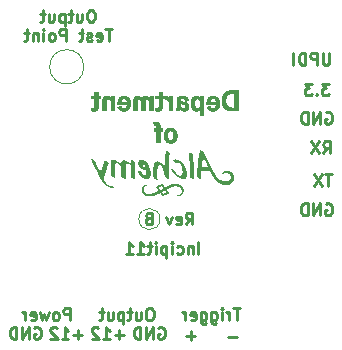
<source format=gbo>
G04 #@! TF.GenerationSoftware,KiCad,Pcbnew,9.0.1*
G04 #@! TF.CreationDate,2025-05-14T09:26:50-05:00*
G04 #@! TF.ProjectId,Incipit11,496e6369-7069-4743-9131-2e6b69636164,A*
G04 #@! TF.SameCoordinates,Original*
G04 #@! TF.FileFunction,Legend,Bot*
G04 #@! TF.FilePolarity,Positive*
%FSLAX46Y46*%
G04 Gerber Fmt 4.6, Leading zero omitted, Abs format (unit mm)*
G04 Created by KiCad (PCBNEW 9.0.1) date 2025-05-14 09:26:50*
%MOMM*%
%LPD*%
G01*
G04 APERTURE LIST*
%ADD10C,0.013566*%
%ADD11C,0.152321*%
%ADD12C,0.000000*%
%ADD13C,0.100000*%
%ADD14C,0.250000*%
%ADD15C,0.120000*%
%ADD16C,1.650000*%
%ADD17R,1.700000X1.700000*%
%ADD18C,1.700000*%
%ADD19C,2.600000*%
%ADD20C,3.500000*%
%ADD21C,2.000000*%
%ADD22C,2.500000*%
G04 APERTURE END LIST*
D10*
X143513941Y-85258110D02*
X143513941Y-85586370D01*
X143692412Y-85586370D01*
X143692412Y-85786089D01*
X143513941Y-85786089D01*
X143513941Y-86491477D01*
X143513663Y-86510304D01*
X143512829Y-86528542D01*
X143511439Y-86546191D01*
X143509492Y-86563251D01*
X143506990Y-86579721D01*
X143503932Y-86595602D01*
X143500318Y-86610894D01*
X143496147Y-86625596D01*
X143491421Y-86639710D01*
X143486138Y-86653234D01*
X143480299Y-86666168D01*
X143473905Y-86678514D01*
X143466954Y-86690270D01*
X143459447Y-86701437D01*
X143451384Y-86712015D01*
X143442765Y-86722003D01*
X143432408Y-86732552D01*
X143421253Y-86742420D01*
X143409302Y-86751607D01*
X143396554Y-86760114D01*
X143383009Y-86767941D01*
X143368668Y-86775086D01*
X143353530Y-86781552D01*
X143337595Y-86787336D01*
X143320863Y-86792440D01*
X143303335Y-86796864D01*
X143285009Y-86800607D01*
X143265887Y-86803669D01*
X143245969Y-86806051D01*
X143225253Y-86807753D01*
X143203741Y-86808774D01*
X143181432Y-86809114D01*
X143151139Y-86808898D01*
X143121875Y-86808251D01*
X143093640Y-86807172D01*
X143066434Y-86805661D01*
X143040258Y-86803719D01*
X143015111Y-86801346D01*
X142990992Y-86798541D01*
X142967903Y-86795304D01*
X142957279Y-86599834D01*
X142972467Y-86603071D01*
X142988286Y-86605877D01*
X143004735Y-86608250D01*
X143021816Y-86610193D01*
X143039527Y-86611703D01*
X143057868Y-86612782D01*
X143076841Y-86613429D01*
X143096444Y-86613645D01*
X143105529Y-86613477D01*
X143114325Y-86612973D01*
X143122833Y-86612133D01*
X143131052Y-86610956D01*
X143138983Y-86609444D01*
X143146626Y-86607595D01*
X143153980Y-86605410D01*
X143161046Y-86602889D01*
X143167824Y-86600032D01*
X143174313Y-86596839D01*
X143180514Y-86593309D01*
X143186426Y-86589444D01*
X143192050Y-86585242D01*
X143197385Y-86580705D01*
X143202432Y-86575831D01*
X143207191Y-86570621D01*
X143211661Y-86565075D01*
X143215843Y-86559192D01*
X143219737Y-86552974D01*
X143223342Y-86546420D01*
X143226659Y-86539529D01*
X143229687Y-86532302D01*
X143232427Y-86524739D01*
X143234878Y-86516840D01*
X143237041Y-86508605D01*
X143238916Y-86500034D01*
X143241800Y-86481883D01*
X143243530Y-86462388D01*
X143244107Y-86441548D01*
X143244107Y-85786089D01*
X142976399Y-85786089D01*
X142976399Y-85586370D01*
X143244107Y-85586370D01*
X143244107Y-85196494D01*
X143513941Y-85258110D01*
G36*
X143513941Y-85258110D02*
G01*
X143513941Y-85586370D01*
X143692412Y-85586370D01*
X143692412Y-85786089D01*
X143513941Y-85786089D01*
X143513941Y-86491477D01*
X143513663Y-86510304D01*
X143512829Y-86528542D01*
X143511439Y-86546191D01*
X143509492Y-86563251D01*
X143506990Y-86579721D01*
X143503932Y-86595602D01*
X143500318Y-86610894D01*
X143496147Y-86625596D01*
X143491421Y-86639710D01*
X143486138Y-86653234D01*
X143480299Y-86666168D01*
X143473905Y-86678514D01*
X143466954Y-86690270D01*
X143459447Y-86701437D01*
X143451384Y-86712015D01*
X143442765Y-86722003D01*
X143432408Y-86732552D01*
X143421253Y-86742420D01*
X143409302Y-86751607D01*
X143396554Y-86760114D01*
X143383009Y-86767941D01*
X143368668Y-86775086D01*
X143353530Y-86781552D01*
X143337595Y-86787336D01*
X143320863Y-86792440D01*
X143303335Y-86796864D01*
X143285009Y-86800607D01*
X143265887Y-86803669D01*
X143245969Y-86806051D01*
X143225253Y-86807753D01*
X143203741Y-86808774D01*
X143181432Y-86809114D01*
X143151139Y-86808898D01*
X143121875Y-86808251D01*
X143093640Y-86807172D01*
X143066434Y-86805661D01*
X143040258Y-86803719D01*
X143015111Y-86801346D01*
X142990992Y-86798541D01*
X142967903Y-86795304D01*
X142957279Y-86599834D01*
X142972467Y-86603071D01*
X142988286Y-86605877D01*
X143004735Y-86608250D01*
X143021816Y-86610193D01*
X143039527Y-86611703D01*
X143057868Y-86612782D01*
X143076841Y-86613429D01*
X143096444Y-86613645D01*
X143105529Y-86613477D01*
X143114325Y-86612973D01*
X143122833Y-86612133D01*
X143131052Y-86610956D01*
X143138983Y-86609444D01*
X143146626Y-86607595D01*
X143153980Y-86605410D01*
X143161046Y-86602889D01*
X143167824Y-86600032D01*
X143174313Y-86596839D01*
X143180514Y-86593309D01*
X143186426Y-86589444D01*
X143192050Y-86585242D01*
X143197385Y-86580705D01*
X143202432Y-86575831D01*
X143207191Y-86570621D01*
X143211661Y-86565075D01*
X143215843Y-86559192D01*
X143219737Y-86552974D01*
X143223342Y-86546420D01*
X143226659Y-86539529D01*
X143229687Y-86532302D01*
X143232427Y-86524739D01*
X143234878Y-86516840D01*
X143237041Y-86508605D01*
X143238916Y-86500034D01*
X143241800Y-86481883D01*
X143243530Y-86462388D01*
X143244107Y-86441548D01*
X143244107Y-85786089D01*
X142976399Y-85786089D01*
X142976399Y-85586370D01*
X143244107Y-85586370D01*
X143244107Y-85196494D01*
X143513941Y-85258110D01*
G37*
D11*
X149506803Y-93761198D02*
X149080602Y-93987071D01*
D12*
G36*
X144812161Y-90963067D02*
G01*
X144817593Y-90963187D01*
X144822834Y-90963421D01*
X144827924Y-90963806D01*
X144832901Y-90964381D01*
X144835358Y-90964752D01*
X144837801Y-90965184D01*
X144840235Y-90965682D01*
X144842664Y-90966252D01*
X144855944Y-90967726D01*
X144869077Y-90969698D01*
X144882068Y-90972135D01*
X144894922Y-90975003D01*
X144907643Y-90978270D01*
X144920235Y-90981902D01*
X144932704Y-90985866D01*
X144945055Y-90990129D01*
X144969420Y-90999418D01*
X144993367Y-91009504D01*
X145016935Y-91020121D01*
X145040161Y-91031004D01*
X145069148Y-91046009D01*
X145097832Y-91061812D01*
X145126211Y-91078297D01*
X145154287Y-91095352D01*
X145182059Y-91112861D01*
X145209528Y-91130713D01*
X145263556Y-91166984D01*
X145295117Y-91190350D01*
X145326640Y-91214284D01*
X145358087Y-91238750D01*
X145389420Y-91263709D01*
X145420601Y-91289123D01*
X145451592Y-91314954D01*
X145482356Y-91341165D01*
X145512855Y-91367718D01*
X145513304Y-91345718D01*
X145514625Y-91323453D01*
X145516782Y-91300961D01*
X145519735Y-91278278D01*
X145523448Y-91255444D01*
X145527881Y-91232496D01*
X145532997Y-91209472D01*
X145538758Y-91186410D01*
X145542238Y-91175710D01*
X145545996Y-91165457D01*
X145550025Y-91155646D01*
X145554320Y-91146269D01*
X145558873Y-91137318D01*
X145563678Y-91128787D01*
X145568728Y-91120669D01*
X145574017Y-91112957D01*
X145579539Y-91105642D01*
X145585286Y-91098719D01*
X145591253Y-91092180D01*
X145597433Y-91086018D01*
X145603819Y-91080226D01*
X145610405Y-91074797D01*
X145617184Y-91069724D01*
X145624150Y-91064999D01*
X145631296Y-91060616D01*
X145638616Y-91056567D01*
X145646102Y-91052845D01*
X145653750Y-91049443D01*
X145661552Y-91046354D01*
X145669501Y-91043572D01*
X145677592Y-91041088D01*
X145685817Y-91038895D01*
X145702644Y-91035357D01*
X145719932Y-91032901D01*
X145737627Y-91031468D01*
X145755678Y-91031004D01*
X145782173Y-91031998D01*
X145809346Y-91034861D01*
X145837041Y-91039412D01*
X145865101Y-91045472D01*
X145893369Y-91052859D01*
X145921690Y-91061394D01*
X145949906Y-91070897D01*
X145977861Y-91081187D01*
X146032363Y-91103408D01*
X146083944Y-91126615D01*
X146131351Y-91149367D01*
X146173332Y-91170222D01*
X146193966Y-91182515D01*
X146214561Y-91195111D01*
X146235081Y-91208011D01*
X146255487Y-91221215D01*
X146275741Y-91234722D01*
X146295805Y-91248532D01*
X146315642Y-91262646D01*
X146335213Y-91277063D01*
X146335162Y-91219899D01*
X146334808Y-91164556D01*
X146333848Y-91110426D01*
X146331979Y-91056904D01*
X146331840Y-91048551D01*
X146331473Y-91040463D01*
X146330956Y-91032603D01*
X146330362Y-91024933D01*
X146329250Y-91010009D01*
X146328884Y-91002680D01*
X146328745Y-90995389D01*
X146328894Y-90994529D01*
X146329333Y-90993208D01*
X146330047Y-90991499D01*
X146331021Y-90989472D01*
X146332243Y-90987198D01*
X146333696Y-90984748D01*
X146335368Y-90982194D01*
X146337244Y-90979607D01*
X146339309Y-90977058D01*
X146341550Y-90974617D01*
X146342732Y-90973460D01*
X146343952Y-90972357D01*
X146345209Y-90971317D01*
X146346501Y-90970349D01*
X146347826Y-90969461D01*
X146349183Y-90968662D01*
X146350569Y-90967963D01*
X146351983Y-90967370D01*
X146353423Y-90966894D01*
X146354887Y-90966542D01*
X146356374Y-90966325D01*
X146357882Y-90966251D01*
X146366132Y-90966689D01*
X146375018Y-90967939D01*
X146384416Y-90969900D01*
X146394203Y-90972473D01*
X146404256Y-90975558D01*
X146414451Y-90979056D01*
X146424666Y-90982866D01*
X146434775Y-90986890D01*
X146454189Y-90995180D01*
X146471705Y-91003129D01*
X146497101Y-91014815D01*
X146499448Y-91015066D01*
X146502222Y-91015801D01*
X146505392Y-91016992D01*
X146508931Y-91018609D01*
X146516998Y-91023010D01*
X146526188Y-91028777D01*
X146536270Y-91035683D01*
X146547011Y-91043498D01*
X146569542Y-91060951D01*
X146591922Y-91079315D01*
X146612291Y-91096768D01*
X146628789Y-91111489D01*
X146639559Y-91121657D01*
X146650574Y-91132717D01*
X146661513Y-91143966D01*
X146671997Y-91155292D01*
X146676950Y-91160947D01*
X146681647Y-91166579D01*
X146686040Y-91172173D01*
X146690083Y-91177715D01*
X146693727Y-91183190D01*
X146696925Y-91188585D01*
X146699630Y-91193885D01*
X146701794Y-91199076D01*
X146702659Y-91201626D01*
X146703371Y-91204143D01*
X146703923Y-91206626D01*
X146704311Y-91209073D01*
X146706449Y-91238212D01*
X146708056Y-91267350D01*
X146709207Y-91296489D01*
X146709978Y-91325628D01*
X146710687Y-91383905D01*
X146710788Y-91442183D01*
X146710788Y-91824226D01*
X146710585Y-92002497D01*
X146709169Y-92181983D01*
X146705324Y-92361469D01*
X146702111Y-92450833D01*
X146697836Y-92539741D01*
X146688123Y-92601255D01*
X146688116Y-92602622D01*
X146688072Y-92604292D01*
X146687952Y-92606265D01*
X146687852Y-92607365D01*
X146687718Y-92608541D01*
X146687547Y-92609793D01*
X146687333Y-92611121D01*
X146687072Y-92612524D01*
X146686758Y-92614004D01*
X146686388Y-92615559D01*
X146685956Y-92617191D01*
X146685458Y-92618898D01*
X146684889Y-92620681D01*
X146683673Y-92621858D01*
X146682448Y-92622958D01*
X146681203Y-92623982D01*
X146679930Y-92624931D01*
X146678620Y-92625804D01*
X146677262Y-92626600D01*
X146675847Y-92627321D01*
X146674365Y-92627966D01*
X146672808Y-92628535D01*
X146671166Y-92629028D01*
X146669428Y-92629446D01*
X146667586Y-92629787D01*
X146665631Y-92630053D01*
X146663552Y-92630242D01*
X146661340Y-92630356D01*
X146658986Y-92630394D01*
X146657634Y-92630388D01*
X146656053Y-92630344D01*
X146655201Y-92630295D01*
X146654321Y-92630224D01*
X146653421Y-92630123D01*
X146652512Y-92629990D01*
X146651602Y-92629818D01*
X146650702Y-92629604D01*
X146649822Y-92629343D01*
X146648969Y-92629029D01*
X146648155Y-92628659D01*
X146647765Y-92628451D01*
X146647388Y-92628227D01*
X146647025Y-92627986D01*
X146646678Y-92627729D01*
X146646347Y-92627453D01*
X146646034Y-92627159D01*
X146637004Y-92625759D01*
X146628120Y-92624004D01*
X146619379Y-92621916D01*
X146610775Y-92619520D01*
X146602304Y-92616840D01*
X146593961Y-92613899D01*
X146585741Y-92610720D01*
X146577640Y-92607329D01*
X146569653Y-92603747D01*
X146561774Y-92600000D01*
X146546326Y-92592102D01*
X146531256Y-92583824D01*
X146516528Y-92575357D01*
X146498336Y-92564272D01*
X146480257Y-92552845D01*
X146462406Y-92541039D01*
X146444896Y-92528816D01*
X146427842Y-92516137D01*
X146419521Y-92509615D01*
X146411356Y-92502965D01*
X146403362Y-92496182D01*
X146395553Y-92489262D01*
X146387943Y-92482200D01*
X146380547Y-92474990D01*
X146348172Y-92442614D01*
X146345212Y-92439541D01*
X146342398Y-92436391D01*
X146339728Y-92433166D01*
X146337194Y-92429866D01*
X146334794Y-92426489D01*
X146332522Y-92423036D01*
X146330373Y-92419508D01*
X146328342Y-92415903D01*
X146326426Y-92412223D01*
X146324618Y-92408467D01*
X146322915Y-92404635D01*
X146321311Y-92400727D01*
X146319803Y-92396743D01*
X146318384Y-92392683D01*
X146317051Y-92388548D01*
X146315798Y-92384337D01*
X146319004Y-92355059D01*
X146321413Y-92325553D01*
X146323140Y-92295896D01*
X146324297Y-92266163D01*
X146324999Y-92236430D01*
X146325359Y-92206772D01*
X146325511Y-92147989D01*
X146329962Y-91955350D01*
X146331430Y-91859334D01*
X146331987Y-91762711D01*
X146335220Y-91425998D01*
X146334805Y-91424765D01*
X146334175Y-91423498D01*
X146333342Y-91422198D01*
X146332319Y-91420870D01*
X146331118Y-91419515D01*
X146329752Y-91418137D01*
X146326572Y-91415324D01*
X146322880Y-91412454D01*
X146318775Y-91409551D01*
X146314358Y-91406638D01*
X146309726Y-91403739D01*
X146300222Y-91398080D01*
X146291058Y-91392762D01*
X146283033Y-91387975D01*
X146279697Y-91385840D01*
X146276943Y-91383909D01*
X146238093Y-91358007D01*
X146235059Y-91356756D01*
X146232029Y-91355433D01*
X146226002Y-91352594D01*
X146220052Y-91349528D01*
X146214216Y-91346271D01*
X146208532Y-91342863D01*
X146203037Y-91339341D01*
X146197769Y-91335743D01*
X146192767Y-91332106D01*
X146124777Y-91302968D01*
X146069737Y-91296492D01*
X146064844Y-91297173D01*
X146059885Y-91297996D01*
X146054869Y-91298953D01*
X146049805Y-91300032D01*
X146039574Y-91302524D01*
X146029266Y-91305395D01*
X146018959Y-91308569D01*
X146008728Y-91311972D01*
X145998648Y-91315526D01*
X145988795Y-91319156D01*
X145983720Y-91322892D01*
X145978813Y-91326812D01*
X145974070Y-91330910D01*
X145969490Y-91335180D01*
X145965068Y-91339615D01*
X145960802Y-91344211D01*
X145952727Y-91353859D01*
X145945239Y-91364076D01*
X145938316Y-91374815D01*
X145931933Y-91386028D01*
X145926067Y-91397668D01*
X145920695Y-91409688D01*
X145915792Y-91422039D01*
X145911335Y-91434675D01*
X145907300Y-91447548D01*
X145903663Y-91460611D01*
X145900401Y-91473816D01*
X145897489Y-91487115D01*
X145894905Y-91500463D01*
X145893765Y-91507177D01*
X145892768Y-91513957D01*
X145891161Y-91527679D01*
X145890011Y-91541553D01*
X145889239Y-91555502D01*
X145888771Y-91569452D01*
X145888531Y-91583326D01*
X145888430Y-91610542D01*
X145888430Y-92024959D01*
X145886292Y-92067314D01*
X145884686Y-92109441D01*
X145882764Y-92193316D01*
X145882055Y-92277191D01*
X145881954Y-92361673D01*
X145881954Y-92565643D01*
X145881926Y-92567721D01*
X145881840Y-92569705D01*
X145881698Y-92571598D01*
X145881499Y-92573402D01*
X145881243Y-92575118D01*
X145880930Y-92576748D01*
X145880560Y-92578294D01*
X145880133Y-92579757D01*
X145879649Y-92581140D01*
X145879108Y-92582444D01*
X145878511Y-92583671D01*
X145877856Y-92584822D01*
X145877145Y-92585900D01*
X145876377Y-92586907D01*
X145875551Y-92587843D01*
X145874669Y-92588711D01*
X145873730Y-92589513D01*
X145872734Y-92590250D01*
X145871682Y-92590925D01*
X145870572Y-92591538D01*
X145869405Y-92592092D01*
X145868182Y-92592588D01*
X145866901Y-92593029D01*
X145865564Y-92593416D01*
X145864170Y-92593750D01*
X145862719Y-92594035D01*
X145859646Y-92594459D01*
X145856345Y-92594703D01*
X145852818Y-92594782D01*
X145845173Y-92594378D01*
X145836883Y-92593220D01*
X145828061Y-92591388D01*
X145818823Y-92588964D01*
X145809281Y-92586028D01*
X145799549Y-92582660D01*
X145789741Y-92578941D01*
X145779971Y-92574951D01*
X145761001Y-92566484D01*
X145743547Y-92557903D01*
X145728522Y-92549853D01*
X145716836Y-92542979D01*
X145713083Y-92542764D01*
X145709117Y-92542136D01*
X145704957Y-92541114D01*
X145700616Y-92539722D01*
X145696112Y-92537982D01*
X145691461Y-92535915D01*
X145681779Y-92530889D01*
X145671698Y-92524819D01*
X145661347Y-92517881D01*
X145650854Y-92510251D01*
X145640347Y-92502104D01*
X145629953Y-92493616D01*
X145619801Y-92484962D01*
X145600735Y-92467857D01*
X145584174Y-92452194D01*
X145571140Y-92439376D01*
X145538766Y-92406998D01*
X145529153Y-92392885D01*
X145524537Y-92385999D01*
X145520149Y-92379074D01*
X145518064Y-92375563D01*
X145516064Y-92371998D01*
X145514159Y-92368368D01*
X145512359Y-92364657D01*
X145510672Y-92360851D01*
X145509109Y-92356936D01*
X145507679Y-92352897D01*
X145506391Y-92348721D01*
X145504522Y-92289938D01*
X145503562Y-92230548D01*
X145503158Y-92112375D01*
X145505027Y-92017725D01*
X145505987Y-91923378D01*
X145506391Y-91736809D01*
X145509625Y-91545789D01*
X145481985Y-91523512D01*
X145454838Y-91500513D01*
X145428070Y-91476984D01*
X145401568Y-91453113D01*
X145348907Y-91405105D01*
X145322520Y-91381347D01*
X145295943Y-91358007D01*
X145270044Y-91332106D01*
X145268223Y-91331729D01*
X145266403Y-91331207D01*
X145264583Y-91330551D01*
X145262766Y-91329767D01*
X145260950Y-91328865D01*
X145259138Y-91327853D01*
X145257330Y-91326739D01*
X145255525Y-91325531D01*
X145251931Y-91322867D01*
X145248361Y-91319928D01*
X145244819Y-91316781D01*
X145241310Y-91313491D01*
X145227703Y-91300236D01*
X145224431Y-91297231D01*
X145221221Y-91294482D01*
X145218078Y-91292055D01*
X145216532Y-91290983D01*
X145215005Y-91290017D01*
X145172917Y-91254404D01*
X145171722Y-91254367D01*
X145170563Y-91254258D01*
X145169440Y-91254081D01*
X145168351Y-91253841D01*
X145167296Y-91253542D01*
X145166272Y-91253188D01*
X145165280Y-91252782D01*
X145164317Y-91252330D01*
X145163382Y-91251835D01*
X145162475Y-91251302D01*
X145161594Y-91250734D01*
X145160737Y-91250136D01*
X145159095Y-91248866D01*
X145157537Y-91247524D01*
X145156056Y-91246145D01*
X145154641Y-91244761D01*
X145151972Y-91242111D01*
X145150700Y-91240912D01*
X145149456Y-91239841D01*
X145148230Y-91238931D01*
X145147622Y-91238547D01*
X145147015Y-91238216D01*
X145137300Y-91231740D01*
X145114635Y-91231740D01*
X145111637Y-91231778D01*
X145108710Y-91231892D01*
X145105850Y-91232081D01*
X145103051Y-91232347D01*
X145100309Y-91232688D01*
X145097619Y-91233105D01*
X145094977Y-91233598D01*
X145092378Y-91234167D01*
X145089816Y-91234812D01*
X145087287Y-91235533D01*
X145084787Y-91236330D01*
X145082311Y-91237202D01*
X145079854Y-91238151D01*
X145077411Y-91239176D01*
X145074977Y-91240276D01*
X145072548Y-91241453D01*
X145068383Y-91244269D01*
X145064385Y-91247249D01*
X145060549Y-91250387D01*
X145056872Y-91253676D01*
X145053349Y-91257110D01*
X145049976Y-91260682D01*
X145046748Y-91264385D01*
X145043662Y-91268214D01*
X145037899Y-91276220D01*
X145032653Y-91284649D01*
X145027890Y-91293447D01*
X145023578Y-91302563D01*
X145019684Y-91311945D01*
X145016173Y-91321540D01*
X145013014Y-91331296D01*
X145010172Y-91341161D01*
X145007615Y-91351084D01*
X145005309Y-91361011D01*
X145001319Y-91380670D01*
X144999181Y-91393887D01*
X144997575Y-91406875D01*
X144996424Y-91419712D01*
X144995653Y-91432473D01*
X144995185Y-91445234D01*
X144994945Y-91458071D01*
X144994843Y-91484276D01*
X144994843Y-91895453D01*
X144992706Y-91937024D01*
X144991099Y-91979125D01*
X144989177Y-92064619D01*
X144988468Y-92151327D01*
X144988367Y-92238641D01*
X144988367Y-92449087D01*
X144988339Y-92451165D01*
X144988253Y-92453149D01*
X144988111Y-92455042D01*
X144987912Y-92456846D01*
X144987656Y-92458562D01*
X144987343Y-92460192D01*
X144986973Y-92461738D01*
X144986546Y-92463201D01*
X144986062Y-92464584D01*
X144985521Y-92465888D01*
X144984924Y-92467115D01*
X144984269Y-92468266D01*
X144983558Y-92469344D01*
X144982789Y-92470351D01*
X144981964Y-92471287D01*
X144981082Y-92472155D01*
X144980143Y-92472957D01*
X144979147Y-92473694D01*
X144978094Y-92474369D01*
X144976984Y-92474982D01*
X144975817Y-92475536D01*
X144974594Y-92476032D01*
X144973313Y-92476473D01*
X144971976Y-92476860D01*
X144970581Y-92477195D01*
X144969130Y-92477479D01*
X144966056Y-92477903D01*
X144962755Y-92478148D01*
X144959227Y-92478226D01*
X144951582Y-92477823D01*
X144943292Y-92476670D01*
X144934471Y-92474854D01*
X144925232Y-92472459D01*
X144915690Y-92469571D01*
X144905958Y-92466274D01*
X144896151Y-92462656D01*
X144886381Y-92458800D01*
X144867410Y-92450719D01*
X144849957Y-92442713D01*
X144823245Y-92429661D01*
X144819492Y-92429438D01*
X144815527Y-92428782D01*
X144811366Y-92427717D01*
X144807026Y-92426266D01*
X144802522Y-92424452D01*
X144797870Y-92422298D01*
X144788188Y-92417065D01*
X144778108Y-92410750D01*
X144767757Y-92403539D01*
X144757264Y-92395616D01*
X144746757Y-92387167D01*
X144736363Y-92378377D01*
X144726211Y-92369430D01*
X144707145Y-92351806D01*
X144690584Y-92335776D01*
X144677550Y-92322819D01*
X144645176Y-92290443D01*
X144640332Y-92284227D01*
X144635564Y-92277745D01*
X144630948Y-92271036D01*
X144628721Y-92267608D01*
X144626560Y-92264137D01*
X144624475Y-92260628D01*
X144622475Y-92257086D01*
X144620571Y-92253516D01*
X144618770Y-92249922D01*
X144617083Y-92246309D01*
X144615520Y-92242681D01*
X144614089Y-92239044D01*
X144612801Y-92235402D01*
X144610932Y-92175203D01*
X144609972Y-92115610D01*
X144609568Y-91995818D01*
X144611437Y-91901168D01*
X144612396Y-91806822D01*
X144612801Y-91620254D01*
X144619268Y-91302968D01*
X144619572Y-91249547D01*
X144620293Y-91222837D01*
X144621697Y-91196126D01*
X144624011Y-91169416D01*
X144625581Y-91156061D01*
X144627464Y-91142706D01*
X144629689Y-91129350D01*
X144632283Y-91115995D01*
X144635276Y-91102640D01*
X144638696Y-91089285D01*
X144640668Y-91082538D01*
X144642939Y-91075683D01*
X144645504Y-91068761D01*
X144648358Y-91061816D01*
X144651497Y-91054889D01*
X144654915Y-91048024D01*
X144658609Y-91041264D01*
X144662573Y-91034650D01*
X144666802Y-91028227D01*
X144671293Y-91022035D01*
X144676039Y-91016119D01*
X144681037Y-91010520D01*
X144686282Y-91005282D01*
X144691768Y-91000446D01*
X144697492Y-90996057D01*
X144703448Y-90992156D01*
X144709483Y-90988094D01*
X144715456Y-90984397D01*
X144721382Y-90981051D01*
X144727275Y-90978042D01*
X144733149Y-90975355D01*
X144739018Y-90972976D01*
X144744896Y-90970892D01*
X144750798Y-90969087D01*
X144756739Y-90967548D01*
X144762731Y-90966261D01*
X144768790Y-90965210D01*
X144774929Y-90964383D01*
X144781163Y-90963764D01*
X144787506Y-90963339D01*
X144793972Y-90963095D01*
X144800576Y-90963017D01*
X144812161Y-90963067D01*
G37*
D11*
X148520522Y-93304920D02*
X148946723Y-93079049D01*
D10*
X150205039Y-88908281D02*
X150204533Y-88941475D01*
X150203014Y-88973863D01*
X150200483Y-89005447D01*
X150196939Y-89036226D01*
X150192383Y-89066199D01*
X150186814Y-89095368D01*
X150180232Y-89123731D01*
X150172638Y-89151290D01*
X150164031Y-89178043D01*
X150154412Y-89203991D01*
X150143781Y-89229134D01*
X150132136Y-89253473D01*
X150119480Y-89277006D01*
X150105811Y-89299734D01*
X150091129Y-89321657D01*
X150075435Y-89342775D01*
X150056653Y-89365544D01*
X150036958Y-89386845D01*
X150016351Y-89406676D01*
X149994830Y-89425039D01*
X149972397Y-89441932D01*
X149949050Y-89457357D01*
X149924791Y-89471312D01*
X149899619Y-89483799D01*
X149873533Y-89494817D01*
X149846535Y-89504365D01*
X149818624Y-89512445D01*
X149789800Y-89519055D01*
X149760063Y-89524197D01*
X149729413Y-89527869D01*
X149697850Y-89530073D01*
X149665374Y-89530807D01*
X149637023Y-89530230D01*
X149609336Y-89528500D01*
X149582313Y-89525616D01*
X149555954Y-89521578D01*
X149530258Y-89516387D01*
X149505227Y-89510042D01*
X149480860Y-89502543D01*
X149457156Y-89493891D01*
X149434117Y-89484085D01*
X149411742Y-89473126D01*
X149390030Y-89461013D01*
X149368983Y-89447746D01*
X149348599Y-89433326D01*
X149328880Y-89417752D01*
X149309824Y-89401024D01*
X149291432Y-89383143D01*
X149271107Y-89361096D01*
X149252093Y-89337977D01*
X149234391Y-89313789D01*
X149217999Y-89288529D01*
X149202919Y-89262199D01*
X149189151Y-89234799D01*
X149176693Y-89206327D01*
X149165547Y-89176785D01*
X149155712Y-89146173D01*
X149147189Y-89114490D01*
X149139977Y-89081736D01*
X149134076Y-89047911D01*
X149129486Y-89013016D01*
X149126208Y-88977051D01*
X149124241Y-88940014D01*
X149123622Y-88904032D01*
X149404041Y-88904032D01*
X149404296Y-88930437D01*
X149405062Y-88956003D01*
X149406338Y-88980731D01*
X149408124Y-89004621D01*
X149410421Y-89027673D01*
X149413228Y-89049887D01*
X149416546Y-89071262D01*
X149420374Y-89091799D01*
X149424713Y-89111498D01*
X149429562Y-89130358D01*
X149434921Y-89148380D01*
X149440791Y-89165564D01*
X149447171Y-89181910D01*
X149454062Y-89197418D01*
X149461463Y-89212087D01*
X149469374Y-89225918D01*
X149477796Y-89238911D01*
X149486728Y-89251065D01*
X149496171Y-89262382D01*
X149506124Y-89272860D01*
X149516588Y-89282500D01*
X149527562Y-89291301D01*
X149539046Y-89299265D01*
X149551041Y-89306390D01*
X149563546Y-89312676D01*
X149576562Y-89318125D01*
X149590088Y-89322735D01*
X149604124Y-89326508D01*
X149618671Y-89329441D01*
X149633728Y-89331537D01*
X149649296Y-89332794D01*
X149665374Y-89333214D01*
X149681322Y-89332794D01*
X149696763Y-89331537D01*
X149711698Y-89329441D01*
X149726127Y-89326508D01*
X149740049Y-89322735D01*
X149753465Y-89318125D01*
X149766375Y-89312676D01*
X149778779Y-89306390D01*
X149790676Y-89299265D01*
X149802067Y-89291301D01*
X149812952Y-89282500D01*
X149823330Y-89272860D01*
X149833203Y-89262382D01*
X149842569Y-89251065D01*
X149851428Y-89238911D01*
X149859782Y-89225918D01*
X149874970Y-89197418D01*
X149888133Y-89165564D01*
X149899271Y-89130358D01*
X149908383Y-89091799D01*
X149915471Y-89049887D01*
X149920534Y-89004621D01*
X149923571Y-88956003D01*
X149924584Y-88904032D01*
X149924329Y-88877758D01*
X149923563Y-88852318D01*
X149922287Y-88827712D01*
X149920501Y-88803940D01*
X149918204Y-88781003D01*
X149915396Y-88758899D01*
X149912079Y-88737630D01*
X149908251Y-88717194D01*
X149903912Y-88697593D01*
X149899063Y-88678826D01*
X149893704Y-88660893D01*
X149887834Y-88643794D01*
X149881454Y-88627529D01*
X149874563Y-88612098D01*
X149867162Y-88597502D01*
X149859251Y-88583739D01*
X149850829Y-88570810D01*
X149841896Y-88558716D01*
X149832454Y-88547456D01*
X149822501Y-88537030D01*
X149812037Y-88527437D01*
X149801063Y-88518679D01*
X149789579Y-88510756D01*
X149777584Y-88503666D01*
X149765079Y-88497410D01*
X149752063Y-88491988D01*
X149738537Y-88487401D01*
X149724500Y-88483647D01*
X149709954Y-88480728D01*
X149694896Y-88478643D01*
X149679329Y-88477392D01*
X149663250Y-88476975D01*
X149647303Y-88477392D01*
X149631862Y-88478643D01*
X149616927Y-88480728D01*
X149602498Y-88483647D01*
X149588575Y-88487401D01*
X149575159Y-88491988D01*
X149562249Y-88497410D01*
X149549846Y-88503666D01*
X149537949Y-88510756D01*
X149526557Y-88518679D01*
X149515673Y-88527437D01*
X149505294Y-88537030D01*
X149495422Y-88547456D01*
X149486056Y-88558716D01*
X149477196Y-88570810D01*
X149468843Y-88583739D01*
X149453655Y-88612098D01*
X149440492Y-88643794D01*
X149429354Y-88678826D01*
X149420241Y-88717194D01*
X149413154Y-88758899D01*
X149408091Y-88803940D01*
X149405053Y-88852318D01*
X149404041Y-88904032D01*
X149123622Y-88904032D01*
X149123585Y-88901907D01*
X149124096Y-88868838D01*
X149125627Y-88836557D01*
X149128179Y-88805065D01*
X149131752Y-88774361D01*
X149136346Y-88744445D01*
X149141960Y-88715318D01*
X149148596Y-88686980D01*
X149156252Y-88659430D01*
X149164929Y-88632668D01*
X149174627Y-88606695D01*
X149185345Y-88581510D01*
X149197085Y-88557114D01*
X149209846Y-88533506D01*
X149223627Y-88510687D01*
X149238429Y-88488656D01*
X149254252Y-88467414D01*
X149273154Y-88444644D01*
X149292944Y-88423344D01*
X149313623Y-88403512D01*
X149335189Y-88385149D01*
X149357643Y-88368256D01*
X149380985Y-88352831D01*
X149405216Y-88338876D01*
X149430334Y-88326389D01*
X149456341Y-88315372D01*
X149483235Y-88305823D01*
X149511018Y-88297744D01*
X149539688Y-88291133D01*
X149569247Y-88285992D01*
X149599693Y-88282319D01*
X149631028Y-88280115D01*
X149663250Y-88279381D01*
X149691348Y-88279958D01*
X149718807Y-88281688D01*
X149745627Y-88284572D01*
X149771807Y-88288610D01*
X149797349Y-88293801D01*
X149822251Y-88300146D01*
X149846515Y-88307645D01*
X149870139Y-88316297D01*
X149893124Y-88326103D01*
X149915471Y-88337062D01*
X149937178Y-88349176D01*
X149958246Y-88362442D01*
X149978675Y-88376863D01*
X149998465Y-88392437D01*
X150017616Y-88409164D01*
X150036128Y-88427045D01*
X150056582Y-88449217D01*
X150075717Y-88472443D01*
X150093532Y-88496723D01*
X150110027Y-88522057D01*
X150125203Y-88548445D01*
X150139059Y-88575887D01*
X150151595Y-88604384D01*
X150162812Y-88633934D01*
X150172709Y-88664538D01*
X150181287Y-88696196D01*
X150188544Y-88728909D01*
X150194483Y-88762675D01*
X150199101Y-88797495D01*
X150202400Y-88833370D01*
X150204380Y-88870298D01*
X150204966Y-88904032D01*
X150205039Y-88908281D01*
G36*
X150205039Y-88908281D02*
G01*
X150204533Y-88941475D01*
X150203014Y-88973863D01*
X150200483Y-89005447D01*
X150196939Y-89036226D01*
X150192383Y-89066199D01*
X150186814Y-89095368D01*
X150180232Y-89123731D01*
X150172638Y-89151290D01*
X150164031Y-89178043D01*
X150154412Y-89203991D01*
X150143781Y-89229134D01*
X150132136Y-89253473D01*
X150119480Y-89277006D01*
X150105811Y-89299734D01*
X150091129Y-89321657D01*
X150075435Y-89342775D01*
X150056653Y-89365544D01*
X150036958Y-89386845D01*
X150016351Y-89406676D01*
X149994830Y-89425039D01*
X149972397Y-89441932D01*
X149949050Y-89457357D01*
X149924791Y-89471312D01*
X149899619Y-89483799D01*
X149873533Y-89494817D01*
X149846535Y-89504365D01*
X149818624Y-89512445D01*
X149789800Y-89519055D01*
X149760063Y-89524197D01*
X149729413Y-89527869D01*
X149697850Y-89530073D01*
X149665374Y-89530807D01*
X149637023Y-89530230D01*
X149609336Y-89528500D01*
X149582313Y-89525616D01*
X149555954Y-89521578D01*
X149530258Y-89516387D01*
X149505227Y-89510042D01*
X149480860Y-89502543D01*
X149457156Y-89493891D01*
X149434117Y-89484085D01*
X149411742Y-89473126D01*
X149390030Y-89461013D01*
X149368983Y-89447746D01*
X149348599Y-89433326D01*
X149328880Y-89417752D01*
X149309824Y-89401024D01*
X149291432Y-89383143D01*
X149271107Y-89361096D01*
X149252093Y-89337977D01*
X149234391Y-89313789D01*
X149217999Y-89288529D01*
X149202919Y-89262199D01*
X149189151Y-89234799D01*
X149176693Y-89206327D01*
X149165547Y-89176785D01*
X149155712Y-89146173D01*
X149147189Y-89114490D01*
X149139977Y-89081736D01*
X149134076Y-89047911D01*
X149129486Y-89013016D01*
X149126208Y-88977051D01*
X149124241Y-88940014D01*
X149123622Y-88904032D01*
X149404041Y-88904032D01*
X149404296Y-88930437D01*
X149405062Y-88956003D01*
X149406338Y-88980731D01*
X149408124Y-89004621D01*
X149410421Y-89027673D01*
X149413228Y-89049887D01*
X149416546Y-89071262D01*
X149420374Y-89091799D01*
X149424713Y-89111498D01*
X149429562Y-89130358D01*
X149434921Y-89148380D01*
X149440791Y-89165564D01*
X149447171Y-89181910D01*
X149454062Y-89197418D01*
X149461463Y-89212087D01*
X149469374Y-89225918D01*
X149477796Y-89238911D01*
X149486728Y-89251065D01*
X149496171Y-89262382D01*
X149506124Y-89272860D01*
X149516588Y-89282500D01*
X149527562Y-89291301D01*
X149539046Y-89299265D01*
X149551041Y-89306390D01*
X149563546Y-89312676D01*
X149576562Y-89318125D01*
X149590088Y-89322735D01*
X149604124Y-89326508D01*
X149618671Y-89329441D01*
X149633728Y-89331537D01*
X149649296Y-89332794D01*
X149665374Y-89333214D01*
X149681322Y-89332794D01*
X149696763Y-89331537D01*
X149711698Y-89329441D01*
X149726127Y-89326508D01*
X149740049Y-89322735D01*
X149753465Y-89318125D01*
X149766375Y-89312676D01*
X149778779Y-89306390D01*
X149790676Y-89299265D01*
X149802067Y-89291301D01*
X149812952Y-89282500D01*
X149823330Y-89272860D01*
X149833203Y-89262382D01*
X149842569Y-89251065D01*
X149851428Y-89238911D01*
X149859782Y-89225918D01*
X149874970Y-89197418D01*
X149888133Y-89165564D01*
X149899271Y-89130358D01*
X149908383Y-89091799D01*
X149915471Y-89049887D01*
X149920534Y-89004621D01*
X149923571Y-88956003D01*
X149924584Y-88904032D01*
X149924329Y-88877758D01*
X149923563Y-88852318D01*
X149922287Y-88827712D01*
X149920501Y-88803940D01*
X149918204Y-88781003D01*
X149915396Y-88758899D01*
X149912079Y-88737630D01*
X149908251Y-88717194D01*
X149903912Y-88697593D01*
X149899063Y-88678826D01*
X149893704Y-88660893D01*
X149887834Y-88643794D01*
X149881454Y-88627529D01*
X149874563Y-88612098D01*
X149867162Y-88597502D01*
X149859251Y-88583739D01*
X149850829Y-88570810D01*
X149841896Y-88558716D01*
X149832454Y-88547456D01*
X149822501Y-88537030D01*
X149812037Y-88527437D01*
X149801063Y-88518679D01*
X149789579Y-88510756D01*
X149777584Y-88503666D01*
X149765079Y-88497410D01*
X149752063Y-88491988D01*
X149738537Y-88487401D01*
X149724500Y-88483647D01*
X149709954Y-88480728D01*
X149694896Y-88478643D01*
X149679329Y-88477392D01*
X149663250Y-88476975D01*
X149647303Y-88477392D01*
X149631862Y-88478643D01*
X149616927Y-88480728D01*
X149602498Y-88483647D01*
X149588575Y-88487401D01*
X149575159Y-88491988D01*
X149562249Y-88497410D01*
X149549846Y-88503666D01*
X149537949Y-88510756D01*
X149526557Y-88518679D01*
X149515673Y-88527437D01*
X149505294Y-88537030D01*
X149495422Y-88547456D01*
X149486056Y-88558716D01*
X149477196Y-88570810D01*
X149468843Y-88583739D01*
X149453655Y-88612098D01*
X149440492Y-88643794D01*
X149429354Y-88678826D01*
X149420241Y-88717194D01*
X149413154Y-88758899D01*
X149408091Y-88803940D01*
X149405053Y-88852318D01*
X149404041Y-88904032D01*
X149123622Y-88904032D01*
X149123585Y-88901907D01*
X149124096Y-88868838D01*
X149125627Y-88836557D01*
X149128179Y-88805065D01*
X149131752Y-88774361D01*
X149136346Y-88744445D01*
X149141960Y-88715318D01*
X149148596Y-88686980D01*
X149156252Y-88659430D01*
X149164929Y-88632668D01*
X149174627Y-88606695D01*
X149185345Y-88581510D01*
X149197085Y-88557114D01*
X149209846Y-88533506D01*
X149223627Y-88510687D01*
X149238429Y-88488656D01*
X149254252Y-88467414D01*
X149273154Y-88444644D01*
X149292944Y-88423344D01*
X149313623Y-88403512D01*
X149335189Y-88385149D01*
X149357643Y-88368256D01*
X149380985Y-88352831D01*
X149405216Y-88338876D01*
X149430334Y-88326389D01*
X149456341Y-88315372D01*
X149483235Y-88305823D01*
X149511018Y-88297744D01*
X149539688Y-88291133D01*
X149569247Y-88285992D01*
X149599693Y-88282319D01*
X149631028Y-88280115D01*
X149663250Y-88279381D01*
X149691348Y-88279958D01*
X149718807Y-88281688D01*
X149745627Y-88284572D01*
X149771807Y-88288610D01*
X149797349Y-88293801D01*
X149822251Y-88300146D01*
X149846515Y-88307645D01*
X149870139Y-88316297D01*
X149893124Y-88326103D01*
X149915471Y-88337062D01*
X149937178Y-88349176D01*
X149958246Y-88362442D01*
X149978675Y-88376863D01*
X149998465Y-88392437D01*
X150017616Y-88409164D01*
X150036128Y-88427045D01*
X150056582Y-88449217D01*
X150075717Y-88472443D01*
X150093532Y-88496723D01*
X150110027Y-88522057D01*
X150125203Y-88548445D01*
X150139059Y-88575887D01*
X150151595Y-88604384D01*
X150162812Y-88633934D01*
X150172709Y-88664538D01*
X150181287Y-88696196D01*
X150188544Y-88728909D01*
X150194483Y-88762675D01*
X150199101Y-88797495D01*
X150202400Y-88833370D01*
X150204380Y-88870298D01*
X150204966Y-88904032D01*
X150205039Y-88908281D01*
G37*
X155388688Y-86780431D02*
X154862834Y-86780431D01*
X154817988Y-86779700D01*
X154774278Y-86777509D01*
X154731706Y-86773858D01*
X154690271Y-86768745D01*
X154649973Y-86762172D01*
X154610812Y-86754138D01*
X154572788Y-86744644D01*
X154535901Y-86733688D01*
X154500151Y-86721272D01*
X154465538Y-86707396D01*
X154432063Y-86692058D01*
X154399724Y-86675260D01*
X154368522Y-86657001D01*
X154338457Y-86637282D01*
X154309529Y-86616102D01*
X154281738Y-86593461D01*
X154250093Y-86564583D01*
X154220488Y-86533987D01*
X154192926Y-86501673D01*
X154167405Y-86467641D01*
X154143926Y-86431891D01*
X154122488Y-86394423D01*
X154103093Y-86355237D01*
X154085738Y-86314333D01*
X154070426Y-86271711D01*
X154057155Y-86227372D01*
X154045926Y-86181314D01*
X154036738Y-86133538D01*
X154029593Y-86084044D01*
X154024488Y-86032832D01*
X154021426Y-85979902D01*
X154020445Y-85927379D01*
X154331668Y-85927379D01*
X154332166Y-85964145D01*
X154333660Y-85999817D01*
X154336150Y-86034392D01*
X154339635Y-86067872D01*
X154344117Y-86100257D01*
X154349595Y-86131546D01*
X154356068Y-86161739D01*
X154363538Y-86190837D01*
X154372003Y-86218840D01*
X154381464Y-86245746D01*
X154391922Y-86271558D01*
X154403375Y-86296274D01*
X154415824Y-86319894D01*
X154429269Y-86342418D01*
X154443710Y-86363848D01*
X154459147Y-86384181D01*
X154476684Y-86404764D01*
X154495300Y-86424019D01*
X154514994Y-86441946D01*
X154535768Y-86458545D01*
X154557621Y-86473816D01*
X154580552Y-86487759D01*
X154604562Y-86500374D01*
X154629652Y-86511661D01*
X154655820Y-86521621D01*
X154683067Y-86530252D01*
X154711393Y-86537556D01*
X154740798Y-86543531D01*
X154771282Y-86548179D01*
X154802845Y-86551499D01*
X154835487Y-86553491D01*
X154869208Y-86554155D01*
X155097608Y-86554155D01*
X155097608Y-85318663D01*
X154854335Y-85318663D01*
X154822178Y-85319257D01*
X154791043Y-85321040D01*
X154760928Y-85324013D01*
X154731835Y-85328174D01*
X154703762Y-85333524D01*
X154676710Y-85340063D01*
X154650678Y-85347791D01*
X154625668Y-85356707D01*
X154601678Y-85366813D01*
X154578710Y-85378108D01*
X154556762Y-85390591D01*
X154535835Y-85404263D01*
X154515928Y-85419125D01*
X154497043Y-85435175D01*
X154479178Y-85452414D01*
X154462335Y-85470842D01*
X154446512Y-85490458D01*
X154431710Y-85511264D01*
X154417928Y-85533259D01*
X154405168Y-85556442D01*
X154393428Y-85580815D01*
X154382710Y-85606376D01*
X154373012Y-85633126D01*
X154364335Y-85661065D01*
X154356678Y-85690193D01*
X154350043Y-85720510D01*
X154339835Y-85784711D01*
X154333710Y-85853667D01*
X154331668Y-85927379D01*
X154020445Y-85927379D01*
X154020405Y-85925254D01*
X154021131Y-85877217D01*
X154023310Y-85830574D01*
X154026941Y-85785325D01*
X154032024Y-85741471D01*
X154038560Y-85699010D01*
X154046548Y-85657945D01*
X154055989Y-85618273D01*
X154066882Y-85579996D01*
X154079228Y-85543113D01*
X154093025Y-85507625D01*
X154108276Y-85473530D01*
X154124978Y-85440831D01*
X154143133Y-85409525D01*
X154162741Y-85379614D01*
X154183801Y-85351097D01*
X154206313Y-85323974D01*
X154232751Y-85295930D01*
X154260807Y-85269696D01*
X154290482Y-85245270D01*
X154321775Y-85222654D01*
X154354686Y-85201848D01*
X154389216Y-85182850D01*
X154425365Y-85165662D01*
X154463131Y-85150283D01*
X154502516Y-85136713D01*
X154543520Y-85124953D01*
X154586142Y-85115002D01*
X154630382Y-85106860D01*
X154676241Y-85100528D01*
X154723718Y-85096005D01*
X154772814Y-85093291D01*
X154823528Y-85092386D01*
X155388688Y-85092386D01*
X155388688Y-86554155D01*
X155388688Y-86780431D01*
G36*
X155388688Y-86780431D02*
G01*
X154862834Y-86780431D01*
X154817988Y-86779700D01*
X154774278Y-86777509D01*
X154731706Y-86773858D01*
X154690271Y-86768745D01*
X154649973Y-86762172D01*
X154610812Y-86754138D01*
X154572788Y-86744644D01*
X154535901Y-86733688D01*
X154500151Y-86721272D01*
X154465538Y-86707396D01*
X154432063Y-86692058D01*
X154399724Y-86675260D01*
X154368522Y-86657001D01*
X154338457Y-86637282D01*
X154309529Y-86616102D01*
X154281738Y-86593461D01*
X154250093Y-86564583D01*
X154220488Y-86533987D01*
X154192926Y-86501673D01*
X154167405Y-86467641D01*
X154143926Y-86431891D01*
X154122488Y-86394423D01*
X154103093Y-86355237D01*
X154085738Y-86314333D01*
X154070426Y-86271711D01*
X154057155Y-86227372D01*
X154045926Y-86181314D01*
X154036738Y-86133538D01*
X154029593Y-86084044D01*
X154024488Y-86032832D01*
X154021426Y-85979902D01*
X154020445Y-85927379D01*
X154331668Y-85927379D01*
X154332166Y-85964145D01*
X154333660Y-85999817D01*
X154336150Y-86034392D01*
X154339635Y-86067872D01*
X154344117Y-86100257D01*
X154349595Y-86131546D01*
X154356068Y-86161739D01*
X154363538Y-86190837D01*
X154372003Y-86218840D01*
X154381464Y-86245746D01*
X154391922Y-86271558D01*
X154403375Y-86296274D01*
X154415824Y-86319894D01*
X154429269Y-86342418D01*
X154443710Y-86363848D01*
X154459147Y-86384181D01*
X154476684Y-86404764D01*
X154495300Y-86424019D01*
X154514994Y-86441946D01*
X154535768Y-86458545D01*
X154557621Y-86473816D01*
X154580552Y-86487759D01*
X154604562Y-86500374D01*
X154629652Y-86511661D01*
X154655820Y-86521621D01*
X154683067Y-86530252D01*
X154711393Y-86537556D01*
X154740798Y-86543531D01*
X154771282Y-86548179D01*
X154802845Y-86551499D01*
X154835487Y-86553491D01*
X154869208Y-86554155D01*
X155097608Y-86554155D01*
X155097608Y-85318663D01*
X154854335Y-85318663D01*
X154822178Y-85319257D01*
X154791043Y-85321040D01*
X154760928Y-85324013D01*
X154731835Y-85328174D01*
X154703762Y-85333524D01*
X154676710Y-85340063D01*
X154650678Y-85347791D01*
X154625668Y-85356707D01*
X154601678Y-85366813D01*
X154578710Y-85378108D01*
X154556762Y-85390591D01*
X154535835Y-85404263D01*
X154515928Y-85419125D01*
X154497043Y-85435175D01*
X154479178Y-85452414D01*
X154462335Y-85470842D01*
X154446512Y-85490458D01*
X154431710Y-85511264D01*
X154417928Y-85533259D01*
X154405168Y-85556442D01*
X154393428Y-85580815D01*
X154382710Y-85606376D01*
X154373012Y-85633126D01*
X154364335Y-85661065D01*
X154356678Y-85690193D01*
X154350043Y-85720510D01*
X154339835Y-85784711D01*
X154333710Y-85853667D01*
X154331668Y-85927379D01*
X154020445Y-85927379D01*
X154020405Y-85925254D01*
X154021131Y-85877217D01*
X154023310Y-85830574D01*
X154026941Y-85785325D01*
X154032024Y-85741471D01*
X154038560Y-85699010D01*
X154046548Y-85657945D01*
X154055989Y-85618273D01*
X154066882Y-85579996D01*
X154079228Y-85543113D01*
X154093025Y-85507625D01*
X154108276Y-85473530D01*
X154124978Y-85440831D01*
X154143133Y-85409525D01*
X154162741Y-85379614D01*
X154183801Y-85351097D01*
X154206313Y-85323974D01*
X154232751Y-85295930D01*
X154260807Y-85269696D01*
X154290482Y-85245270D01*
X154321775Y-85222654D01*
X154354686Y-85201848D01*
X154389216Y-85182850D01*
X154425365Y-85165662D01*
X154463131Y-85150283D01*
X154502516Y-85136713D01*
X154543520Y-85124953D01*
X154586142Y-85115002D01*
X154630382Y-85106860D01*
X154676241Y-85100528D01*
X154723718Y-85096005D01*
X154772814Y-85093291D01*
X154823528Y-85092386D01*
X155388688Y-85092386D01*
X155388688Y-86554155D01*
X155388688Y-86780431D01*
G37*
X153800901Y-86079367D02*
X153804221Y-86115445D01*
X153806213Y-86152602D01*
X153806877Y-86190837D01*
X153806366Y-86224658D01*
X153804835Y-86257598D01*
X153802283Y-86289659D01*
X153798710Y-86320840D01*
X153794116Y-86351141D01*
X153788502Y-86380563D01*
X153781866Y-86409105D01*
X153774210Y-86436767D01*
X153765533Y-86463550D01*
X153755835Y-86489452D01*
X153745116Y-86514475D01*
X153733377Y-86538618D01*
X153720616Y-86561882D01*
X153706835Y-86584266D01*
X153692033Y-86605770D01*
X153676210Y-86626394D01*
X153657084Y-86648777D01*
X153636887Y-86669717D01*
X153615620Y-86689212D01*
X153593282Y-86707263D01*
X153569873Y-86723871D01*
X153545394Y-86739034D01*
X153519844Y-86752753D01*
X153493223Y-86765028D01*
X153465532Y-86775858D01*
X153436770Y-86785245D01*
X153406938Y-86793188D01*
X153376035Y-86799686D01*
X153344061Y-86804740D01*
X153311017Y-86808351D01*
X153276902Y-86810517D01*
X153241716Y-86811239D01*
X153193936Y-86809886D01*
X153170861Y-86808195D01*
X153148330Y-86805828D01*
X153126343Y-86802784D01*
X153104899Y-86799064D01*
X153083999Y-86794667D01*
X153063642Y-86789594D01*
X153043830Y-86783845D01*
X153024560Y-86777419D01*
X153005835Y-86770316D01*
X152987652Y-86762538D01*
X152970014Y-86754083D01*
X152952919Y-86744951D01*
X152936368Y-86735143D01*
X152920360Y-86724659D01*
X152904896Y-86713498D01*
X152889976Y-86701661D01*
X152875599Y-86689148D01*
X152861766Y-86675958D01*
X152848477Y-86662091D01*
X152835731Y-86647549D01*
X152823528Y-86632330D01*
X152811870Y-86616434D01*
X152800755Y-86599862D01*
X152790183Y-86582614D01*
X152780155Y-86564689D01*
X152770671Y-86546088D01*
X152761731Y-86526810D01*
X152753334Y-86506856D01*
X152745480Y-86486226D01*
X152738171Y-86464919D01*
X152986755Y-86392681D01*
X152994710Y-86420210D01*
X153003703Y-86445963D01*
X153013733Y-86469940D01*
X153019137Y-86481263D01*
X153024800Y-86492141D01*
X153030723Y-86502576D01*
X153036905Y-86512566D01*
X153043347Y-86522112D01*
X153050047Y-86531215D01*
X153057008Y-86539873D01*
X153064227Y-86548088D01*
X153071706Y-86555858D01*
X153079444Y-86563184D01*
X153087442Y-86570067D01*
X153095699Y-86576505D01*
X153104215Y-86582499D01*
X153112991Y-86588049D01*
X153122026Y-86593156D01*
X153131320Y-86597818D01*
X153140874Y-86602036D01*
X153150687Y-86605810D01*
X153160760Y-86609140D01*
X153171091Y-86612027D01*
X153181683Y-86614469D01*
X153192533Y-86616467D01*
X153203643Y-86618021D01*
X153215012Y-86619131D01*
X153226641Y-86619797D01*
X153238529Y-86620019D01*
X153255298Y-86619666D01*
X153271610Y-86618608D01*
X153287466Y-86616844D01*
X153302866Y-86614375D01*
X153317809Y-86611201D01*
X153332296Y-86607321D01*
X153346326Y-86602735D01*
X153359900Y-86597444D01*
X153373017Y-86591448D01*
X153385678Y-86584746D01*
X153397882Y-86577339D01*
X153409630Y-86569226D01*
X153420922Y-86560408D01*
X153431757Y-86550884D01*
X153442135Y-86540655D01*
X153452057Y-86529720D01*
X153462357Y-86516898D01*
X153472009Y-86503395D01*
X153481014Y-86489211D01*
X153489372Y-86474346D01*
X153497082Y-86458802D01*
X153504145Y-86442576D01*
X153510561Y-86425670D01*
X153516329Y-86408083D01*
X153521449Y-86389816D01*
X153525923Y-86370869D01*
X153529749Y-86351240D01*
X153532927Y-86330932D01*
X153535459Y-86309942D01*
X153537343Y-86288272D01*
X153538579Y-86265922D01*
X153539168Y-86242891D01*
X152731796Y-86242891D01*
X152731797Y-86186588D01*
X152732320Y-86152489D01*
X152733888Y-86119246D01*
X152736503Y-86086857D01*
X152739354Y-86062295D01*
X152999504Y-86062295D01*
X153534918Y-86062296D01*
X153533520Y-86045510D01*
X153531715Y-86029147D01*
X153529503Y-86013208D01*
X153526884Y-85997693D01*
X153523859Y-85982600D01*
X153520427Y-85967931D01*
X153516589Y-85953685D01*
X153512344Y-85939862D01*
X153507692Y-85926462D01*
X153502633Y-85913486D01*
X153497168Y-85900933D01*
X153491296Y-85888803D01*
X153485018Y-85877097D01*
X153478332Y-85865814D01*
X153471241Y-85854954D01*
X153463742Y-85844517D01*
X153454484Y-85832939D01*
X153444769Y-85822109D01*
X153434598Y-85812025D01*
X153423971Y-85802688D01*
X153412887Y-85794098D01*
X153401347Y-85786255D01*
X153389350Y-85779159D01*
X153376897Y-85772810D01*
X153363987Y-85767208D01*
X153350621Y-85762352D01*
X153336798Y-85758244D01*
X153322519Y-85754883D01*
X153307783Y-85752269D01*
X153292591Y-85750401D01*
X153276942Y-85749281D01*
X153260837Y-85748907D01*
X153245981Y-85749213D01*
X153231557Y-85750131D01*
X153217564Y-85751662D01*
X153204003Y-85753804D01*
X153190873Y-85756558D01*
X153178175Y-85759925D01*
X153165908Y-85763903D01*
X153154073Y-85768494D01*
X153142670Y-85773697D01*
X153131698Y-85779512D01*
X153121157Y-85785938D01*
X153111049Y-85792977D01*
X153101371Y-85800628D01*
X153092126Y-85808892D01*
X153083312Y-85817767D01*
X153074929Y-85827254D01*
X153066978Y-85837354D01*
X153059459Y-85848065D01*
X153052371Y-85859389D01*
X153045715Y-85871324D01*
X153039491Y-85883872D01*
X153033698Y-85897032D01*
X153023406Y-85925188D01*
X153014841Y-85955792D01*
X153008003Y-85988845D01*
X153002890Y-86024346D01*
X152999504Y-86062295D01*
X152739354Y-86062295D01*
X152740163Y-86055323D01*
X152744869Y-86024644D01*
X152750620Y-85994820D01*
X152757418Y-85965851D01*
X152765261Y-85937736D01*
X152774149Y-85910477D01*
X152784084Y-85884072D01*
X152795064Y-85858522D01*
X152807090Y-85833827D01*
X152820162Y-85809987D01*
X152834279Y-85787001D01*
X152849442Y-85764871D01*
X152865651Y-85743595D01*
X152884391Y-85721340D01*
X152903961Y-85700521D01*
X152924361Y-85681138D01*
X152945591Y-85663190D01*
X152967651Y-85646678D01*
X152990541Y-85631602D01*
X153014261Y-85617962D01*
X153038811Y-85605758D01*
X153064190Y-85594989D01*
X153090400Y-85585657D01*
X153117440Y-85577760D01*
X153145309Y-85571298D01*
X153174009Y-85566273D01*
X153203539Y-85562684D01*
X153233898Y-85560530D01*
X153265088Y-85559812D01*
X153293057Y-85560393D01*
X153320395Y-85562136D01*
X153347103Y-85565041D01*
X153373180Y-85569107D01*
X153398626Y-85574336D01*
X153423441Y-85580727D01*
X153447626Y-85588279D01*
X153471180Y-85596994D01*
X153494103Y-85606870D01*
X153516395Y-85617908D01*
X153538057Y-85630109D01*
X153559088Y-85643471D01*
X153579488Y-85657995D01*
X153599257Y-85673681D01*
X153618396Y-85690529D01*
X153636903Y-85708539D01*
X153657486Y-85730590D01*
X153676741Y-85753721D01*
X153694668Y-85777930D01*
X153711267Y-85803219D01*
X153726538Y-85829586D01*
X153740481Y-85857033D01*
X153753096Y-85885558D01*
X153764383Y-85915162D01*
X153774343Y-85945845D01*
X153782974Y-85977607D01*
X153790278Y-86010448D01*
X153796253Y-86044368D01*
X153798634Y-86062296D01*
X153800901Y-86079367D01*
G36*
X153800901Y-86079367D02*
G01*
X153804221Y-86115445D01*
X153806213Y-86152602D01*
X153806877Y-86190837D01*
X153806366Y-86224658D01*
X153804835Y-86257598D01*
X153802283Y-86289659D01*
X153798710Y-86320840D01*
X153794116Y-86351141D01*
X153788502Y-86380563D01*
X153781866Y-86409105D01*
X153774210Y-86436767D01*
X153765533Y-86463550D01*
X153755835Y-86489452D01*
X153745116Y-86514475D01*
X153733377Y-86538618D01*
X153720616Y-86561882D01*
X153706835Y-86584266D01*
X153692033Y-86605770D01*
X153676210Y-86626394D01*
X153657084Y-86648777D01*
X153636887Y-86669717D01*
X153615620Y-86689212D01*
X153593282Y-86707263D01*
X153569873Y-86723871D01*
X153545394Y-86739034D01*
X153519844Y-86752753D01*
X153493223Y-86765028D01*
X153465532Y-86775858D01*
X153436770Y-86785245D01*
X153406938Y-86793188D01*
X153376035Y-86799686D01*
X153344061Y-86804740D01*
X153311017Y-86808351D01*
X153276902Y-86810517D01*
X153241716Y-86811239D01*
X153193936Y-86809886D01*
X153170861Y-86808195D01*
X153148330Y-86805828D01*
X153126343Y-86802784D01*
X153104899Y-86799064D01*
X153083999Y-86794667D01*
X153063642Y-86789594D01*
X153043830Y-86783845D01*
X153024560Y-86777419D01*
X153005835Y-86770316D01*
X152987652Y-86762538D01*
X152970014Y-86754083D01*
X152952919Y-86744951D01*
X152936368Y-86735143D01*
X152920360Y-86724659D01*
X152904896Y-86713498D01*
X152889976Y-86701661D01*
X152875599Y-86689148D01*
X152861766Y-86675958D01*
X152848477Y-86662091D01*
X152835731Y-86647549D01*
X152823528Y-86632330D01*
X152811870Y-86616434D01*
X152800755Y-86599862D01*
X152790183Y-86582614D01*
X152780155Y-86564689D01*
X152770671Y-86546088D01*
X152761731Y-86526810D01*
X152753334Y-86506856D01*
X152745480Y-86486226D01*
X152738171Y-86464919D01*
X152986755Y-86392681D01*
X152994710Y-86420210D01*
X153003703Y-86445963D01*
X153013733Y-86469940D01*
X153019137Y-86481263D01*
X153024800Y-86492141D01*
X153030723Y-86502576D01*
X153036905Y-86512566D01*
X153043347Y-86522112D01*
X153050047Y-86531215D01*
X153057008Y-86539873D01*
X153064227Y-86548088D01*
X153071706Y-86555858D01*
X153079444Y-86563184D01*
X153087442Y-86570067D01*
X153095699Y-86576505D01*
X153104215Y-86582499D01*
X153112991Y-86588049D01*
X153122026Y-86593156D01*
X153131320Y-86597818D01*
X153140874Y-86602036D01*
X153150687Y-86605810D01*
X153160760Y-86609140D01*
X153171091Y-86612027D01*
X153181683Y-86614469D01*
X153192533Y-86616467D01*
X153203643Y-86618021D01*
X153215012Y-86619131D01*
X153226641Y-86619797D01*
X153238529Y-86620019D01*
X153255298Y-86619666D01*
X153271610Y-86618608D01*
X153287466Y-86616844D01*
X153302866Y-86614375D01*
X153317809Y-86611201D01*
X153332296Y-86607321D01*
X153346326Y-86602735D01*
X153359900Y-86597444D01*
X153373017Y-86591448D01*
X153385678Y-86584746D01*
X153397882Y-86577339D01*
X153409630Y-86569226D01*
X153420922Y-86560408D01*
X153431757Y-86550884D01*
X153442135Y-86540655D01*
X153452057Y-86529720D01*
X153462357Y-86516898D01*
X153472009Y-86503395D01*
X153481014Y-86489211D01*
X153489372Y-86474346D01*
X153497082Y-86458802D01*
X153504145Y-86442576D01*
X153510561Y-86425670D01*
X153516329Y-86408083D01*
X153521449Y-86389816D01*
X153525923Y-86370869D01*
X153529749Y-86351240D01*
X153532927Y-86330932D01*
X153535459Y-86309942D01*
X153537343Y-86288272D01*
X153538579Y-86265922D01*
X153539168Y-86242891D01*
X152731796Y-86242891D01*
X152731797Y-86186588D01*
X152732320Y-86152489D01*
X152733888Y-86119246D01*
X152736503Y-86086857D01*
X152739354Y-86062295D01*
X152999504Y-86062295D01*
X153534918Y-86062296D01*
X153533520Y-86045510D01*
X153531715Y-86029147D01*
X153529503Y-86013208D01*
X153526884Y-85997693D01*
X153523859Y-85982600D01*
X153520427Y-85967931D01*
X153516589Y-85953685D01*
X153512344Y-85939862D01*
X153507692Y-85926462D01*
X153502633Y-85913486D01*
X153497168Y-85900933D01*
X153491296Y-85888803D01*
X153485018Y-85877097D01*
X153478332Y-85865814D01*
X153471241Y-85854954D01*
X153463742Y-85844517D01*
X153454484Y-85832939D01*
X153444769Y-85822109D01*
X153434598Y-85812025D01*
X153423971Y-85802688D01*
X153412887Y-85794098D01*
X153401347Y-85786255D01*
X153389350Y-85779159D01*
X153376897Y-85772810D01*
X153363987Y-85767208D01*
X153350621Y-85762352D01*
X153336798Y-85758244D01*
X153322519Y-85754883D01*
X153307783Y-85752269D01*
X153292591Y-85750401D01*
X153276942Y-85749281D01*
X153260837Y-85748907D01*
X153245981Y-85749213D01*
X153231557Y-85750131D01*
X153217564Y-85751662D01*
X153204003Y-85753804D01*
X153190873Y-85756558D01*
X153178175Y-85759925D01*
X153165908Y-85763903D01*
X153154073Y-85768494D01*
X153142670Y-85773697D01*
X153131698Y-85779512D01*
X153121157Y-85785938D01*
X153111049Y-85792977D01*
X153101371Y-85800628D01*
X153092126Y-85808892D01*
X153083312Y-85817767D01*
X153074929Y-85827254D01*
X153066978Y-85837354D01*
X153059459Y-85848065D01*
X153052371Y-85859389D01*
X153045715Y-85871324D01*
X153039491Y-85883872D01*
X153033698Y-85897032D01*
X153023406Y-85925188D01*
X153014841Y-85955792D01*
X153008003Y-85988845D01*
X153002890Y-86024346D01*
X152999504Y-86062295D01*
X152739354Y-86062295D01*
X152740163Y-86055323D01*
X152744869Y-86024644D01*
X152750620Y-85994820D01*
X152757418Y-85965851D01*
X152765261Y-85937736D01*
X152774149Y-85910477D01*
X152784084Y-85884072D01*
X152795064Y-85858522D01*
X152807090Y-85833827D01*
X152820162Y-85809987D01*
X152834279Y-85787001D01*
X152849442Y-85764871D01*
X152865651Y-85743595D01*
X152884391Y-85721340D01*
X152903961Y-85700521D01*
X152924361Y-85681138D01*
X152945591Y-85663190D01*
X152967651Y-85646678D01*
X152990541Y-85631602D01*
X153014261Y-85617962D01*
X153038811Y-85605758D01*
X153064190Y-85594989D01*
X153090400Y-85585657D01*
X153117440Y-85577760D01*
X153145309Y-85571298D01*
X153174009Y-85566273D01*
X153203539Y-85562684D01*
X153233898Y-85560530D01*
X153265088Y-85559812D01*
X153293057Y-85560393D01*
X153320395Y-85562136D01*
X153347103Y-85565041D01*
X153373180Y-85569107D01*
X153398626Y-85574336D01*
X153423441Y-85580727D01*
X153447626Y-85588279D01*
X153471180Y-85596994D01*
X153494103Y-85606870D01*
X153516395Y-85617908D01*
X153538057Y-85630109D01*
X153559088Y-85643471D01*
X153579488Y-85657995D01*
X153599257Y-85673681D01*
X153618396Y-85690529D01*
X153636903Y-85708539D01*
X153657486Y-85730590D01*
X153676741Y-85753721D01*
X153694668Y-85777930D01*
X153711267Y-85803219D01*
X153726538Y-85829586D01*
X153740481Y-85857033D01*
X153753096Y-85885558D01*
X153764383Y-85915162D01*
X153774343Y-85945845D01*
X153782974Y-85977607D01*
X153790278Y-86010448D01*
X153796253Y-86044368D01*
X153798634Y-86062296D01*
X153800901Y-86079367D01*
G37*
X148946708Y-85258110D02*
X148946708Y-85586370D01*
X149125180Y-85586370D01*
X149125180Y-85786089D01*
X148946708Y-85786089D01*
X148946708Y-86491477D01*
X148946430Y-86510304D01*
X148945596Y-86528542D01*
X148944206Y-86546191D01*
X148942260Y-86563251D01*
X148939758Y-86579721D01*
X148936699Y-86595602D01*
X148933085Y-86610894D01*
X148928914Y-86625596D01*
X148924188Y-86639710D01*
X148918905Y-86653234D01*
X148913067Y-86666168D01*
X148906672Y-86678514D01*
X148899721Y-86690270D01*
X148892214Y-86701437D01*
X148884151Y-86712015D01*
X148875532Y-86722003D01*
X148865175Y-86732552D01*
X148854020Y-86742420D01*
X148842069Y-86751607D01*
X148829321Y-86760114D01*
X148815776Y-86767941D01*
X148801435Y-86775086D01*
X148786297Y-86781552D01*
X148770362Y-86787336D01*
X148753630Y-86792440D01*
X148736102Y-86796864D01*
X148717776Y-86800607D01*
X148698654Y-86803669D01*
X148678736Y-86806051D01*
X148658020Y-86807753D01*
X148636508Y-86808774D01*
X148614199Y-86809114D01*
X148583906Y-86808898D01*
X148554642Y-86808251D01*
X148526407Y-86807172D01*
X148499202Y-86805661D01*
X148473025Y-86803719D01*
X148447878Y-86801346D01*
X148423759Y-86798541D01*
X148400670Y-86795304D01*
X148390046Y-86599834D01*
X148405234Y-86603071D01*
X148421053Y-86605877D01*
X148437502Y-86608250D01*
X148454583Y-86610193D01*
X148472294Y-86611703D01*
X148490636Y-86612782D01*
X148509608Y-86613429D01*
X148529211Y-86613645D01*
X148538296Y-86613477D01*
X148547092Y-86612973D01*
X148555600Y-86612133D01*
X148563819Y-86610956D01*
X148571751Y-86609444D01*
X148579393Y-86607595D01*
X148586748Y-86605410D01*
X148593813Y-86602889D01*
X148600591Y-86600032D01*
X148607080Y-86596839D01*
X148613281Y-86593309D01*
X148619193Y-86589444D01*
X148624817Y-86585242D01*
X148630153Y-86580705D01*
X148635200Y-86575831D01*
X148639958Y-86570621D01*
X148644429Y-86565075D01*
X148648611Y-86559192D01*
X148652504Y-86552974D01*
X148656109Y-86546420D01*
X148659426Y-86539529D01*
X148662454Y-86532302D01*
X148665194Y-86524739D01*
X148667646Y-86516840D01*
X148669809Y-86508605D01*
X148671683Y-86500034D01*
X148674567Y-86481883D01*
X148676298Y-86462388D01*
X148676875Y-86441548D01*
X148676875Y-85786089D01*
X148409166Y-85786089D01*
X148409166Y-85586370D01*
X148676875Y-85586370D01*
X148676875Y-85196494D01*
X148946708Y-85258110D01*
G36*
X148946708Y-85258110D02*
G01*
X148946708Y-85586370D01*
X149125180Y-85586370D01*
X149125180Y-85786089D01*
X148946708Y-85786089D01*
X148946708Y-86491477D01*
X148946430Y-86510304D01*
X148945596Y-86528542D01*
X148944206Y-86546191D01*
X148942260Y-86563251D01*
X148939758Y-86579721D01*
X148936699Y-86595602D01*
X148933085Y-86610894D01*
X148928914Y-86625596D01*
X148924188Y-86639710D01*
X148918905Y-86653234D01*
X148913067Y-86666168D01*
X148906672Y-86678514D01*
X148899721Y-86690270D01*
X148892214Y-86701437D01*
X148884151Y-86712015D01*
X148875532Y-86722003D01*
X148865175Y-86732552D01*
X148854020Y-86742420D01*
X148842069Y-86751607D01*
X148829321Y-86760114D01*
X148815776Y-86767941D01*
X148801435Y-86775086D01*
X148786297Y-86781552D01*
X148770362Y-86787336D01*
X148753630Y-86792440D01*
X148736102Y-86796864D01*
X148717776Y-86800607D01*
X148698654Y-86803669D01*
X148678736Y-86806051D01*
X148658020Y-86807753D01*
X148636508Y-86808774D01*
X148614199Y-86809114D01*
X148583906Y-86808898D01*
X148554642Y-86808251D01*
X148526407Y-86807172D01*
X148499202Y-86805661D01*
X148473025Y-86803719D01*
X148447878Y-86801346D01*
X148423759Y-86798541D01*
X148400670Y-86795304D01*
X148390046Y-86599834D01*
X148405234Y-86603071D01*
X148421053Y-86605877D01*
X148437502Y-86608250D01*
X148454583Y-86610193D01*
X148472294Y-86611703D01*
X148490636Y-86612782D01*
X148509608Y-86613429D01*
X148529211Y-86613645D01*
X148538296Y-86613477D01*
X148547092Y-86612973D01*
X148555600Y-86612133D01*
X148563819Y-86610956D01*
X148571751Y-86609444D01*
X148579393Y-86607595D01*
X148586748Y-86605410D01*
X148593813Y-86602889D01*
X148600591Y-86600032D01*
X148607080Y-86596839D01*
X148613281Y-86593309D01*
X148619193Y-86589444D01*
X148624817Y-86585242D01*
X148630153Y-86580705D01*
X148635200Y-86575831D01*
X148639958Y-86570621D01*
X148644429Y-86565075D01*
X148648611Y-86559192D01*
X148652504Y-86552974D01*
X148656109Y-86546420D01*
X148659426Y-86539529D01*
X148662454Y-86532302D01*
X148665194Y-86524739D01*
X148667646Y-86516840D01*
X148669809Y-86508605D01*
X148671683Y-86500034D01*
X148674567Y-86481883D01*
X148676298Y-86462388D01*
X148676875Y-86441548D01*
X148676875Y-85786089D01*
X148409166Y-85786089D01*
X148409166Y-85586370D01*
X148676875Y-85586370D01*
X148676875Y-85196494D01*
X148946708Y-85258110D01*
G37*
D11*
X148946723Y-93079049D02*
X149506803Y-93761198D01*
D10*
X146260464Y-86079367D02*
X146263784Y-86115445D01*
X146265775Y-86152602D01*
X146266439Y-86190837D01*
X146265929Y-86224658D01*
X146264398Y-86257598D01*
X146261846Y-86289659D01*
X146258273Y-86320840D01*
X146253679Y-86351141D01*
X146248064Y-86380563D01*
X146241429Y-86409105D01*
X146233773Y-86436767D01*
X146225096Y-86463550D01*
X146215398Y-86489452D01*
X146204679Y-86514475D01*
X146192940Y-86538618D01*
X146180179Y-86561882D01*
X146166398Y-86584266D01*
X146151596Y-86605770D01*
X146135773Y-86626394D01*
X146116646Y-86648777D01*
X146096450Y-86669717D01*
X146075182Y-86689212D01*
X146052844Y-86707263D01*
X146029435Y-86723871D01*
X146004956Y-86739034D01*
X145979406Y-86752753D01*
X145952785Y-86765028D01*
X145925094Y-86775858D01*
X145896333Y-86785245D01*
X145866500Y-86793188D01*
X145835597Y-86799686D01*
X145803624Y-86804740D01*
X145770580Y-86808351D01*
X145736465Y-86810517D01*
X145701280Y-86811239D01*
X145653500Y-86809886D01*
X145630425Y-86808195D01*
X145607894Y-86805828D01*
X145585907Y-86802784D01*
X145564463Y-86799064D01*
X145543563Y-86794667D01*
X145523206Y-86789594D01*
X145503393Y-86783845D01*
X145484124Y-86777419D01*
X145465398Y-86770316D01*
X145447216Y-86762538D01*
X145429578Y-86754083D01*
X145412483Y-86744951D01*
X145395932Y-86735143D01*
X145379924Y-86724659D01*
X145364460Y-86713498D01*
X145349540Y-86701661D01*
X145335163Y-86689148D01*
X145321330Y-86675958D01*
X145308040Y-86662091D01*
X145295295Y-86647549D01*
X145283092Y-86632330D01*
X145271434Y-86616434D01*
X145260319Y-86599862D01*
X145249747Y-86582614D01*
X145239719Y-86564689D01*
X145230235Y-86546088D01*
X145221295Y-86526810D01*
X145212898Y-86506856D01*
X145205044Y-86486226D01*
X145197735Y-86464919D01*
X145446321Y-86392681D01*
X145454275Y-86420210D01*
X145463268Y-86445963D01*
X145473298Y-86469940D01*
X145478702Y-86481263D01*
X145484365Y-86492141D01*
X145490288Y-86502576D01*
X145496470Y-86512566D01*
X145502911Y-86522112D01*
X145509612Y-86531215D01*
X145516572Y-86539873D01*
X145523792Y-86548088D01*
X145531271Y-86555858D01*
X145539009Y-86563184D01*
X145547007Y-86570067D01*
X145555264Y-86576505D01*
X145563780Y-86582499D01*
X145572556Y-86588049D01*
X145581591Y-86593156D01*
X145590885Y-86597818D01*
X145600439Y-86602036D01*
X145610252Y-86605810D01*
X145620324Y-86609140D01*
X145630656Y-86612027D01*
X145641247Y-86614469D01*
X145652098Y-86616467D01*
X145663208Y-86618021D01*
X145674577Y-86619131D01*
X145686206Y-86619797D01*
X145698093Y-86620019D01*
X145714862Y-86619666D01*
X145731175Y-86618608D01*
X145747031Y-86616844D01*
X145762431Y-86614375D01*
X145777374Y-86611201D01*
X145791861Y-86607321D01*
X145805891Y-86602735D01*
X145819465Y-86597444D01*
X145832582Y-86591448D01*
X145845243Y-86584746D01*
X145857447Y-86577339D01*
X145869195Y-86569226D01*
X145880486Y-86560408D01*
X145891321Y-86550884D01*
X145901700Y-86540655D01*
X145911622Y-86529720D01*
X145921922Y-86516898D01*
X145931574Y-86503395D01*
X145940579Y-86489211D01*
X145948937Y-86474346D01*
X145956647Y-86458802D01*
X145963710Y-86442576D01*
X145970126Y-86425670D01*
X145975894Y-86408083D01*
X145981015Y-86389816D01*
X145985488Y-86370869D01*
X145989314Y-86351240D01*
X145992493Y-86330932D01*
X145995024Y-86309942D01*
X145996908Y-86288272D01*
X145998144Y-86265922D01*
X145998733Y-86242891D01*
X145191362Y-86242891D01*
X145191360Y-86186588D01*
X145191883Y-86152489D01*
X145193452Y-86119246D01*
X145196066Y-86086857D01*
X145198917Y-86062295D01*
X145459070Y-86062295D01*
X145994484Y-86062296D01*
X145993086Y-86045510D01*
X145991281Y-86029147D01*
X145989069Y-86013208D01*
X145986451Y-85997693D01*
X145983426Y-85982600D01*
X145979994Y-85967931D01*
X145976155Y-85953685D01*
X145971910Y-85939862D01*
X145967258Y-85926462D01*
X145962200Y-85913486D01*
X145956735Y-85900933D01*
X145950863Y-85888803D01*
X145944584Y-85877097D01*
X145937899Y-85865814D01*
X145930807Y-85854954D01*
X145923308Y-85844517D01*
X145914050Y-85832939D01*
X145904336Y-85822109D01*
X145894165Y-85812025D01*
X145883537Y-85802688D01*
X145872454Y-85794098D01*
X145860913Y-85786255D01*
X145848916Y-85779159D01*
X145836463Y-85772810D01*
X145823553Y-85767208D01*
X145810187Y-85762352D01*
X145796364Y-85758244D01*
X145782085Y-85754883D01*
X145767349Y-85752269D01*
X145752157Y-85750401D01*
X145736509Y-85749281D01*
X145720404Y-85748907D01*
X145705548Y-85749213D01*
X145691123Y-85750131D01*
X145677130Y-85751662D01*
X145663569Y-85753804D01*
X145650439Y-85756558D01*
X145637741Y-85759925D01*
X145625474Y-85763903D01*
X145613639Y-85768494D01*
X145602236Y-85773697D01*
X145591264Y-85779512D01*
X145580724Y-85785938D01*
X145570615Y-85792977D01*
X145560938Y-85800628D01*
X145551692Y-85808892D01*
X145542878Y-85817767D01*
X145534496Y-85827254D01*
X145526545Y-85837354D01*
X145519025Y-85848065D01*
X145511938Y-85859389D01*
X145505282Y-85871324D01*
X145499057Y-85883872D01*
X145493264Y-85897032D01*
X145482973Y-85925188D01*
X145474408Y-85955792D01*
X145467569Y-85988845D01*
X145462456Y-86024346D01*
X145459070Y-86062295D01*
X145198917Y-86062295D01*
X145199726Y-86055323D01*
X145204432Y-86024644D01*
X145210183Y-85994820D01*
X145216981Y-85965851D01*
X145224823Y-85937736D01*
X145233712Y-85910477D01*
X145243647Y-85884072D01*
X145254627Y-85858522D01*
X145266653Y-85833827D01*
X145279724Y-85809987D01*
X145293842Y-85787001D01*
X145309005Y-85764871D01*
X145325214Y-85743595D01*
X145343955Y-85721340D01*
X145363525Y-85700521D01*
X145383925Y-85681138D01*
X145405155Y-85663190D01*
X145427215Y-85646678D01*
X145450105Y-85631602D01*
X145473825Y-85617962D01*
X145498375Y-85605758D01*
X145523754Y-85594989D01*
X145549964Y-85585657D01*
X145577004Y-85577760D01*
X145604873Y-85571298D01*
X145633573Y-85566273D01*
X145663102Y-85562684D01*
X145693461Y-85560530D01*
X145724650Y-85559812D01*
X145752620Y-85560393D01*
X145779958Y-85562136D01*
X145806666Y-85565041D01*
X145832743Y-85569107D01*
X145858189Y-85574336D01*
X145883004Y-85580727D01*
X145907189Y-85588279D01*
X145930743Y-85596994D01*
X145953666Y-85606870D01*
X145975958Y-85617908D01*
X145997620Y-85630109D01*
X146018651Y-85643471D01*
X146039051Y-85657995D01*
X146058820Y-85673681D01*
X146077959Y-85690529D01*
X146096467Y-85708539D01*
X146117050Y-85730590D01*
X146136304Y-85753721D01*
X146154231Y-85777930D01*
X146170830Y-85803219D01*
X146186101Y-85829586D01*
X146200044Y-85857033D01*
X146212659Y-85885558D01*
X146223946Y-85915162D01*
X146233906Y-85945845D01*
X146242537Y-85977607D01*
X146249840Y-86010448D01*
X146255816Y-86044368D01*
X146258197Y-86062296D01*
X146260464Y-86079367D01*
G36*
X146260464Y-86079367D02*
G01*
X146263784Y-86115445D01*
X146265775Y-86152602D01*
X146266439Y-86190837D01*
X146265929Y-86224658D01*
X146264398Y-86257598D01*
X146261846Y-86289659D01*
X146258273Y-86320840D01*
X146253679Y-86351141D01*
X146248064Y-86380563D01*
X146241429Y-86409105D01*
X146233773Y-86436767D01*
X146225096Y-86463550D01*
X146215398Y-86489452D01*
X146204679Y-86514475D01*
X146192940Y-86538618D01*
X146180179Y-86561882D01*
X146166398Y-86584266D01*
X146151596Y-86605770D01*
X146135773Y-86626394D01*
X146116646Y-86648777D01*
X146096450Y-86669717D01*
X146075182Y-86689212D01*
X146052844Y-86707263D01*
X146029435Y-86723871D01*
X146004956Y-86739034D01*
X145979406Y-86752753D01*
X145952785Y-86765028D01*
X145925094Y-86775858D01*
X145896333Y-86785245D01*
X145866500Y-86793188D01*
X145835597Y-86799686D01*
X145803624Y-86804740D01*
X145770580Y-86808351D01*
X145736465Y-86810517D01*
X145701280Y-86811239D01*
X145653500Y-86809886D01*
X145630425Y-86808195D01*
X145607894Y-86805828D01*
X145585907Y-86802784D01*
X145564463Y-86799064D01*
X145543563Y-86794667D01*
X145523206Y-86789594D01*
X145503393Y-86783845D01*
X145484124Y-86777419D01*
X145465398Y-86770316D01*
X145447216Y-86762538D01*
X145429578Y-86754083D01*
X145412483Y-86744951D01*
X145395932Y-86735143D01*
X145379924Y-86724659D01*
X145364460Y-86713498D01*
X145349540Y-86701661D01*
X145335163Y-86689148D01*
X145321330Y-86675958D01*
X145308040Y-86662091D01*
X145295295Y-86647549D01*
X145283092Y-86632330D01*
X145271434Y-86616434D01*
X145260319Y-86599862D01*
X145249747Y-86582614D01*
X145239719Y-86564689D01*
X145230235Y-86546088D01*
X145221295Y-86526810D01*
X145212898Y-86506856D01*
X145205044Y-86486226D01*
X145197735Y-86464919D01*
X145446321Y-86392681D01*
X145454275Y-86420210D01*
X145463268Y-86445963D01*
X145473298Y-86469940D01*
X145478702Y-86481263D01*
X145484365Y-86492141D01*
X145490288Y-86502576D01*
X145496470Y-86512566D01*
X145502911Y-86522112D01*
X145509612Y-86531215D01*
X145516572Y-86539873D01*
X145523792Y-86548088D01*
X145531271Y-86555858D01*
X145539009Y-86563184D01*
X145547007Y-86570067D01*
X145555264Y-86576505D01*
X145563780Y-86582499D01*
X145572556Y-86588049D01*
X145581591Y-86593156D01*
X145590885Y-86597818D01*
X145600439Y-86602036D01*
X145610252Y-86605810D01*
X145620324Y-86609140D01*
X145630656Y-86612027D01*
X145641247Y-86614469D01*
X145652098Y-86616467D01*
X145663208Y-86618021D01*
X145674577Y-86619131D01*
X145686206Y-86619797D01*
X145698093Y-86620019D01*
X145714862Y-86619666D01*
X145731175Y-86618608D01*
X145747031Y-86616844D01*
X145762431Y-86614375D01*
X145777374Y-86611201D01*
X145791861Y-86607321D01*
X145805891Y-86602735D01*
X145819465Y-86597444D01*
X145832582Y-86591448D01*
X145845243Y-86584746D01*
X145857447Y-86577339D01*
X145869195Y-86569226D01*
X145880486Y-86560408D01*
X145891321Y-86550884D01*
X145901700Y-86540655D01*
X145911622Y-86529720D01*
X145921922Y-86516898D01*
X145931574Y-86503395D01*
X145940579Y-86489211D01*
X145948937Y-86474346D01*
X145956647Y-86458802D01*
X145963710Y-86442576D01*
X145970126Y-86425670D01*
X145975894Y-86408083D01*
X145981015Y-86389816D01*
X145985488Y-86370869D01*
X145989314Y-86351240D01*
X145992493Y-86330932D01*
X145995024Y-86309942D01*
X145996908Y-86288272D01*
X145998144Y-86265922D01*
X145998733Y-86242891D01*
X145191362Y-86242891D01*
X145191360Y-86186588D01*
X145191883Y-86152489D01*
X145193452Y-86119246D01*
X145196066Y-86086857D01*
X145198917Y-86062295D01*
X145459070Y-86062295D01*
X145994484Y-86062296D01*
X145993086Y-86045510D01*
X145991281Y-86029147D01*
X145989069Y-86013208D01*
X145986451Y-85997693D01*
X145983426Y-85982600D01*
X145979994Y-85967931D01*
X145976155Y-85953685D01*
X145971910Y-85939862D01*
X145967258Y-85926462D01*
X145962200Y-85913486D01*
X145956735Y-85900933D01*
X145950863Y-85888803D01*
X145944584Y-85877097D01*
X145937899Y-85865814D01*
X145930807Y-85854954D01*
X145923308Y-85844517D01*
X145914050Y-85832939D01*
X145904336Y-85822109D01*
X145894165Y-85812025D01*
X145883537Y-85802688D01*
X145872454Y-85794098D01*
X145860913Y-85786255D01*
X145848916Y-85779159D01*
X145836463Y-85772810D01*
X145823553Y-85767208D01*
X145810187Y-85762352D01*
X145796364Y-85758244D01*
X145782085Y-85754883D01*
X145767349Y-85752269D01*
X145752157Y-85750401D01*
X145736509Y-85749281D01*
X145720404Y-85748907D01*
X145705548Y-85749213D01*
X145691123Y-85750131D01*
X145677130Y-85751662D01*
X145663569Y-85753804D01*
X145650439Y-85756558D01*
X145637741Y-85759925D01*
X145625474Y-85763903D01*
X145613639Y-85768494D01*
X145602236Y-85773697D01*
X145591264Y-85779512D01*
X145580724Y-85785938D01*
X145570615Y-85792977D01*
X145560938Y-85800628D01*
X145551692Y-85808892D01*
X145542878Y-85817767D01*
X145534496Y-85827254D01*
X145526545Y-85837354D01*
X145519025Y-85848065D01*
X145511938Y-85859389D01*
X145505282Y-85871324D01*
X145499057Y-85883872D01*
X145493264Y-85897032D01*
X145482973Y-85925188D01*
X145474408Y-85955792D01*
X145467569Y-85988845D01*
X145462456Y-86024346D01*
X145459070Y-86062295D01*
X145198917Y-86062295D01*
X145199726Y-86055323D01*
X145204432Y-86024644D01*
X145210183Y-85994820D01*
X145216981Y-85965851D01*
X145224823Y-85937736D01*
X145233712Y-85910477D01*
X145243647Y-85884072D01*
X145254627Y-85858522D01*
X145266653Y-85833827D01*
X145279724Y-85809987D01*
X145293842Y-85787001D01*
X145309005Y-85764871D01*
X145325214Y-85743595D01*
X145343955Y-85721340D01*
X145363525Y-85700521D01*
X145383925Y-85681138D01*
X145405155Y-85663190D01*
X145427215Y-85646678D01*
X145450105Y-85631602D01*
X145473825Y-85617962D01*
X145498375Y-85605758D01*
X145523754Y-85594989D01*
X145549964Y-85585657D01*
X145577004Y-85577760D01*
X145604873Y-85571298D01*
X145633573Y-85566273D01*
X145663102Y-85562684D01*
X145693461Y-85560530D01*
X145724650Y-85559812D01*
X145752620Y-85560393D01*
X145779958Y-85562136D01*
X145806666Y-85565041D01*
X145832743Y-85569107D01*
X145858189Y-85574336D01*
X145883004Y-85580727D01*
X145907189Y-85588279D01*
X145930743Y-85596994D01*
X145953666Y-85606870D01*
X145975958Y-85617908D01*
X145997620Y-85630109D01*
X146018651Y-85643471D01*
X146039051Y-85657995D01*
X146058820Y-85673681D01*
X146077959Y-85690529D01*
X146096467Y-85708539D01*
X146117050Y-85730590D01*
X146136304Y-85753721D01*
X146154231Y-85777930D01*
X146170830Y-85803219D01*
X146186101Y-85829586D01*
X146200044Y-85857033D01*
X146212659Y-85885558D01*
X146223946Y-85915162D01*
X146233906Y-85945845D01*
X146242537Y-85977607D01*
X146249840Y-86010448D01*
X146255816Y-86044368D01*
X146258197Y-86062296D01*
X146260464Y-86079367D01*
G37*
X151196346Y-86434613D02*
X151196726Y-86454295D01*
X151196378Y-86472935D01*
X151195332Y-86491144D01*
X151193589Y-86508922D01*
X151191149Y-86526268D01*
X151188012Y-86543182D01*
X151184178Y-86559665D01*
X151179646Y-86575716D01*
X151174417Y-86591336D01*
X151168492Y-86606524D01*
X151161869Y-86621280D01*
X151154549Y-86635605D01*
X151146531Y-86649498D01*
X151137817Y-86662960D01*
X151128405Y-86675990D01*
X151118296Y-86688589D01*
X151107491Y-86700756D01*
X151094576Y-86713877D01*
X151081065Y-86726152D01*
X151066956Y-86737580D01*
X151052249Y-86748162D01*
X151036945Y-86757898D01*
X151021043Y-86766786D01*
X151004544Y-86774828D01*
X150987447Y-86782024D01*
X150969752Y-86788373D01*
X150951460Y-86793876D01*
X150932571Y-86798532D01*
X150913084Y-86802341D01*
X150892999Y-86805304D01*
X150872317Y-86807420D01*
X150851037Y-86808690D01*
X150829160Y-86809113D01*
X150798684Y-86808391D01*
X150769138Y-86806225D01*
X150740521Y-86802615D01*
X150712834Y-86797560D01*
X150686077Y-86791062D01*
X150660249Y-86783119D01*
X150635351Y-86773733D01*
X150623250Y-86768498D01*
X150611382Y-86762902D01*
X150599746Y-86756945D01*
X150588343Y-86750627D01*
X150577172Y-86743948D01*
X150566233Y-86736908D01*
X150555527Y-86729507D01*
X150545053Y-86721745D01*
X150534811Y-86713622D01*
X150524802Y-86705138D01*
X150515025Y-86696293D01*
X150505481Y-86687086D01*
X150487089Y-86667591D01*
X150469627Y-86646651D01*
X150453094Y-86624268D01*
X150448646Y-86667492D01*
X150443799Y-86707927D01*
X150441227Y-86727099D01*
X150438554Y-86745573D01*
X150435782Y-86763351D01*
X150432910Y-86780431D01*
X150181137Y-86780431D01*
X150185619Y-86735647D01*
X150189503Y-86691062D01*
X150192789Y-86646677D01*
X150195479Y-86602490D01*
X150197570Y-86558503D01*
X150199064Y-86514715D01*
X150199960Y-86471126D01*
X150200259Y-86427737D01*
X150200259Y-86195086D01*
X150465842Y-86195086D01*
X150465842Y-86417114D01*
X150479129Y-86440912D01*
X150492965Y-86463176D01*
X150507348Y-86483904D01*
X150522278Y-86503096D01*
X150537757Y-86520753D01*
X150553783Y-86536875D01*
X150570357Y-86551461D01*
X150587479Y-86564512D01*
X150605149Y-86576027D01*
X150623366Y-86586007D01*
X150642131Y-86594452D01*
X150661444Y-86601361D01*
X150681305Y-86606735D01*
X150701713Y-86610574D01*
X150722669Y-86612877D01*
X150744173Y-86613645D01*
X150755938Y-86613468D01*
X150767329Y-86612939D01*
X150778346Y-86612057D01*
X150788990Y-86610823D01*
X150799261Y-86609236D01*
X150809158Y-86607296D01*
X150818682Y-86605003D01*
X150827832Y-86602357D01*
X150836609Y-86599359D01*
X150845012Y-86596008D01*
X150853042Y-86592305D01*
X150860698Y-86588248D01*
X150867981Y-86583839D01*
X150874890Y-86579077D01*
X150881426Y-86573963D01*
X150887588Y-86568496D01*
X150893377Y-86562675D01*
X150898792Y-86556503D01*
X150903834Y-86549977D01*
X150908503Y-86543099D01*
X150912798Y-86535868D01*
X150916719Y-86528285D01*
X150920267Y-86520348D01*
X150923442Y-86512059D01*
X150926243Y-86503417D01*
X150928670Y-86494423D01*
X150930724Y-86485075D01*
X150932405Y-86475375D01*
X150933712Y-86465323D01*
X150934646Y-86454917D01*
X150935206Y-86444159D01*
X150935393Y-86433048D01*
X150934629Y-86413955D01*
X150933675Y-86404729D01*
X150932339Y-86395717D01*
X150930621Y-86386919D01*
X150928521Y-86378334D01*
X150926039Y-86369963D01*
X150923176Y-86361806D01*
X150919931Y-86353862D01*
X150916304Y-86346132D01*
X150912295Y-86338616D01*
X150907905Y-86331313D01*
X150903133Y-86324225D01*
X150897979Y-86317350D01*
X150892443Y-86310688D01*
X150886526Y-86304241D01*
X150880226Y-86298007D01*
X150873545Y-86291986D01*
X150866482Y-86286180D01*
X150859038Y-86280587D01*
X150843003Y-86270043D01*
X150825441Y-86260353D01*
X150806353Y-86251518D01*
X150785737Y-86243538D01*
X150763594Y-86236413D01*
X150739924Y-86230143D01*
X150705663Y-86222624D01*
X150671403Y-86216001D01*
X150637143Y-86210275D01*
X150602882Y-86205444D01*
X150568622Y-86201510D01*
X150534362Y-86198473D01*
X150500102Y-86196331D01*
X150465842Y-86195086D01*
X150200259Y-86195086D01*
X150200259Y-85953937D01*
X150200712Y-85929558D01*
X150202068Y-85905954D01*
X150204330Y-85883123D01*
X150207496Y-85861066D01*
X150211567Y-85839783D01*
X150216543Y-85819274D01*
X150222423Y-85799539D01*
X150229208Y-85780578D01*
X150236897Y-85762391D01*
X150245491Y-85744977D01*
X150254990Y-85728338D01*
X150265394Y-85712472D01*
X150276702Y-85697381D01*
X150288914Y-85683063D01*
X150302032Y-85669520D01*
X150316053Y-85656750D01*
X150330980Y-85644754D01*
X150346811Y-85633532D01*
X150363547Y-85623084D01*
X150381188Y-85613410D01*
X150399733Y-85604510D01*
X150419183Y-85596384D01*
X150439537Y-85589031D01*
X150460796Y-85582453D01*
X150482960Y-85576649D01*
X150506028Y-85571618D01*
X150554879Y-85563879D01*
X150607348Y-85559235D01*
X150663435Y-85557687D01*
X150688231Y-85558009D01*
X150712423Y-85558974D01*
X150736011Y-85560582D01*
X150758995Y-85562833D01*
X150781376Y-85565727D01*
X150803153Y-85569265D01*
X150824326Y-85573446D01*
X150844895Y-85578270D01*
X150864860Y-85583737D01*
X150884222Y-85589848D01*
X150902980Y-85596601D01*
X150921134Y-85603998D01*
X150938684Y-85612038D01*
X150955631Y-85620722D01*
X150971973Y-85630048D01*
X150987712Y-85640018D01*
X151002847Y-85650631D01*
X151017379Y-85661887D01*
X151031306Y-85673786D01*
X151044630Y-85686329D01*
X151057350Y-85699515D01*
X151069466Y-85713344D01*
X151080979Y-85727816D01*
X151091887Y-85742931D01*
X151102192Y-85758690D01*
X151111893Y-85775092D01*
X151120991Y-85792137D01*
X151129484Y-85809825D01*
X151137374Y-85828156D01*
X151144660Y-85847131D01*
X151151342Y-85866749D01*
X151157420Y-85887010D01*
X150901399Y-85956061D01*
X150899120Y-85944525D01*
X150896535Y-85933287D01*
X150893643Y-85922349D01*
X150890443Y-85911709D01*
X150886937Y-85901368D01*
X150883123Y-85891325D01*
X150879002Y-85881582D01*
X150874575Y-85872137D01*
X150869840Y-85862991D01*
X150864798Y-85854143D01*
X150859449Y-85845595D01*
X150853793Y-85837345D01*
X150847830Y-85829394D01*
X150841559Y-85821742D01*
X150834982Y-85814389D01*
X150828098Y-85807334D01*
X150820271Y-85800002D01*
X150812196Y-85793142D01*
X150803871Y-85786756D01*
X150795298Y-85780843D01*
X150786476Y-85775402D01*
X150777404Y-85770435D01*
X150768084Y-85765941D01*
X150758515Y-85761920D01*
X150748696Y-85758372D01*
X150738629Y-85755297D01*
X150728313Y-85752695D01*
X150717748Y-85750566D01*
X150706933Y-85748910D01*
X150695870Y-85747728D01*
X150684558Y-85747018D01*
X150672997Y-85746782D01*
X150660457Y-85746948D01*
X150648331Y-85747446D01*
X150636621Y-85748276D01*
X150625325Y-85749438D01*
X150614444Y-85750931D01*
X150603979Y-85752757D01*
X150593928Y-85754915D01*
X150584293Y-85757405D01*
X150575072Y-85760227D01*
X150566266Y-85763381D01*
X150557875Y-85766866D01*
X150549900Y-85770684D01*
X150542339Y-85774834D01*
X150535193Y-85779316D01*
X150528462Y-85784129D01*
X150522146Y-85789275D01*
X150515328Y-85795786D01*
X150508950Y-85802836D01*
X150503012Y-85810426D01*
X150497513Y-85818555D01*
X150492454Y-85827224D01*
X150487836Y-85836433D01*
X150483657Y-85846180D01*
X150479918Y-85856467D01*
X150476619Y-85867294D01*
X150473760Y-85878660D01*
X150471340Y-85890566D01*
X150469361Y-85903011D01*
X150467821Y-85915995D01*
X150466721Y-85929519D01*
X150466062Y-85943583D01*
X150465842Y-85958186D01*
X150465842Y-86026175D01*
X150514161Y-86028100D01*
X150560854Y-86030690D01*
X150605920Y-86033943D01*
X150649360Y-86037861D01*
X150691173Y-86042442D01*
X150731359Y-86047687D01*
X150769918Y-86053597D01*
X150806851Y-86060170D01*
X150854062Y-86070548D01*
X150898228Y-86082827D01*
X150919169Y-86089680D01*
X150939348Y-86097007D01*
X150958765Y-86104810D01*
X150977422Y-86113087D01*
X150995316Y-86121840D01*
X151012449Y-86131068D01*
X151028821Y-86140771D01*
X151044431Y-86150949D01*
X151059280Y-86161603D01*
X151073367Y-86172731D01*
X151086693Y-86184335D01*
X151099258Y-86196414D01*
X151111060Y-86208968D01*
X151122102Y-86221997D01*
X151132382Y-86235501D01*
X151141900Y-86249480D01*
X151150657Y-86263935D01*
X151158653Y-86278865D01*
X151165887Y-86294270D01*
X151172359Y-86310150D01*
X151178070Y-86326505D01*
X151183020Y-86343335D01*
X151187208Y-86360640D01*
X151190635Y-86378421D01*
X151193300Y-86396677D01*
X151195203Y-86415407D01*
X151196252Y-86433048D01*
X151196346Y-86434613D01*
G36*
X151196346Y-86434613D02*
G01*
X151196726Y-86454295D01*
X151196378Y-86472935D01*
X151195332Y-86491144D01*
X151193589Y-86508922D01*
X151191149Y-86526268D01*
X151188012Y-86543182D01*
X151184178Y-86559665D01*
X151179646Y-86575716D01*
X151174417Y-86591336D01*
X151168492Y-86606524D01*
X151161869Y-86621280D01*
X151154549Y-86635605D01*
X151146531Y-86649498D01*
X151137817Y-86662960D01*
X151128405Y-86675990D01*
X151118296Y-86688589D01*
X151107491Y-86700756D01*
X151094576Y-86713877D01*
X151081065Y-86726152D01*
X151066956Y-86737580D01*
X151052249Y-86748162D01*
X151036945Y-86757898D01*
X151021043Y-86766786D01*
X151004544Y-86774828D01*
X150987447Y-86782024D01*
X150969752Y-86788373D01*
X150951460Y-86793876D01*
X150932571Y-86798532D01*
X150913084Y-86802341D01*
X150892999Y-86805304D01*
X150872317Y-86807420D01*
X150851037Y-86808690D01*
X150829160Y-86809113D01*
X150798684Y-86808391D01*
X150769138Y-86806225D01*
X150740521Y-86802615D01*
X150712834Y-86797560D01*
X150686077Y-86791062D01*
X150660249Y-86783119D01*
X150635351Y-86773733D01*
X150623250Y-86768498D01*
X150611382Y-86762902D01*
X150599746Y-86756945D01*
X150588343Y-86750627D01*
X150577172Y-86743948D01*
X150566233Y-86736908D01*
X150555527Y-86729507D01*
X150545053Y-86721745D01*
X150534811Y-86713622D01*
X150524802Y-86705138D01*
X150515025Y-86696293D01*
X150505481Y-86687086D01*
X150487089Y-86667591D01*
X150469627Y-86646651D01*
X150453094Y-86624268D01*
X150448646Y-86667492D01*
X150443799Y-86707927D01*
X150441227Y-86727099D01*
X150438554Y-86745573D01*
X150435782Y-86763351D01*
X150432910Y-86780431D01*
X150181137Y-86780431D01*
X150185619Y-86735647D01*
X150189503Y-86691062D01*
X150192789Y-86646677D01*
X150195479Y-86602490D01*
X150197570Y-86558503D01*
X150199064Y-86514715D01*
X150199960Y-86471126D01*
X150200259Y-86427737D01*
X150200259Y-86195086D01*
X150465842Y-86195086D01*
X150465842Y-86417114D01*
X150479129Y-86440912D01*
X150492965Y-86463176D01*
X150507348Y-86483904D01*
X150522278Y-86503096D01*
X150537757Y-86520753D01*
X150553783Y-86536875D01*
X150570357Y-86551461D01*
X150587479Y-86564512D01*
X150605149Y-86576027D01*
X150623366Y-86586007D01*
X150642131Y-86594452D01*
X150661444Y-86601361D01*
X150681305Y-86606735D01*
X150701713Y-86610574D01*
X150722669Y-86612877D01*
X150744173Y-86613645D01*
X150755938Y-86613468D01*
X150767329Y-86612939D01*
X150778346Y-86612057D01*
X150788990Y-86610823D01*
X150799261Y-86609236D01*
X150809158Y-86607296D01*
X150818682Y-86605003D01*
X150827832Y-86602357D01*
X150836609Y-86599359D01*
X150845012Y-86596008D01*
X150853042Y-86592305D01*
X150860698Y-86588248D01*
X150867981Y-86583839D01*
X150874890Y-86579077D01*
X150881426Y-86573963D01*
X150887588Y-86568496D01*
X150893377Y-86562675D01*
X150898792Y-86556503D01*
X150903834Y-86549977D01*
X150908503Y-86543099D01*
X150912798Y-86535868D01*
X150916719Y-86528285D01*
X150920267Y-86520348D01*
X150923442Y-86512059D01*
X150926243Y-86503417D01*
X150928670Y-86494423D01*
X150930724Y-86485075D01*
X150932405Y-86475375D01*
X150933712Y-86465323D01*
X150934646Y-86454917D01*
X150935206Y-86444159D01*
X150935393Y-86433048D01*
X150934629Y-86413955D01*
X150933675Y-86404729D01*
X150932339Y-86395717D01*
X150930621Y-86386919D01*
X150928521Y-86378334D01*
X150926039Y-86369963D01*
X150923176Y-86361806D01*
X150919931Y-86353862D01*
X150916304Y-86346132D01*
X150912295Y-86338616D01*
X150907905Y-86331313D01*
X150903133Y-86324225D01*
X150897979Y-86317350D01*
X150892443Y-86310688D01*
X150886526Y-86304241D01*
X150880226Y-86298007D01*
X150873545Y-86291986D01*
X150866482Y-86286180D01*
X150859038Y-86280587D01*
X150843003Y-86270043D01*
X150825441Y-86260353D01*
X150806353Y-86251518D01*
X150785737Y-86243538D01*
X150763594Y-86236413D01*
X150739924Y-86230143D01*
X150705663Y-86222624D01*
X150671403Y-86216001D01*
X150637143Y-86210275D01*
X150602882Y-86205444D01*
X150568622Y-86201510D01*
X150534362Y-86198473D01*
X150500102Y-86196331D01*
X150465842Y-86195086D01*
X150200259Y-86195086D01*
X150200259Y-85953937D01*
X150200712Y-85929558D01*
X150202068Y-85905954D01*
X150204330Y-85883123D01*
X150207496Y-85861066D01*
X150211567Y-85839783D01*
X150216543Y-85819274D01*
X150222423Y-85799539D01*
X150229208Y-85780578D01*
X150236897Y-85762391D01*
X150245491Y-85744977D01*
X150254990Y-85728338D01*
X150265394Y-85712472D01*
X150276702Y-85697381D01*
X150288914Y-85683063D01*
X150302032Y-85669520D01*
X150316053Y-85656750D01*
X150330980Y-85644754D01*
X150346811Y-85633532D01*
X150363547Y-85623084D01*
X150381188Y-85613410D01*
X150399733Y-85604510D01*
X150419183Y-85596384D01*
X150439537Y-85589031D01*
X150460796Y-85582453D01*
X150482960Y-85576649D01*
X150506028Y-85571618D01*
X150554879Y-85563879D01*
X150607348Y-85559235D01*
X150663435Y-85557687D01*
X150688231Y-85558009D01*
X150712423Y-85558974D01*
X150736011Y-85560582D01*
X150758995Y-85562833D01*
X150781376Y-85565727D01*
X150803153Y-85569265D01*
X150824326Y-85573446D01*
X150844895Y-85578270D01*
X150864860Y-85583737D01*
X150884222Y-85589848D01*
X150902980Y-85596601D01*
X150921134Y-85603998D01*
X150938684Y-85612038D01*
X150955631Y-85620722D01*
X150971973Y-85630048D01*
X150987712Y-85640018D01*
X151002847Y-85650631D01*
X151017379Y-85661887D01*
X151031306Y-85673786D01*
X151044630Y-85686329D01*
X151057350Y-85699515D01*
X151069466Y-85713344D01*
X151080979Y-85727816D01*
X151091887Y-85742931D01*
X151102192Y-85758690D01*
X151111893Y-85775092D01*
X151120991Y-85792137D01*
X151129484Y-85809825D01*
X151137374Y-85828156D01*
X151144660Y-85847131D01*
X151151342Y-85866749D01*
X151157420Y-85887010D01*
X150901399Y-85956061D01*
X150899120Y-85944525D01*
X150896535Y-85933287D01*
X150893643Y-85922349D01*
X150890443Y-85911709D01*
X150886937Y-85901368D01*
X150883123Y-85891325D01*
X150879002Y-85881582D01*
X150874575Y-85872137D01*
X150869840Y-85862991D01*
X150864798Y-85854143D01*
X150859449Y-85845595D01*
X150853793Y-85837345D01*
X150847830Y-85829394D01*
X150841559Y-85821742D01*
X150834982Y-85814389D01*
X150828098Y-85807334D01*
X150820271Y-85800002D01*
X150812196Y-85793142D01*
X150803871Y-85786756D01*
X150795298Y-85780843D01*
X150786476Y-85775402D01*
X150777404Y-85770435D01*
X150768084Y-85765941D01*
X150758515Y-85761920D01*
X150748696Y-85758372D01*
X150738629Y-85755297D01*
X150728313Y-85752695D01*
X150717748Y-85750566D01*
X150706933Y-85748910D01*
X150695870Y-85747728D01*
X150684558Y-85747018D01*
X150672997Y-85746782D01*
X150660457Y-85746948D01*
X150648331Y-85747446D01*
X150636621Y-85748276D01*
X150625325Y-85749438D01*
X150614444Y-85750931D01*
X150603979Y-85752757D01*
X150593928Y-85754915D01*
X150584293Y-85757405D01*
X150575072Y-85760227D01*
X150566266Y-85763381D01*
X150557875Y-85766866D01*
X150549900Y-85770684D01*
X150542339Y-85774834D01*
X150535193Y-85779316D01*
X150528462Y-85784129D01*
X150522146Y-85789275D01*
X150515328Y-85795786D01*
X150508950Y-85802836D01*
X150503012Y-85810426D01*
X150497513Y-85818555D01*
X150492454Y-85827224D01*
X150487836Y-85836433D01*
X150483657Y-85846180D01*
X150479918Y-85856467D01*
X150476619Y-85867294D01*
X150473760Y-85878660D01*
X150471340Y-85890566D01*
X150469361Y-85903011D01*
X150467821Y-85915995D01*
X150466721Y-85929519D01*
X150466062Y-85943583D01*
X150465842Y-85958186D01*
X150465842Y-86026175D01*
X150514161Y-86028100D01*
X150560854Y-86030690D01*
X150605920Y-86033943D01*
X150649360Y-86037861D01*
X150691173Y-86042442D01*
X150731359Y-86047687D01*
X150769918Y-86053597D01*
X150806851Y-86060170D01*
X150854062Y-86070548D01*
X150898228Y-86082827D01*
X150919169Y-86089680D01*
X150939348Y-86097007D01*
X150958765Y-86104810D01*
X150977422Y-86113087D01*
X150995316Y-86121840D01*
X151012449Y-86131068D01*
X151028821Y-86140771D01*
X151044431Y-86150949D01*
X151059280Y-86161603D01*
X151073367Y-86172731D01*
X151086693Y-86184335D01*
X151099258Y-86196414D01*
X151111060Y-86208968D01*
X151122102Y-86221997D01*
X151132382Y-86235501D01*
X151141900Y-86249480D01*
X151150657Y-86263935D01*
X151158653Y-86278865D01*
X151165887Y-86294270D01*
X151172359Y-86310150D01*
X151178070Y-86326505D01*
X151183020Y-86343335D01*
X151187208Y-86360640D01*
X151190635Y-86378421D01*
X151193300Y-86396677D01*
X151195203Y-86415407D01*
X151196252Y-86433048D01*
X151196346Y-86434613D01*
G37*
X152455590Y-87200053D02*
X152183632Y-87200053D01*
X152183632Y-86612583D01*
X152169710Y-86636382D01*
X152155032Y-86658645D01*
X152139600Y-86679373D01*
X152123412Y-86698565D01*
X152106468Y-86716222D01*
X152088770Y-86732344D01*
X152070316Y-86746930D01*
X152051107Y-86759981D01*
X152031143Y-86771497D01*
X152010423Y-86781477D01*
X151988948Y-86789921D01*
X151966718Y-86796831D01*
X151943733Y-86802204D01*
X151919992Y-86806043D01*
X151895496Y-86808346D01*
X151870245Y-86809114D01*
X151847239Y-86808558D01*
X151824697Y-86806890D01*
X151802621Y-86804109D01*
X151781009Y-86800217D01*
X151759862Y-86795212D01*
X151739180Y-86789095D01*
X151718962Y-86781867D01*
X151699209Y-86773526D01*
X151679921Y-86764073D01*
X151661098Y-86753507D01*
X151642740Y-86741830D01*
X151624846Y-86729041D01*
X151607417Y-86715139D01*
X151590453Y-86700125D01*
X151573954Y-86683999D01*
X151557919Y-86666761D01*
X151539138Y-86644428D01*
X151521568Y-86620982D01*
X151505209Y-86596423D01*
X151490063Y-86570753D01*
X151476128Y-86543971D01*
X151463405Y-86516076D01*
X151451893Y-86487070D01*
X151441594Y-86456951D01*
X151432506Y-86425720D01*
X151424630Y-86393377D01*
X151417965Y-86359922D01*
X151412512Y-86325355D01*
X151408271Y-86289675D01*
X151405242Y-86252884D01*
X151403424Y-86214980D01*
X151402917Y-86182338D01*
X151683274Y-86182338D01*
X151683535Y-86206174D01*
X151684320Y-86229347D01*
X151685627Y-86251855D01*
X151687457Y-86273699D01*
X151689810Y-86294879D01*
X151692685Y-86315396D01*
X151696084Y-86335248D01*
X151700006Y-86354436D01*
X151704450Y-86372961D01*
X151709417Y-86390821D01*
X151714907Y-86408018D01*
X151720920Y-86424550D01*
X151727456Y-86440419D01*
X151734515Y-86455623D01*
X151742096Y-86470164D01*
X151750201Y-86484041D01*
X151759044Y-86497805D01*
X151768310Y-86510682D01*
X151778000Y-86522670D01*
X151788113Y-86533771D01*
X151798649Y-86543983D01*
X151809609Y-86553308D01*
X151820991Y-86561744D01*
X151832797Y-86569293D01*
X151845027Y-86575953D01*
X151857679Y-86581725D01*
X151870755Y-86586609D01*
X151884254Y-86590605D01*
X151898176Y-86593714D01*
X151912522Y-86595934D01*
X151927291Y-86597266D01*
X151942483Y-86597710D01*
X151961601Y-86596930D01*
X151970957Y-86595954D01*
X151980179Y-86594589D01*
X151989266Y-86592834D01*
X151998218Y-86590688D01*
X152007035Y-86588153D01*
X152015717Y-86585227D01*
X152024265Y-86581912D01*
X152032677Y-86578206D01*
X152040955Y-86574110D01*
X152049098Y-86569624D01*
X152057106Y-86564748D01*
X152064979Y-86559482D01*
X152080320Y-86547780D01*
X152095122Y-86534518D01*
X152109385Y-86519695D01*
X152123108Y-86503312D01*
X152136292Y-86485368D01*
X152148936Y-86465865D01*
X152161041Y-86444800D01*
X152172606Y-86422176D01*
X152183632Y-86397991D01*
X152183632Y-85975183D01*
X152172295Y-85950741D01*
X152160327Y-85927876D01*
X152147728Y-85906588D01*
X152134499Y-85886877D01*
X152120639Y-85868743D01*
X152106148Y-85852185D01*
X152091026Y-85837205D01*
X152083229Y-85830306D01*
X152075274Y-85823801D01*
X152067161Y-85817691D01*
X152058891Y-85811974D01*
X152050463Y-85806652D01*
X152041877Y-85801725D01*
X152033134Y-85797191D01*
X152024232Y-85793052D01*
X152015174Y-85789307D01*
X152005957Y-85785956D01*
X151996583Y-85782999D01*
X151987051Y-85780437D01*
X151977361Y-85778268D01*
X151967514Y-85776494D01*
X151957509Y-85775115D01*
X151947346Y-85774129D01*
X151937026Y-85773538D01*
X151926548Y-85773341D01*
X151914082Y-85773668D01*
X151901915Y-85774652D01*
X151890047Y-85776291D01*
X151878477Y-85778586D01*
X151867207Y-85781536D01*
X151856235Y-85785142D01*
X151845561Y-85789404D01*
X151835187Y-85794322D01*
X151825112Y-85799895D01*
X151815335Y-85806124D01*
X151805857Y-85813008D01*
X151796678Y-85820548D01*
X151787797Y-85828744D01*
X151779215Y-85837595D01*
X151770933Y-85847102D01*
X151762948Y-85857265D01*
X151753300Y-85870984D01*
X151744275Y-85885582D01*
X151735872Y-85901061D01*
X151728091Y-85917419D01*
X151720933Y-85934657D01*
X151714397Y-85952775D01*
X151708483Y-85971772D01*
X151703193Y-85991650D01*
X151698524Y-86012407D01*
X151694478Y-86034043D01*
X151691055Y-86056560D01*
X151688254Y-86079956D01*
X151686075Y-86104232D01*
X151684519Y-86129388D01*
X151683585Y-86155423D01*
X151683274Y-86182338D01*
X151402917Y-86182338D01*
X151402818Y-86175965D01*
X151403262Y-86141750D01*
X151404595Y-86108423D01*
X151406815Y-86075985D01*
X151409923Y-86044435D01*
X151413919Y-86013772D01*
X151418803Y-85983998D01*
X151424576Y-85955111D01*
X151431236Y-85927113D01*
X151438784Y-85900003D01*
X151447221Y-85873781D01*
X151456545Y-85848446D01*
X151466758Y-85824000D01*
X151477858Y-85800442D01*
X151489847Y-85777772D01*
X151502724Y-85755990D01*
X151516488Y-85735096D01*
X151532261Y-85713871D01*
X151548773Y-85694014D01*
X151566024Y-85675527D01*
X151584013Y-85658409D01*
X151602740Y-85642661D01*
X151622207Y-85628282D01*
X151642412Y-85615273D01*
X151663355Y-85603633D01*
X151685038Y-85593362D01*
X151707459Y-85584461D01*
X151730618Y-85576930D01*
X151754516Y-85570767D01*
X151779153Y-85565974D01*
X151804529Y-85562551D01*
X151830643Y-85560497D01*
X151857496Y-85559812D01*
X151883453Y-85560605D01*
X151896179Y-85561595D01*
X151908737Y-85562982D01*
X151921127Y-85564766D01*
X151933349Y-85566945D01*
X151945403Y-85569521D01*
X151957289Y-85572493D01*
X151969007Y-85575862D01*
X151980557Y-85579627D01*
X151991938Y-85583788D01*
X152003152Y-85588345D01*
X152014198Y-85593299D01*
X152025075Y-85598649D01*
X152035785Y-85604396D01*
X152046326Y-85610538D01*
X152056699Y-85617077D01*
X152066905Y-85624012D01*
X152076942Y-85631344D01*
X152086811Y-85639072D01*
X152096512Y-85647196D01*
X152106045Y-85655716D01*
X152124607Y-85673946D01*
X152142496Y-85693761D01*
X152159714Y-85715161D01*
X152176259Y-85738147D01*
X152192131Y-85762717D01*
X152192131Y-85586370D01*
X152455590Y-85586370D01*
X152455590Y-85975183D01*
X152455590Y-87200053D01*
G36*
X152455590Y-87200053D02*
G01*
X152183632Y-87200053D01*
X152183632Y-86612583D01*
X152169710Y-86636382D01*
X152155032Y-86658645D01*
X152139600Y-86679373D01*
X152123412Y-86698565D01*
X152106468Y-86716222D01*
X152088770Y-86732344D01*
X152070316Y-86746930D01*
X152051107Y-86759981D01*
X152031143Y-86771497D01*
X152010423Y-86781477D01*
X151988948Y-86789921D01*
X151966718Y-86796831D01*
X151943733Y-86802204D01*
X151919992Y-86806043D01*
X151895496Y-86808346D01*
X151870245Y-86809114D01*
X151847239Y-86808558D01*
X151824697Y-86806890D01*
X151802621Y-86804109D01*
X151781009Y-86800217D01*
X151759862Y-86795212D01*
X151739180Y-86789095D01*
X151718962Y-86781867D01*
X151699209Y-86773526D01*
X151679921Y-86764073D01*
X151661098Y-86753507D01*
X151642740Y-86741830D01*
X151624846Y-86729041D01*
X151607417Y-86715139D01*
X151590453Y-86700125D01*
X151573954Y-86683999D01*
X151557919Y-86666761D01*
X151539138Y-86644428D01*
X151521568Y-86620982D01*
X151505209Y-86596423D01*
X151490063Y-86570753D01*
X151476128Y-86543971D01*
X151463405Y-86516076D01*
X151451893Y-86487070D01*
X151441594Y-86456951D01*
X151432506Y-86425720D01*
X151424630Y-86393377D01*
X151417965Y-86359922D01*
X151412512Y-86325355D01*
X151408271Y-86289675D01*
X151405242Y-86252884D01*
X151403424Y-86214980D01*
X151402917Y-86182338D01*
X151683274Y-86182338D01*
X151683535Y-86206174D01*
X151684320Y-86229347D01*
X151685627Y-86251855D01*
X151687457Y-86273699D01*
X151689810Y-86294879D01*
X151692685Y-86315396D01*
X151696084Y-86335248D01*
X151700006Y-86354436D01*
X151704450Y-86372961D01*
X151709417Y-86390821D01*
X151714907Y-86408018D01*
X151720920Y-86424550D01*
X151727456Y-86440419D01*
X151734515Y-86455623D01*
X151742096Y-86470164D01*
X151750201Y-86484041D01*
X151759044Y-86497805D01*
X151768310Y-86510682D01*
X151778000Y-86522670D01*
X151788113Y-86533771D01*
X151798649Y-86543983D01*
X151809609Y-86553308D01*
X151820991Y-86561744D01*
X151832797Y-86569293D01*
X151845027Y-86575953D01*
X151857679Y-86581725D01*
X151870755Y-86586609D01*
X151884254Y-86590605D01*
X151898176Y-86593714D01*
X151912522Y-86595934D01*
X151927291Y-86597266D01*
X151942483Y-86597710D01*
X151961601Y-86596930D01*
X151970957Y-86595954D01*
X151980179Y-86594589D01*
X151989266Y-86592834D01*
X151998218Y-86590688D01*
X152007035Y-86588153D01*
X152015717Y-86585227D01*
X152024265Y-86581912D01*
X152032677Y-86578206D01*
X152040955Y-86574110D01*
X152049098Y-86569624D01*
X152057106Y-86564748D01*
X152064979Y-86559482D01*
X152080320Y-86547780D01*
X152095122Y-86534518D01*
X152109385Y-86519695D01*
X152123108Y-86503312D01*
X152136292Y-86485368D01*
X152148936Y-86465865D01*
X152161041Y-86444800D01*
X152172606Y-86422176D01*
X152183632Y-86397991D01*
X152183632Y-85975183D01*
X152172295Y-85950741D01*
X152160327Y-85927876D01*
X152147728Y-85906588D01*
X152134499Y-85886877D01*
X152120639Y-85868743D01*
X152106148Y-85852185D01*
X152091026Y-85837205D01*
X152083229Y-85830306D01*
X152075274Y-85823801D01*
X152067161Y-85817691D01*
X152058891Y-85811974D01*
X152050463Y-85806652D01*
X152041877Y-85801725D01*
X152033134Y-85797191D01*
X152024232Y-85793052D01*
X152015174Y-85789307D01*
X152005957Y-85785956D01*
X151996583Y-85782999D01*
X151987051Y-85780437D01*
X151977361Y-85778268D01*
X151967514Y-85776494D01*
X151957509Y-85775115D01*
X151947346Y-85774129D01*
X151937026Y-85773538D01*
X151926548Y-85773341D01*
X151914082Y-85773668D01*
X151901915Y-85774652D01*
X151890047Y-85776291D01*
X151878477Y-85778586D01*
X151867207Y-85781536D01*
X151856235Y-85785142D01*
X151845561Y-85789404D01*
X151835187Y-85794322D01*
X151825112Y-85799895D01*
X151815335Y-85806124D01*
X151805857Y-85813008D01*
X151796678Y-85820548D01*
X151787797Y-85828744D01*
X151779215Y-85837595D01*
X151770933Y-85847102D01*
X151762948Y-85857265D01*
X151753300Y-85870984D01*
X151744275Y-85885582D01*
X151735872Y-85901061D01*
X151728091Y-85917419D01*
X151720933Y-85934657D01*
X151714397Y-85952775D01*
X151708483Y-85971772D01*
X151703193Y-85991650D01*
X151698524Y-86012407D01*
X151694478Y-86034043D01*
X151691055Y-86056560D01*
X151688254Y-86079956D01*
X151686075Y-86104232D01*
X151684519Y-86129388D01*
X151683585Y-86155423D01*
X151683274Y-86182338D01*
X151402917Y-86182338D01*
X151402818Y-86175965D01*
X151403262Y-86141750D01*
X151404595Y-86108423D01*
X151406815Y-86075985D01*
X151409923Y-86044435D01*
X151413919Y-86013772D01*
X151418803Y-85983998D01*
X151424576Y-85955111D01*
X151431236Y-85927113D01*
X151438784Y-85900003D01*
X151447221Y-85873781D01*
X151456545Y-85848446D01*
X151466758Y-85824000D01*
X151477858Y-85800442D01*
X151489847Y-85777772D01*
X151502724Y-85755990D01*
X151516488Y-85735096D01*
X151532261Y-85713871D01*
X151548773Y-85694014D01*
X151566024Y-85675527D01*
X151584013Y-85658409D01*
X151602740Y-85642661D01*
X151622207Y-85628282D01*
X151642412Y-85615273D01*
X151663355Y-85603633D01*
X151685038Y-85593362D01*
X151707459Y-85584461D01*
X151730618Y-85576930D01*
X151754516Y-85570767D01*
X151779153Y-85565974D01*
X151804529Y-85562551D01*
X151830643Y-85560497D01*
X151857496Y-85559812D01*
X151883453Y-85560605D01*
X151896179Y-85561595D01*
X151908737Y-85562982D01*
X151921127Y-85564766D01*
X151933349Y-85566945D01*
X151945403Y-85569521D01*
X151957289Y-85572493D01*
X151969007Y-85575862D01*
X151980557Y-85579627D01*
X151991938Y-85583788D01*
X152003152Y-85588345D01*
X152014198Y-85593299D01*
X152025075Y-85598649D01*
X152035785Y-85604396D01*
X152046326Y-85610538D01*
X152056699Y-85617077D01*
X152066905Y-85624012D01*
X152076942Y-85631344D01*
X152086811Y-85639072D01*
X152096512Y-85647196D01*
X152106045Y-85655716D01*
X152124607Y-85673946D01*
X152142496Y-85693761D01*
X152159714Y-85715161D01*
X152176259Y-85738147D01*
X152192131Y-85762717D01*
X152192131Y-85586370D01*
X152455590Y-85586370D01*
X152455590Y-85975183D01*
X152455590Y-87200053D01*
G37*
D12*
G36*
X147912494Y-91634468D02*
G01*
X147929030Y-91679067D01*
X147944314Y-91723857D01*
X147954786Y-91754355D01*
X147964347Y-91785119D01*
X147972997Y-91816110D01*
X147980737Y-91847291D01*
X147987566Y-91878624D01*
X147993485Y-91910071D01*
X147998493Y-91941594D01*
X148002591Y-91973155D01*
X148002591Y-92031432D01*
X148002627Y-92033749D01*
X148002730Y-92035852D01*
X148002890Y-92037756D01*
X148003096Y-92039475D01*
X148003341Y-92041024D01*
X148003614Y-92042416D01*
X148003906Y-92043665D01*
X148004208Y-92044787D01*
X148005320Y-92048278D01*
X148005527Y-92048973D01*
X148005686Y-92049625D01*
X148005789Y-92050249D01*
X148005825Y-92050858D01*
X148008102Y-92062854D01*
X148010075Y-92074584D01*
X148011744Y-92086086D01*
X148013110Y-92097399D01*
X148014173Y-92108560D01*
X148014932Y-92119607D01*
X148015387Y-92130578D01*
X148015539Y-92141511D01*
X148015387Y-92156080D01*
X148014932Y-92170650D01*
X148014174Y-92185219D01*
X148013112Y-92199788D01*
X148011746Y-92214358D01*
X148010076Y-92228927D01*
X148008103Y-92243496D01*
X148005825Y-92258065D01*
X148001762Y-92280975D01*
X147996846Y-92303538D01*
X147991057Y-92325712D01*
X147984376Y-92347455D01*
X147976785Y-92368723D01*
X147968264Y-92389474D01*
X147958794Y-92409666D01*
X147948357Y-92429255D01*
X147936934Y-92448200D01*
X147924505Y-92466457D01*
X147911052Y-92483983D01*
X147896555Y-92500736D01*
X147880996Y-92516674D01*
X147864356Y-92531753D01*
X147846615Y-92545931D01*
X147827755Y-92559165D01*
X147819181Y-92563906D01*
X147810460Y-92568410D01*
X147801597Y-92572667D01*
X147792597Y-92576668D01*
X147783463Y-92580404D01*
X147774202Y-92583865D01*
X147764817Y-92587041D01*
X147755313Y-92589922D01*
X147745696Y-92592501D01*
X147735969Y-92594766D01*
X147726139Y-92596709D01*
X147716208Y-92598320D01*
X147706183Y-92599590D01*
X147696068Y-92600508D01*
X147685867Y-92601066D01*
X147675586Y-92601254D01*
X147659399Y-92601254D01*
X147643617Y-92600990D01*
X147627845Y-92600204D01*
X147612092Y-92598907D01*
X147596367Y-92597106D01*
X147580680Y-92594812D01*
X147565040Y-92592035D01*
X147549458Y-92588783D01*
X147533941Y-92585066D01*
X147518501Y-92580895D01*
X147503146Y-92576277D01*
X147487886Y-92571223D01*
X147472730Y-92565742D01*
X147457687Y-92559844D01*
X147442769Y-92553538D01*
X147427982Y-92546834D01*
X147413339Y-92539740D01*
X147373955Y-92519234D01*
X147335933Y-92496646D01*
X147299267Y-92472094D01*
X147263953Y-92445697D01*
X147229986Y-92417574D01*
X147197360Y-92387843D01*
X147166073Y-92356623D01*
X147136117Y-92324033D01*
X147107490Y-92290190D01*
X147080186Y-92255214D01*
X147054200Y-92219223D01*
X147029528Y-92182336D01*
X147006165Y-92144671D01*
X146984106Y-92106347D01*
X146963347Y-92067482D01*
X146943882Y-92028195D01*
X146936750Y-92011248D01*
X146933468Y-92002869D01*
X146930528Y-91994604D01*
X146929221Y-91990526D01*
X146928043Y-91986491D01*
X146927007Y-91982503D01*
X146926127Y-91978568D01*
X146925418Y-91974689D01*
X146924894Y-91970872D01*
X146924569Y-91967122D01*
X146924458Y-91963442D01*
X146924496Y-91961051D01*
X146924615Y-91958731D01*
X146924820Y-91956477D01*
X146925115Y-91954286D01*
X146925504Y-91952151D01*
X146925993Y-91950068D01*
X146926587Y-91948032D01*
X146927289Y-91946040D01*
X146928105Y-91944085D01*
X146929041Y-91942163D01*
X146930099Y-91940270D01*
X146931285Y-91938401D01*
X146932605Y-91936550D01*
X146934062Y-91934714D01*
X146935662Y-91932888D01*
X146937408Y-91931066D01*
X146938963Y-91928988D01*
X146940591Y-91927004D01*
X146942289Y-91925111D01*
X146944054Y-91923307D01*
X146945883Y-91921591D01*
X146947773Y-91919961D01*
X146949721Y-91918415D01*
X146951725Y-91916952D01*
X146953780Y-91915569D01*
X146955885Y-91914265D01*
X146960230Y-91911887D01*
X146964736Y-91909802D01*
X146969380Y-91907998D01*
X146974137Y-91906459D01*
X146978985Y-91905171D01*
X146983900Y-91904120D01*
X146988857Y-91903293D01*
X146993833Y-91902674D01*
X146998804Y-91902249D01*
X147003747Y-91902005D01*
X147008637Y-91901927D01*
X147028060Y-91901929D01*
X147037699Y-91903331D01*
X147047196Y-91905097D01*
X147056559Y-91907215D01*
X147065800Y-91909669D01*
X147074926Y-91912446D01*
X147083948Y-91915531D01*
X147092876Y-91918910D01*
X147101717Y-91922569D01*
X147110483Y-91926493D01*
X147119183Y-91930669D01*
X147127825Y-91935082D01*
X147136420Y-91939718D01*
X147153506Y-91949602D01*
X147170516Y-91960206D01*
X147184396Y-91970507D01*
X147198997Y-91981908D01*
X147206414Y-91987986D01*
X147213826Y-91994296D01*
X147221171Y-92000824D01*
X147228389Y-92007556D01*
X147235416Y-92014478D01*
X147242193Y-92021575D01*
X147248656Y-92028834D01*
X147254745Y-92036239D01*
X147260398Y-92043778D01*
X147265552Y-92051435D01*
X147270147Y-92059196D01*
X147274121Y-92067047D01*
X147282917Y-92087396D01*
X147292282Y-92107214D01*
X147302178Y-92126577D01*
X147312567Y-92145560D01*
X147323412Y-92164240D01*
X147334675Y-92182692D01*
X147346316Y-92200992D01*
X147358299Y-92219216D01*
X147370491Y-92236214D01*
X147376682Y-92244713D01*
X147382986Y-92253212D01*
X147389442Y-92261710D01*
X147396088Y-92270209D01*
X147402962Y-92278708D01*
X147410100Y-92287207D01*
X147436001Y-92306632D01*
X147436680Y-92307239D01*
X147437493Y-92307841D01*
X147438419Y-92308433D01*
X147439440Y-92309011D01*
X147440536Y-92309570D01*
X147441690Y-92310105D01*
X147442882Y-92310612D01*
X147444093Y-92311085D01*
X147445304Y-92311521D01*
X147446497Y-92311913D01*
X147447651Y-92312258D01*
X147448748Y-92312552D01*
X147449769Y-92312788D01*
X147450696Y-92312962D01*
X147451509Y-92313071D01*
X147452188Y-92313108D01*
X147481328Y-92306632D01*
X147485576Y-92305343D01*
X147489820Y-92303907D01*
X147494054Y-92302328D01*
X147498274Y-92300612D01*
X147502475Y-92298763D01*
X147506653Y-92296786D01*
X147510802Y-92294686D01*
X147514918Y-92292468D01*
X147518996Y-92290135D01*
X147523031Y-92287693D01*
X147527019Y-92285148D01*
X147530955Y-92282502D01*
X147534833Y-92279762D01*
X147538650Y-92276931D01*
X147542401Y-92274015D01*
X147546080Y-92271019D01*
X147552645Y-92264301D01*
X147558987Y-92257499D01*
X147565110Y-92250602D01*
X147571020Y-92243600D01*
X147576722Y-92236484D01*
X147582219Y-92229245D01*
X147587517Y-92221874D01*
X147592621Y-92214360D01*
X147597535Y-92206694D01*
X147602265Y-92198867D01*
X147606813Y-92190870D01*
X147611187Y-92182692D01*
X147615389Y-92174324D01*
X147619426Y-92165758D01*
X147623301Y-92156982D01*
X147627020Y-92147988D01*
X147630512Y-92136417D01*
X147633710Y-92124775D01*
X147636624Y-92113066D01*
X147639262Y-92101296D01*
X147641635Y-92089468D01*
X147643752Y-92077589D01*
X147647255Y-92053692D01*
X147649848Y-92029644D01*
X147651606Y-92005482D01*
X147652605Y-91981244D01*
X147652921Y-91956968D01*
X147652871Y-91937593D01*
X147652751Y-91928000D01*
X147652517Y-91918521D01*
X147652132Y-91909194D01*
X147651557Y-91900057D01*
X147650755Y-91891147D01*
X147649687Y-91882503D01*
X147513302Y-91843651D01*
X147478352Y-91832990D01*
X147443440Y-91821494D01*
X147408755Y-91808935D01*
X147391557Y-91802187D01*
X147374488Y-91795087D01*
X147347902Y-91783596D01*
X147321611Y-91771001D01*
X147295680Y-91757333D01*
X147270176Y-91742627D01*
X147245165Y-91726916D01*
X147220713Y-91710232D01*
X147196888Y-91692609D01*
X147173755Y-91674080D01*
X147151381Y-91654679D01*
X147129832Y-91634438D01*
X147109175Y-91613391D01*
X147089475Y-91591571D01*
X147070800Y-91569012D01*
X147053216Y-91545745D01*
X147036790Y-91521805D01*
X147021586Y-91497225D01*
X147014493Y-91484935D01*
X147007788Y-91472361D01*
X147007279Y-91471324D01*
X147325923Y-91471324D01*
X147326033Y-91474359D01*
X147326347Y-91477395D01*
X147326841Y-91480430D01*
X147327491Y-91483465D01*
X147328275Y-91486501D01*
X147329167Y-91489536D01*
X147331184Y-91495606D01*
X147335484Y-91507747D01*
X147336476Y-91510783D01*
X147337388Y-91513818D01*
X147338195Y-91516853D01*
X147338874Y-91519889D01*
X147348588Y-91536077D01*
X147348956Y-91536987D01*
X147349450Y-91537896D01*
X147350060Y-91538803D01*
X147350781Y-91539706D01*
X147351603Y-91540605D01*
X147352520Y-91541498D01*
X147354606Y-91543260D01*
X147356976Y-91544985D01*
X147359570Y-91546662D01*
X147362325Y-91548283D01*
X147365179Y-91549837D01*
X147368071Y-91551315D01*
X147370940Y-91552708D01*
X147376360Y-91555199D01*
X147380945Y-91557236D01*
X147384202Y-91558741D01*
X147389131Y-91561058D01*
X147394193Y-91563167D01*
X147399369Y-91565086D01*
X147404639Y-91566835D01*
X147409986Y-91568432D01*
X147415389Y-91569895D01*
X147426291Y-91572501D01*
X147437193Y-91574803D01*
X147447943Y-91576953D01*
X147458389Y-91579103D01*
X147468380Y-91581405D01*
X147474596Y-91581587D01*
X147481078Y-91582107D01*
X147487787Y-91582920D01*
X147494686Y-91583985D01*
X147508901Y-91586698D01*
X147523420Y-91589904D01*
X147552155Y-91596430D01*
X147565763Y-91599066D01*
X147572245Y-91600079D01*
X147578461Y-91600831D01*
X147578092Y-91600487D01*
X147577597Y-91599482D01*
X147576249Y-91595658D01*
X147572291Y-91581911D01*
X147560655Y-91539316D01*
X147553737Y-91515780D01*
X147550168Y-91504614D01*
X147546590Y-91494293D01*
X147543051Y-91485147D01*
X147539596Y-91477510D01*
X147536274Y-91471713D01*
X147534678Y-91469609D01*
X147533133Y-91468088D01*
X147452193Y-91277068D01*
X147451310Y-91277021D01*
X147450483Y-91276885D01*
X147449709Y-91276665D01*
X147448986Y-91276366D01*
X147448314Y-91275993D01*
X147447689Y-91275553D01*
X147447111Y-91275049D01*
X147446577Y-91274488D01*
X147446086Y-91273875D01*
X147445636Y-91273214D01*
X147445224Y-91272513D01*
X147444851Y-91271775D01*
X147444512Y-91271006D01*
X147444208Y-91270212D01*
X147443935Y-91269398D01*
X147443693Y-91268569D01*
X147443293Y-91266888D01*
X147442991Y-91265211D01*
X147442776Y-91263582D01*
X147442631Y-91262043D01*
X147442543Y-91260637D01*
X147442498Y-91259406D01*
X147442479Y-91257642D01*
X147442176Y-91257348D01*
X147441873Y-91257073D01*
X147441569Y-91256815D01*
X147441266Y-91256574D01*
X147440963Y-91256350D01*
X147440659Y-91256142D01*
X147440052Y-91255772D01*
X147439445Y-91255458D01*
X147438838Y-91255197D01*
X147438231Y-91254983D01*
X147437624Y-91254811D01*
X147437017Y-91254678D01*
X147436410Y-91254578D01*
X147435803Y-91254506D01*
X147435195Y-91254458D01*
X147434588Y-91254428D01*
X147433981Y-91254413D01*
X147432767Y-91254407D01*
X147431518Y-91254443D01*
X147430206Y-91254546D01*
X147428847Y-91254706D01*
X147427455Y-91254913D01*
X147424629Y-91255431D01*
X147421840Y-91256025D01*
X147416831Y-91257137D01*
X147414839Y-91257503D01*
X147414021Y-91257606D01*
X147413341Y-91257642D01*
X147410950Y-91258286D01*
X147408630Y-91259001D01*
X147406376Y-91259782D01*
X147404185Y-91260625D01*
X147402050Y-91261526D01*
X147399967Y-91262478D01*
X147397931Y-91263478D01*
X147395939Y-91264521D01*
X147392062Y-91266715D01*
X147388300Y-91269024D01*
X147384613Y-91271408D01*
X147380964Y-91273830D01*
X147375046Y-91282190D01*
X147369430Y-91290322D01*
X147364119Y-91298302D01*
X147359110Y-91306207D01*
X147354405Y-91314111D01*
X147350004Y-91322091D01*
X147347917Y-91326133D01*
X147345906Y-91330223D01*
X147343971Y-91334369D01*
X147342112Y-91338582D01*
X147342075Y-91340863D01*
X147341973Y-91342863D01*
X147341813Y-91344608D01*
X147341606Y-91346120D01*
X147341362Y-91347423D01*
X147341088Y-91348542D01*
X147340796Y-91349499D01*
X147340495Y-91350319D01*
X147340193Y-91351024D01*
X147339901Y-91351640D01*
X147339383Y-91352696D01*
X147339176Y-91353184D01*
X147339017Y-91353676D01*
X147338914Y-91354197D01*
X147338878Y-91354770D01*
X147335532Y-91366766D01*
X147332756Y-91378496D01*
X147330511Y-91389999D01*
X147328760Y-91401312D01*
X147327463Y-91412473D01*
X147326584Y-91423520D01*
X147326085Y-91434491D01*
X147325927Y-91445424D01*
X147325923Y-91471324D01*
X147007279Y-91471324D01*
X147001482Y-91459521D01*
X146995584Y-91446434D01*
X146990103Y-91433120D01*
X146985049Y-91419598D01*
X146980431Y-91405885D01*
X146976260Y-91392002D01*
X146972543Y-91377967D01*
X146969291Y-91363799D01*
X146966514Y-91349518D01*
X146964220Y-91335141D01*
X146962419Y-91320689D01*
X146961121Y-91306179D01*
X146960336Y-91291632D01*
X146960072Y-91277066D01*
X146960260Y-91264926D01*
X146960824Y-91252790D01*
X146961758Y-91240664D01*
X146963056Y-91228552D01*
X146964716Y-91216460D01*
X146966731Y-91204390D01*
X146969097Y-91192350D01*
X146971809Y-91180342D01*
X146974862Y-91168373D01*
X146978253Y-91156446D01*
X146981975Y-91144566D01*
X146986024Y-91132739D01*
X146990396Y-91120968D01*
X146995086Y-91109260D01*
X147000089Y-91097617D01*
X147005400Y-91086046D01*
X147008511Y-91080657D01*
X147011773Y-91075410D01*
X147015188Y-91070296D01*
X147018754Y-91065305D01*
X147022473Y-91060428D01*
X147026343Y-91055655D01*
X147030364Y-91050978D01*
X147034538Y-91046385D01*
X147038863Y-91041869D01*
X147043340Y-91037419D01*
X147047969Y-91033026D01*
X147052750Y-91028680D01*
X147057682Y-91024372D01*
X147062766Y-91020093D01*
X147073390Y-91011582D01*
X147077750Y-91007517D01*
X147082319Y-91003803D01*
X147087077Y-91000412D01*
X147092006Y-90997315D01*
X147097087Y-90994484D01*
X147102301Y-90991890D01*
X147107628Y-90989504D01*
X147113051Y-90987299D01*
X147118549Y-90985245D01*
X147124104Y-90983315D01*
X147135309Y-90979710D01*
X147146515Y-90976258D01*
X147157568Y-90972729D01*
X147161284Y-90972620D01*
X147165138Y-90972312D01*
X147169115Y-90971833D01*
X147173200Y-90971212D01*
X147181643Y-90969656D01*
X147190350Y-90967873D01*
X147199209Y-90966090D01*
X147208107Y-90964534D01*
X147212534Y-90963913D01*
X147216928Y-90963434D01*
X147221274Y-90963126D01*
X147225559Y-90963017D01*
X147229127Y-90963053D01*
X147232553Y-90963156D01*
X147239015Y-90963522D01*
X147245023Y-90964040D01*
X147250651Y-90964634D01*
X147261072Y-90965746D01*
X147266017Y-90966113D01*
X147268456Y-90966215D01*
X147270885Y-90966252D01*
X147284513Y-90967764D01*
X147298557Y-90969845D01*
X147312830Y-90972456D01*
X147327140Y-90975561D01*
X147341298Y-90979121D01*
X147355116Y-90983098D01*
X147368401Y-90987455D01*
X147380966Y-90992153D01*
X147399100Y-90999021D01*
X147417073Y-91006267D01*
X147434876Y-91013893D01*
X147452498Y-91021899D01*
X147469930Y-91030284D01*
X147487163Y-91039048D01*
X147504188Y-91048192D01*
X147520994Y-91057715D01*
X147537573Y-91067617D01*
X147553914Y-91077899D01*
X147570009Y-91088561D01*
X147585848Y-91099602D01*
X147601421Y-91111022D01*
X147616719Y-91122821D01*
X147631732Y-91135000D01*
X147646451Y-91147559D01*
X147657372Y-91157563D01*
X147668255Y-91168098D01*
X147679062Y-91179088D01*
X147689755Y-91190458D01*
X147700296Y-91202131D01*
X147710648Y-91214032D01*
X147720772Y-91226084D01*
X147730630Y-91238213D01*
X147741127Y-91254660D01*
X147750865Y-91270235D01*
X147759996Y-91285278D01*
X147768672Y-91300132D01*
X147777045Y-91315138D01*
X147785266Y-91330636D01*
X147793486Y-91346970D01*
X147801858Y-91364480D01*
X147820329Y-91410332D01*
X147839141Y-91455690D01*
X147876728Y-91545382D01*
X147894971Y-91589944D01*
X147899256Y-91600831D01*
X147912494Y-91634468D01*
G37*
D13*
X148800000Y-96000000D02*
G75*
G02*
X147000000Y-96000000I-900000J0D01*
G01*
X147000000Y-96000000D02*
G75*
G02*
X148800000Y-96000000I900000J0D01*
G01*
D12*
G36*
X150109605Y-93015395D02*
G01*
X150134475Y-93016224D01*
X150159250Y-93017694D01*
X150183915Y-93019810D01*
X150208460Y-93022576D01*
X150232870Y-93025997D01*
X150257133Y-93030077D01*
X150281236Y-93034820D01*
X150305166Y-93040231D01*
X150331199Y-93046981D01*
X150356802Y-93054599D01*
X150381955Y-93063065D01*
X150406637Y-93072361D01*
X150430825Y-93082466D01*
X150454499Y-93093362D01*
X150477637Y-93105028D01*
X150500217Y-93117446D01*
X150522220Y-93130597D01*
X150543622Y-93144460D01*
X150564403Y-93159017D01*
X150584542Y-93174248D01*
X150604016Y-93190134D01*
X150622805Y-93206655D01*
X150640887Y-93223793D01*
X150658242Y-93241527D01*
X150669396Y-93253757D01*
X150680145Y-93266232D01*
X150690488Y-93278940D01*
X150700420Y-93291872D01*
X150709940Y-93305016D01*
X150719043Y-93318361D01*
X150727727Y-93331898D01*
X150735989Y-93345615D01*
X150743827Y-93359501D01*
X150751237Y-93373546D01*
X150758215Y-93387739D01*
X150764761Y-93402070D01*
X150770869Y-93416527D01*
X150776538Y-93431100D01*
X150781764Y-93445778D01*
X150786545Y-93460551D01*
X150791280Y-93477007D01*
X150795392Y-93493499D01*
X150798890Y-93510006D01*
X150801782Y-93526512D01*
X150804075Y-93542996D01*
X150805778Y-93559441D01*
X150806900Y-93575828D01*
X150807446Y-93592138D01*
X150807427Y-93608354D01*
X150806849Y-93624455D01*
X150805722Y-93640423D01*
X150804052Y-93656241D01*
X150801847Y-93671889D01*
X150799117Y-93687349D01*
X150795868Y-93702602D01*
X150792109Y-93717629D01*
X150787970Y-93731629D01*
X150783430Y-93745281D01*
X150773207Y-93771547D01*
X150761562Y-93796431D01*
X150748621Y-93819942D01*
X150734505Y-93842084D01*
X150719339Y-93862864D01*
X150703245Y-93882288D01*
X150686346Y-93900363D01*
X150668767Y-93917094D01*
X150650631Y-93932488D01*
X150632059Y-93946551D01*
X150613177Y-93959290D01*
X150594107Y-93970710D01*
X150574973Y-93980817D01*
X150555898Y-93989619D01*
X150537004Y-93997121D01*
X150515467Y-94004201D01*
X150494408Y-94009862D01*
X150473859Y-94014193D01*
X150453852Y-94017286D01*
X150434418Y-94019232D01*
X150415589Y-94020124D01*
X150397397Y-94020051D01*
X150379874Y-94019106D01*
X150363051Y-94017379D01*
X150346960Y-94014963D01*
X150331632Y-94011948D01*
X150317101Y-94008425D01*
X150303396Y-94004487D01*
X150290551Y-94000224D01*
X150278596Y-93995727D01*
X150267564Y-93991089D01*
X150257418Y-93986393D01*
X150248093Y-93981683D01*
X150239573Y-93976989D01*
X150231844Y-93972339D01*
X150224891Y-93967764D01*
X150218699Y-93963293D01*
X150213254Y-93958955D01*
X150208541Y-93954779D01*
X150204545Y-93950795D01*
X150201251Y-93947033D01*
X150198644Y-93943521D01*
X150196711Y-93940290D01*
X150195435Y-93937368D01*
X150194803Y-93934786D01*
X150194724Y-93933631D01*
X150194800Y-93932572D01*
X150195029Y-93931613D01*
X150195410Y-93930756D01*
X150195410Y-93930757D01*
X150195939Y-93930004D01*
X150196615Y-93929350D01*
X150197435Y-93928791D01*
X150198401Y-93928322D01*
X150199511Y-93927940D01*
X150200766Y-93927641D01*
X150202165Y-93927421D01*
X150203707Y-93927275D01*
X150205392Y-93927201D01*
X150207219Y-93927194D01*
X150211301Y-93927365D01*
X150215948Y-93927756D01*
X150221157Y-93928338D01*
X150233248Y-93929942D01*
X150247547Y-93931926D01*
X150264029Y-93934036D01*
X150273080Y-93935060D01*
X150282666Y-93936021D01*
X150303615Y-93937540D01*
X150314955Y-93937978D01*
X150326812Y-93938126D01*
X150339141Y-93937932D01*
X150351899Y-93937338D01*
X150365040Y-93936289D01*
X150378520Y-93934731D01*
X150392294Y-93932609D01*
X150406317Y-93929866D01*
X150420546Y-93926448D01*
X150434935Y-93922299D01*
X150449440Y-93917365D01*
X150464015Y-93911589D01*
X150478618Y-93904917D01*
X150493202Y-93897294D01*
X150505801Y-93889933D01*
X150518398Y-93881649D01*
X150530908Y-93872467D01*
X150543245Y-93862417D01*
X150555325Y-93851524D01*
X150567062Y-93839817D01*
X150578370Y-93827323D01*
X150589165Y-93814070D01*
X150599362Y-93800085D01*
X150608875Y-93785395D01*
X150617618Y-93770027D01*
X150625508Y-93754010D01*
X150629105Y-93745767D01*
X150632458Y-93737371D01*
X150635554Y-93728826D01*
X150638383Y-93720137D01*
X150640934Y-93711305D01*
X150643198Y-93702335D01*
X150645162Y-93693230D01*
X150646818Y-93683993D01*
X150648364Y-93674029D01*
X150649543Y-93663918D01*
X150650357Y-93653672D01*
X150650805Y-93643307D01*
X150650885Y-93632834D01*
X150650599Y-93622268D01*
X150649945Y-93611622D01*
X150648924Y-93600910D01*
X150647534Y-93590145D01*
X150645777Y-93579341D01*
X150643651Y-93568511D01*
X150641156Y-93557669D01*
X150638292Y-93546828D01*
X150635058Y-93536002D01*
X150631455Y-93525204D01*
X150627482Y-93514448D01*
X150623560Y-93504767D01*
X150619304Y-93495143D01*
X150614719Y-93485583D01*
X150609811Y-93476092D01*
X150604584Y-93466678D01*
X150599044Y-93457346D01*
X150593197Y-93448102D01*
X150587048Y-93438953D01*
X150580602Y-93429905D01*
X150573865Y-93420964D01*
X150566842Y-93412136D01*
X150559539Y-93403427D01*
X150551960Y-93394845D01*
X150544112Y-93386394D01*
X150536000Y-93378081D01*
X150527628Y-93369913D01*
X150514667Y-93358004D01*
X150501112Y-93346541D01*
X150486984Y-93335534D01*
X150472306Y-93324990D01*
X150457096Y-93314918D01*
X150441378Y-93305327D01*
X150425171Y-93296225D01*
X150408496Y-93287619D01*
X150391375Y-93279519D01*
X150373828Y-93271933D01*
X150355876Y-93264870D01*
X150337540Y-93258337D01*
X150318842Y-93252343D01*
X150299801Y-93246897D01*
X150280440Y-93242006D01*
X150260778Y-93237680D01*
X150242521Y-93234260D01*
X150224055Y-93231383D01*
X150205389Y-93229040D01*
X150186531Y-93227223D01*
X150167491Y-93225925D01*
X150148277Y-93225137D01*
X150128897Y-93224852D01*
X150109359Y-93225062D01*
X150089674Y-93225759D01*
X150069848Y-93226935D01*
X150049891Y-93228583D01*
X150029811Y-93230693D01*
X150009617Y-93233259D01*
X149989317Y-93236272D01*
X149968921Y-93239725D01*
X149948436Y-93243609D01*
X149909917Y-93251898D01*
X149871747Y-93261687D01*
X149833842Y-93272900D01*
X149796122Y-93285457D01*
X149758502Y-93299282D01*
X149720902Y-93314296D01*
X149683237Y-93330423D01*
X149645426Y-93347584D01*
X149569037Y-93384698D01*
X149491074Y-93425017D01*
X149327789Y-93512785D01*
X149207161Y-93578227D01*
X149084269Y-93643597D01*
X148946842Y-93714827D01*
X148810802Y-93783059D01*
X148675675Y-93848271D01*
X148540990Y-93910440D01*
X148460912Y-93946399D01*
X148380339Y-93979604D01*
X148339819Y-93994954D01*
X148299118Y-94009352D01*
X148258217Y-94022710D01*
X148217097Y-94034940D01*
X148175738Y-94045955D01*
X148134122Y-94055666D01*
X148092229Y-94063987D01*
X148050041Y-94070828D01*
X148007537Y-94076103D01*
X147964700Y-94079724D01*
X147921510Y-94081602D01*
X147877948Y-94081649D01*
X147854124Y-94080616D01*
X147830440Y-94078870D01*
X147806914Y-94076417D01*
X147783566Y-94073260D01*
X147760414Y-94069402D01*
X147737478Y-94064848D01*
X147714775Y-94059600D01*
X147692325Y-94053664D01*
X147670147Y-94047042D01*
X147648259Y-94039739D01*
X147626680Y-94031758D01*
X147605429Y-94023102D01*
X147584525Y-94013776D01*
X147563986Y-94003783D01*
X147543831Y-93993127D01*
X147524080Y-93981812D01*
X147502649Y-93968398D01*
X147482005Y-93954186D01*
X147462163Y-93939213D01*
X147443137Y-93923516D01*
X147424942Y-93907132D01*
X147407592Y-93890098D01*
X147391103Y-93872450D01*
X147375488Y-93854226D01*
X147360764Y-93835463D01*
X147346943Y-93816197D01*
X147334042Y-93796466D01*
X147322074Y-93776306D01*
X147311054Y-93755754D01*
X147300998Y-93734848D01*
X147291919Y-93713625D01*
X147283833Y-93692120D01*
X147278267Y-93674720D01*
X147273404Y-93657304D01*
X147269229Y-93639893D01*
X147265728Y-93622505D01*
X147262886Y-93605159D01*
X147260690Y-93587875D01*
X147259126Y-93570673D01*
X147258178Y-93553570D01*
X147257834Y-93536586D01*
X147258078Y-93519740D01*
X147258896Y-93503052D01*
X147260275Y-93486541D01*
X147262200Y-93470225D01*
X147264656Y-93454124D01*
X147267630Y-93438258D01*
X147271107Y-93422644D01*
X147275765Y-93404897D01*
X147281028Y-93387580D01*
X147286867Y-93370699D01*
X147293254Y-93354260D01*
X147300161Y-93338270D01*
X147307559Y-93322735D01*
X147315421Y-93307662D01*
X147323717Y-93293055D01*
X147332420Y-93278923D01*
X147341500Y-93265270D01*
X147350931Y-93252103D01*
X147360683Y-93239429D01*
X147370727Y-93227253D01*
X147381037Y-93215582D01*
X147391583Y-93204422D01*
X147402337Y-93193780D01*
X147416268Y-93181016D01*
X147430413Y-93169085D01*
X147444736Y-93157964D01*
X147459198Y-93147632D01*
X147473763Y-93138067D01*
X147488393Y-93129247D01*
X147503052Y-93121150D01*
X147517702Y-93113755D01*
X147532306Y-93107039D01*
X147546826Y-93100980D01*
X147561227Y-93095558D01*
X147575470Y-93090749D01*
X147589519Y-93086533D01*
X147603335Y-93082886D01*
X147616883Y-93079788D01*
X147630125Y-93077217D01*
X147659504Y-93072890D01*
X147686963Y-93070469D01*
X147712498Y-93069755D01*
X147736103Y-93070548D01*
X147757775Y-93072652D01*
X147777508Y-93075867D01*
X147795299Y-93079994D01*
X147811143Y-93084836D01*
X147825035Y-93090195D01*
X147836970Y-93095870D01*
X147846945Y-93101665D01*
X147854955Y-93107380D01*
X147860995Y-93112818D01*
X147865060Y-93117779D01*
X147867147Y-93122065D01*
X147867447Y-93123893D01*
X147867251Y-93125478D01*
X147866567Y-93126826D01*
X147865412Y-93127969D01*
X147863792Y-93128929D01*
X147861718Y-93129726D01*
X147859198Y-93130377D01*
X147856240Y-93130905D01*
X147849044Y-93131665D01*
X147804456Y-93133673D01*
X147789700Y-93134705D01*
X147773637Y-93136265D01*
X147756336Y-93138510D01*
X147737864Y-93141599D01*
X147728211Y-93143509D01*
X147718291Y-93145688D01*
X147708112Y-93148158D01*
X147697684Y-93150937D01*
X147687014Y-93154045D01*
X147676112Y-93157502D01*
X147664985Y-93161328D01*
X147653643Y-93165542D01*
X147643680Y-93169534D01*
X147633581Y-93173915D01*
X147623374Y-93178693D01*
X147613091Y-93183874D01*
X147602760Y-93189466D01*
X147592411Y-93195477D01*
X147582074Y-93201914D01*
X147571778Y-93208784D01*
X147561554Y-93216095D01*
X147551430Y-93223855D01*
X147541436Y-93232070D01*
X147531602Y-93240748D01*
X147521958Y-93249897D01*
X147512534Y-93259524D01*
X147503358Y-93269636D01*
X147494461Y-93280241D01*
X147487681Y-93288907D01*
X147481094Y-93297904D01*
X147474719Y-93307220D01*
X147468574Y-93316845D01*
X147462676Y-93326767D01*
X147457045Y-93336974D01*
X147451698Y-93347455D01*
X147446655Y-93358198D01*
X147441932Y-93369192D01*
X147437549Y-93380426D01*
X147433524Y-93391888D01*
X147429875Y-93403567D01*
X147426621Y-93415451D01*
X147423780Y-93427529D01*
X147421369Y-93439789D01*
X147419408Y-93452220D01*
X147418075Y-93463048D01*
X147417093Y-93474017D01*
X147416470Y-93485107D01*
X147416210Y-93496301D01*
X147416318Y-93507580D01*
X147416801Y-93518927D01*
X147417663Y-93530322D01*
X147418911Y-93541747D01*
X147420549Y-93553184D01*
X147422584Y-93564616D01*
X147425020Y-93576023D01*
X147427864Y-93587387D01*
X147431120Y-93598690D01*
X147434794Y-93609914D01*
X147438892Y-93621040D01*
X147443420Y-93632050D01*
X147449531Y-93645687D01*
X147456408Y-93659150D01*
X147464026Y-93672417D01*
X147472361Y-93685461D01*
X147481388Y-93698259D01*
X147491081Y-93710786D01*
X147501416Y-93723017D01*
X147512368Y-93734928D01*
X147523912Y-93746495D01*
X147536023Y-93757692D01*
X147548676Y-93768495D01*
X147561846Y-93778880D01*
X147575508Y-93788822D01*
X147589637Y-93798296D01*
X147604209Y-93807278D01*
X147619198Y-93815743D01*
X147633315Y-93823021D01*
X147647805Y-93829805D01*
X147662654Y-93836100D01*
X147677847Y-93841908D01*
X147693367Y-93847233D01*
X147709199Y-93852078D01*
X147725328Y-93856446D01*
X147741738Y-93860341D01*
X147758414Y-93863766D01*
X147775340Y-93866724D01*
X147792501Y-93869218D01*
X147809882Y-93871252D01*
X147827466Y-93872829D01*
X147845239Y-93873952D01*
X147863184Y-93874624D01*
X147881288Y-93874849D01*
X147915086Y-93874303D01*
X147948870Y-93872012D01*
X147982685Y-93868063D01*
X148016578Y-93862544D01*
X148050598Y-93855542D01*
X148084791Y-93847145D01*
X148119204Y-93837441D01*
X148153884Y-93826515D01*
X148188879Y-93814457D01*
X148224235Y-93801354D01*
X148296219Y-93772360D01*
X148370214Y-93740235D01*
X148446597Y-93705677D01*
X148577154Y-93642933D01*
X148708533Y-93577699D01*
X148841503Y-93509864D01*
X148976831Y-93439319D01*
X149098410Y-93374958D01*
X149218395Y-93310825D01*
X149302084Y-93265649D01*
X149385555Y-93222063D01*
X149469289Y-93180734D01*
X149553766Y-93142331D01*
X149596434Y-93124435D01*
X149639468Y-93107521D01*
X149682929Y-93091673D01*
X149726876Y-93076974D01*
X149771370Y-93063507D01*
X149816471Y-93051357D01*
X149862239Y-93040606D01*
X149908735Y-93031338D01*
X149933909Y-93027191D01*
X149959091Y-93023652D01*
X149984266Y-93020723D01*
X150009423Y-93018409D01*
X150034548Y-93016715D01*
X150059629Y-93015645D01*
X150084652Y-93015204D01*
X150109605Y-93015395D01*
G37*
D11*
X148520522Y-93304920D02*
X149080602Y-93987071D01*
D12*
G36*
X153143934Y-91613784D02*
G01*
X153213796Y-91749764D01*
X153282747Y-91885745D01*
X153419133Y-92157705D01*
X153505739Y-92326062D01*
X153547525Y-92409937D01*
X153567772Y-92452064D01*
X153587489Y-92494418D01*
X153596798Y-92512226D01*
X153598840Y-92516488D01*
X153599793Y-92518643D01*
X153600693Y-92520826D01*
X153601537Y-92523047D01*
X153602319Y-92525315D01*
X153603034Y-92527641D01*
X153603678Y-92530033D01*
X153605024Y-92532746D01*
X153606560Y-92535952D01*
X153608173Y-92539537D01*
X153608972Y-92541437D01*
X153609748Y-92543388D01*
X153610485Y-92545378D01*
X153611171Y-92547391D01*
X153611790Y-92549414D01*
X153612329Y-92551432D01*
X153612772Y-92553431D01*
X153613107Y-92555396D01*
X153613318Y-92557315D01*
X153613392Y-92559171D01*
X153613352Y-92560954D01*
X153613227Y-92562656D01*
X153613008Y-92564272D01*
X153612684Y-92565798D01*
X153612480Y-92566526D01*
X153612246Y-92567230D01*
X153611982Y-92567908D01*
X153611685Y-92568562D01*
X153611356Y-92569189D01*
X153610992Y-92569789D01*
X153610592Y-92570362D01*
X153610155Y-92570908D01*
X153609681Y-92571425D01*
X153609167Y-92571912D01*
X153608614Y-92572371D01*
X153608018Y-92572798D01*
X153607380Y-92573196D01*
X153606698Y-92573561D01*
X153605971Y-92573895D01*
X153605198Y-92574196D01*
X153604377Y-92574464D01*
X153603507Y-92574698D01*
X153602588Y-92574898D01*
X153601618Y-92575062D01*
X153600595Y-92575191D01*
X153599519Y-92575284D01*
X153598389Y-92575341D01*
X153597202Y-92575360D01*
X153584251Y-92575360D01*
X153579323Y-92575212D01*
X153574266Y-92574784D01*
X153569106Y-92574100D01*
X153563864Y-92573184D01*
X153558566Y-92572059D01*
X153553234Y-92570750D01*
X153547893Y-92569279D01*
X153542567Y-92567670D01*
X153532051Y-92564135D01*
X153521876Y-92560335D01*
X153512233Y-92556458D01*
X153503311Y-92552695D01*
X153485257Y-92544039D01*
X153467545Y-92535041D01*
X153450213Y-92525663D01*
X153433297Y-92515868D01*
X153416837Y-92505617D01*
X153400871Y-92494874D01*
X153393084Y-92489305D01*
X153385435Y-92483599D01*
X153377928Y-92477751D01*
X153370569Y-92471755D01*
X153334809Y-92442756D01*
X153331207Y-92439645D01*
X153327683Y-92436388D01*
X153324238Y-92432997D01*
X153320870Y-92429480D01*
X153317580Y-92425848D01*
X153314368Y-92422110D01*
X153311232Y-92418276D01*
X153308172Y-92414357D01*
X153305189Y-92410362D01*
X153302280Y-92406300D01*
X153299447Y-92402183D01*
X153296689Y-92398020D01*
X153291393Y-92389594D01*
X153286391Y-92381102D01*
X153271398Y-92348327D01*
X153255684Y-92315590D01*
X153239439Y-92282929D01*
X153222852Y-92250382D01*
X153189413Y-92185782D01*
X153156885Y-92122091D01*
X153069469Y-91947259D01*
X153026982Y-91943117D01*
X152984532Y-91940227D01*
X152942158Y-91938324D01*
X152899898Y-91937141D01*
X152732755Y-91934308D01*
X152538497Y-91925810D01*
X152441368Y-91921105D01*
X152344239Y-91914882D01*
X152341810Y-91914313D01*
X152339382Y-91913815D01*
X152336954Y-91913383D01*
X152334525Y-91913012D01*
X152329669Y-91912437D01*
X152324813Y-91912052D01*
X152319956Y-91911818D01*
X152315100Y-91911698D01*
X152305387Y-91911647D01*
X152298658Y-91997191D01*
X152292841Y-92083646D01*
X152282724Y-92258074D01*
X152279842Y-92307144D01*
X152276654Y-92356821D01*
X152274073Y-92406499D01*
X152273295Y-92431148D01*
X152273010Y-92455569D01*
X152273156Y-92470138D01*
X152273567Y-92484707D01*
X152274206Y-92499277D01*
X152275035Y-92513846D01*
X152277110Y-92542985D01*
X152279486Y-92572124D01*
X152279448Y-92573907D01*
X152279336Y-92575616D01*
X152279152Y-92577251D01*
X152278898Y-92578814D01*
X152278574Y-92580306D01*
X152278184Y-92581728D01*
X152277728Y-92583081D01*
X152277209Y-92584366D01*
X152276628Y-92585585D01*
X152275988Y-92586739D01*
X152275289Y-92587829D01*
X152274534Y-92588856D01*
X152273725Y-92589821D01*
X152272862Y-92590726D01*
X152271949Y-92591572D01*
X152270987Y-92592359D01*
X152269977Y-92593090D01*
X152268921Y-92593764D01*
X152267822Y-92594385D01*
X152266680Y-92594952D01*
X152265498Y-92595466D01*
X152264278Y-92595930D01*
X152263021Y-92596344D01*
X152261729Y-92596709D01*
X152260404Y-92597027D01*
X152259047Y-92597299D01*
X152256247Y-92597708D01*
X152253342Y-92597947D01*
X152250347Y-92598025D01*
X152242135Y-92597586D01*
X152233368Y-92596336D01*
X152224175Y-92594375D01*
X152214682Y-92591802D01*
X152205019Y-92588717D01*
X152195314Y-92585220D01*
X152185693Y-92581409D01*
X152176286Y-92577385D01*
X152158625Y-92569095D01*
X152143354Y-92561146D01*
X152131498Y-92554335D01*
X152124081Y-92549460D01*
X152107241Y-92539588D01*
X152090743Y-92529376D01*
X152074625Y-92518784D01*
X152058923Y-92507775D01*
X152043677Y-92496310D01*
X152036237Y-92490395D01*
X152028925Y-92484353D01*
X152021745Y-92478177D01*
X152014703Y-92471864D01*
X152007803Y-92465409D01*
X152001051Y-92458806D01*
X151991243Y-92448954D01*
X151981473Y-92438874D01*
X151976709Y-92433772D01*
X151972083Y-92428642D01*
X151967637Y-92423494D01*
X151963414Y-92418335D01*
X151959456Y-92413177D01*
X151955806Y-92408028D01*
X151952508Y-92402898D01*
X151949603Y-92397796D01*
X151947134Y-92392733D01*
X151946077Y-92390218D01*
X151945145Y-92387717D01*
X151944343Y-92385230D01*
X151943677Y-92382758D01*
X151943152Y-92380302D01*
X151942774Y-92377865D01*
X151941706Y-92365579D01*
X151940904Y-92353027D01*
X151940329Y-92340247D01*
X151939944Y-92327277D01*
X151939590Y-92300921D01*
X151939540Y-92274262D01*
X151939540Y-92170657D01*
X151939976Y-92132881D01*
X151941209Y-92094877D01*
X151943125Y-92056721D01*
X151945611Y-92018489D01*
X151951833Y-91942101D01*
X151958967Y-91866321D01*
X151958966Y-91866320D01*
X151958966Y-91866319D01*
X151958965Y-91866318D01*
X151958964Y-91866317D01*
X151958963Y-91866316D01*
X151972824Y-91679343D01*
X151984600Y-91549029D01*
X152341003Y-91549029D01*
X152341003Y-91568454D01*
X152394424Y-91570831D01*
X152447845Y-91572905D01*
X152501266Y-91574373D01*
X152554687Y-91574930D01*
X152554687Y-91574928D01*
X152884926Y-91587878D01*
X152813951Y-91447042D01*
X152742065Y-91306205D01*
X152596777Y-91024532D01*
X152559797Y-90949762D01*
X152521906Y-90875600D01*
X152444608Y-90726669D01*
X152431657Y-90823799D01*
X152406110Y-91005410D01*
X152382687Y-91186413D01*
X152361086Y-91367417D01*
X152341003Y-91549029D01*
X151984600Y-91549029D01*
X151989720Y-91492370D01*
X152009045Y-91305397D01*
X152030191Y-91118424D01*
X152050325Y-90947942D01*
X152072280Y-90776854D01*
X152096664Y-90605765D01*
X152124083Y-90435284D01*
X152146746Y-90307398D01*
X152153171Y-90275237D01*
X152160506Y-90243151D01*
X152169055Y-90211217D01*
X152173880Y-90195331D01*
X152179122Y-90179511D01*
X152180337Y-90178335D01*
X152181557Y-90177235D01*
X152182786Y-90176210D01*
X152184030Y-90175262D01*
X152185292Y-90174389D01*
X152186578Y-90173592D01*
X152187893Y-90172871D01*
X152189240Y-90172226D01*
X152190626Y-90171657D01*
X152192054Y-90171164D01*
X152193530Y-90170747D01*
X152195058Y-90170405D01*
X152196643Y-90170140D01*
X152198289Y-90169950D01*
X152200002Y-90169836D01*
X152201786Y-90169799D01*
X152204075Y-90169805D01*
X152206136Y-90169849D01*
X152207105Y-90169897D01*
X152208046Y-90169969D01*
X152208968Y-90170070D01*
X152209880Y-90170204D01*
X152210792Y-90170375D01*
X152211714Y-90170590D01*
X152212654Y-90170852D01*
X152213623Y-90171166D01*
X152214630Y-90171537D01*
X152215684Y-90171970D01*
X152216795Y-90172469D01*
X152217973Y-90173040D01*
X152225257Y-90174402D01*
X152232536Y-90176050D01*
X152239806Y-90177963D01*
X152247061Y-90180122D01*
X152254298Y-90182509D01*
X152261511Y-90185105D01*
X152268695Y-90187890D01*
X152275846Y-90190847D01*
X152290030Y-90197195D01*
X152304023Y-90203999D01*
X152317789Y-90211107D01*
X152331289Y-90218366D01*
X152336753Y-90221475D01*
X152342216Y-90224721D01*
X152353143Y-90231570D01*
X152364070Y-90238798D01*
X152374997Y-90246291D01*
X152396851Y-90261619D01*
X152407778Y-90269226D01*
X152418705Y-90276643D01*
X152441875Y-90296727D01*
X152453877Y-90307319D01*
X152459816Y-90312769D01*
X152465651Y-90318328D01*
X152471334Y-90324001D01*
X152476818Y-90329792D01*
X152482056Y-90335707D01*
X152486999Y-90341750D01*
X152491601Y-90347925D01*
X152495814Y-90354239D01*
X152499591Y-90360694D01*
X152502883Y-90367296D01*
X153130610Y-91587878D01*
X153143934Y-91613784D01*
G37*
D10*
X149260487Y-85561061D02*
X149275681Y-85562622D01*
X149290606Y-85564808D01*
X149305261Y-85567619D01*
X149319646Y-85571054D01*
X149333761Y-85575113D01*
X149347607Y-85579797D01*
X149361182Y-85585106D01*
X149374488Y-85591039D01*
X149387525Y-85597596D01*
X149400291Y-85604778D01*
X149412788Y-85612585D01*
X149425016Y-85621016D01*
X149436973Y-85630072D01*
X149448661Y-85639752D01*
X149460079Y-85650057D01*
X149471227Y-85660987D01*
X149492714Y-85684719D01*
X149513122Y-85710949D01*
X149532452Y-85739678D01*
X149550702Y-85770905D01*
X149567874Y-85804630D01*
X149583966Y-85840853D01*
X149598980Y-85879574D01*
X149598980Y-85586370D01*
X149856064Y-85586370D01*
X149856064Y-86780431D01*
X149586233Y-86780431D01*
X149586233Y-86119660D01*
X149571962Y-86082998D01*
X149556769Y-86048700D01*
X149540656Y-86016768D01*
X149523621Y-85987201D01*
X149505665Y-85960000D01*
X149496342Y-85947286D01*
X149486788Y-85935163D01*
X149477004Y-85923632D01*
X149466990Y-85912693D01*
X149456745Y-85902344D01*
X149446270Y-85892587D01*
X149435565Y-85883421D01*
X149424629Y-85874847D01*
X149413463Y-85866864D01*
X149402067Y-85859472D01*
X149390440Y-85852672D01*
X149378584Y-85846463D01*
X149366497Y-85840845D01*
X149354179Y-85835819D01*
X149341631Y-85831384D01*
X149328853Y-85827540D01*
X149315845Y-85824288D01*
X149302606Y-85821627D01*
X149289137Y-85819557D01*
X149275438Y-85818079D01*
X149261508Y-85817192D01*
X149247348Y-85816896D01*
X149229288Y-85559812D01*
X149229290Y-85559812D01*
X149260487Y-85561061D01*
G36*
X149260487Y-85561061D02*
G01*
X149275681Y-85562622D01*
X149290606Y-85564808D01*
X149305261Y-85567619D01*
X149319646Y-85571054D01*
X149333761Y-85575113D01*
X149347607Y-85579797D01*
X149361182Y-85585106D01*
X149374488Y-85591039D01*
X149387525Y-85597596D01*
X149400291Y-85604778D01*
X149412788Y-85612585D01*
X149425016Y-85621016D01*
X149436973Y-85630072D01*
X149448661Y-85639752D01*
X149460079Y-85650057D01*
X149471227Y-85660987D01*
X149492714Y-85684719D01*
X149513122Y-85710949D01*
X149532452Y-85739678D01*
X149550702Y-85770905D01*
X149567874Y-85804630D01*
X149583966Y-85840853D01*
X149598980Y-85879574D01*
X149598980Y-85586370D01*
X149856064Y-85586370D01*
X149856064Y-86780431D01*
X149586233Y-86780431D01*
X149586233Y-86119660D01*
X149571962Y-86082998D01*
X149556769Y-86048700D01*
X149540656Y-86016768D01*
X149523621Y-85987201D01*
X149505665Y-85960000D01*
X149496342Y-85947286D01*
X149486788Y-85935163D01*
X149477004Y-85923632D01*
X149466990Y-85912693D01*
X149456745Y-85902344D01*
X149446270Y-85892587D01*
X149435565Y-85883421D01*
X149424629Y-85874847D01*
X149413463Y-85866864D01*
X149402067Y-85859472D01*
X149390440Y-85852672D01*
X149378584Y-85846463D01*
X149366497Y-85840845D01*
X149354179Y-85835819D01*
X149341631Y-85831384D01*
X149328853Y-85827540D01*
X149315845Y-85824288D01*
X149302606Y-85821627D01*
X149289137Y-85819557D01*
X149275438Y-85818079D01*
X149261508Y-85817192D01*
X149247348Y-85816896D01*
X149229288Y-85559812D01*
X149229290Y-85559812D01*
X149260487Y-85561061D01*
G37*
D12*
G36*
X150117510Y-90943640D02*
G01*
X150125888Y-90943760D01*
X150134153Y-90943994D01*
X150142266Y-90944379D01*
X150150190Y-90944954D01*
X150157886Y-90945756D01*
X150165316Y-90946824D01*
X150182203Y-90949551D01*
X150198881Y-90952857D01*
X150215370Y-90956713D01*
X150231688Y-90961090D01*
X150247854Y-90965961D01*
X150263887Y-90971296D01*
X150279806Y-90977068D01*
X150295631Y-90983248D01*
X150311379Y-90989807D01*
X150327071Y-90996717D01*
X150358359Y-91011476D01*
X150389648Y-91027297D01*
X150421088Y-91043953D01*
X150439223Y-91053284D01*
X150457196Y-91063056D01*
X150474998Y-91073255D01*
X150492620Y-91083867D01*
X150510052Y-91094877D01*
X150527285Y-91106271D01*
X150544309Y-91118035D01*
X150561116Y-91130155D01*
X150577694Y-91142616D01*
X150594036Y-91155405D01*
X150610130Y-91168506D01*
X150625969Y-91181906D01*
X150641542Y-91195591D01*
X150656841Y-91209546D01*
X150671854Y-91223758D01*
X150686574Y-91238211D01*
X150699208Y-91249324D01*
X150711615Y-91260792D01*
X150723794Y-91272592D01*
X150735745Y-91284701D01*
X150747469Y-91297094D01*
X150758965Y-91309748D01*
X150770234Y-91322639D01*
X150781274Y-91335744D01*
X150792087Y-91349038D01*
X150802673Y-91362498D01*
X150823161Y-91389822D01*
X150842738Y-91417525D01*
X150861406Y-91445418D01*
X150879029Y-91472293D01*
X150895552Y-91499547D01*
X150911089Y-91527257D01*
X150925753Y-91555497D01*
X150939659Y-91584345D01*
X150952919Y-91613876D01*
X150965649Y-91644165D01*
X150977961Y-91675289D01*
X150990728Y-91707147D01*
X151002395Y-91739536D01*
X151013075Y-91772380D01*
X151022882Y-91805604D01*
X151031931Y-91839131D01*
X151040335Y-91872886D01*
X151048207Y-91906793D01*
X151055663Y-91940775D01*
X151062631Y-91973847D01*
X151068917Y-92007450D01*
X151074443Y-92041508D01*
X151079136Y-92075946D01*
X151082917Y-92110687D01*
X151085712Y-92145657D01*
X151087445Y-92180777D01*
X151088039Y-92215974D01*
X151087801Y-92236862D01*
X151087047Y-92258177D01*
X151085713Y-92279814D01*
X151083739Y-92301670D01*
X151081064Y-92323639D01*
X151077625Y-92345618D01*
X151073360Y-92367502D01*
X151068209Y-92389187D01*
X151062109Y-92410568D01*
X151054999Y-92431542D01*
X151046817Y-92452003D01*
X151037502Y-92471848D01*
X151026991Y-92490971D01*
X151015224Y-92509270D01*
X151002138Y-92526639D01*
X150987672Y-92542974D01*
X150977203Y-92552311D01*
X150966444Y-92560908D01*
X150955410Y-92568784D01*
X150944116Y-92575958D01*
X150932575Y-92582449D01*
X150920801Y-92588276D01*
X150908809Y-92593458D01*
X150896614Y-92598014D01*
X150884228Y-92601963D01*
X150871668Y-92605324D01*
X150858945Y-92608116D01*
X150846076Y-92610357D01*
X150833075Y-92612068D01*
X150819954Y-92613266D01*
X150806730Y-92613971D01*
X150793415Y-92614202D01*
X150778795Y-92614151D01*
X150771390Y-92614031D01*
X150763872Y-92613797D01*
X150756201Y-92613410D01*
X150748341Y-92612834D01*
X150740253Y-92612030D01*
X150731900Y-92610961D01*
X150719153Y-92608953D01*
X150706416Y-92606585D01*
X150693698Y-92603876D01*
X150681008Y-92600843D01*
X150668356Y-92597508D01*
X150655752Y-92593888D01*
X150630724Y-92585870D01*
X150605999Y-92576941D01*
X150581654Y-92567254D01*
X150557764Y-92556959D01*
X150534405Y-92546209D01*
X150515735Y-92537524D01*
X150497349Y-92528478D01*
X150479229Y-92519091D01*
X150461356Y-92509381D01*
X150426273Y-92489070D01*
X150391950Y-92467697D01*
X150358233Y-92445413D01*
X150324972Y-92422370D01*
X150292014Y-92398720D01*
X150259208Y-92374615D01*
X150229724Y-92351248D01*
X150200753Y-92327302D01*
X150172275Y-92302807D01*
X150144272Y-92277790D01*
X150116723Y-92252279D01*
X150089611Y-92226304D01*
X150036620Y-92173073D01*
X149985147Y-92118324D01*
X149935040Y-92062285D01*
X149886146Y-92005184D01*
X149838315Y-91947248D01*
X149824966Y-91930105D01*
X149811655Y-91912696D01*
X149798420Y-91895060D01*
X149785299Y-91877234D01*
X149772329Y-91859257D01*
X149759549Y-91841165D01*
X149746997Y-91822998D01*
X149734710Y-91804793D01*
X149733534Y-91802935D01*
X149732434Y-91801011D01*
X149731409Y-91799030D01*
X149730461Y-91797002D01*
X149729588Y-91794936D01*
X149728791Y-91792841D01*
X149728070Y-91790727D01*
X149727425Y-91788604D01*
X149726856Y-91786481D01*
X149726363Y-91784367D01*
X149725945Y-91782273D01*
X149725604Y-91780206D01*
X149725338Y-91778178D01*
X149725148Y-91776197D01*
X149725034Y-91774273D01*
X149724997Y-91772416D01*
X149725037Y-91770063D01*
X149725167Y-91767863D01*
X149725402Y-91765814D01*
X149725755Y-91763917D01*
X149725980Y-91763025D01*
X149726241Y-91762172D01*
X149726538Y-91761356D01*
X149726874Y-91760578D01*
X149727250Y-91759838D01*
X149727668Y-91759136D01*
X149728130Y-91758473D01*
X149728637Y-91757846D01*
X149729193Y-91757258D01*
X149729797Y-91756708D01*
X149730452Y-91756196D01*
X149731160Y-91755722D01*
X149731923Y-91755285D01*
X149732742Y-91754887D01*
X149733619Y-91754527D01*
X149734556Y-91754204D01*
X149735555Y-91753920D01*
X149736617Y-91753673D01*
X149737744Y-91753464D01*
X149738939Y-91753293D01*
X149740202Y-91753161D01*
X149741535Y-91753066D01*
X149742942Y-91753009D01*
X149744422Y-91752990D01*
X149757375Y-91752998D01*
X149762911Y-91753182D01*
X149768574Y-91753713D01*
X149774342Y-91754556D01*
X149780190Y-91755679D01*
X149786096Y-91757049D01*
X149792034Y-91758632D01*
X149797982Y-91760396D01*
X149803916Y-91762306D01*
X149815646Y-91766436D01*
X149827035Y-91770755D01*
X149848029Y-91778900D01*
X149865019Y-91787021D01*
X149881961Y-91795606D01*
X149898808Y-91804666D01*
X149915514Y-91814210D01*
X149932029Y-91824247D01*
X149948307Y-91834786D01*
X149964301Y-91845838D01*
X149979963Y-91857412D01*
X149995245Y-91869517D01*
X150010100Y-91882162D01*
X150024482Y-91895357D01*
X150038341Y-91909113D01*
X150051632Y-91923437D01*
X150064306Y-91938340D01*
X150076315Y-91953831D01*
X150087614Y-91969920D01*
X150088959Y-91970181D01*
X150090555Y-91970945D01*
X150092388Y-91972185D01*
X150094444Y-91973872D01*
X150099167Y-91978478D01*
X150104612Y-91984540D01*
X150110664Y-91991835D01*
X150117209Y-92000140D01*
X150131323Y-92018889D01*
X150160461Y-92058702D01*
X150173665Y-92076199D01*
X150179527Y-92083565D01*
X150184743Y-92089712D01*
X150327199Y-92251594D01*
X150333269Y-92257532D01*
X150339340Y-92263280D01*
X150351481Y-92274662D01*
X150357551Y-92280524D01*
X150363622Y-92286651D01*
X150366657Y-92289850D01*
X150369692Y-92293158D01*
X150372727Y-92296589D01*
X150375762Y-92300158D01*
X150376977Y-92300802D01*
X150378191Y-92301517D01*
X150379405Y-92302298D01*
X150380619Y-92303142D01*
X150381833Y-92304042D01*
X150383048Y-92304994D01*
X150384262Y-92305994D01*
X150385476Y-92307037D01*
X150387904Y-92309232D01*
X150390332Y-92311540D01*
X150392760Y-92313925D01*
X150395187Y-92316347D01*
X150421088Y-92335773D01*
X150421107Y-92336067D01*
X150421162Y-92336342D01*
X150421251Y-92336600D01*
X150421373Y-92336840D01*
X150421525Y-92337064D01*
X150421707Y-92337272D01*
X150421916Y-92337465D01*
X150422151Y-92337643D01*
X150422409Y-92337806D01*
X150422689Y-92337956D01*
X150422989Y-92338093D01*
X150423308Y-92338218D01*
X150423643Y-92338330D01*
X150423993Y-92338432D01*
X150424731Y-92338603D01*
X150425506Y-92338737D01*
X150426306Y-92338837D01*
X150427114Y-92338909D01*
X150427918Y-92338957D01*
X150428703Y-92338986D01*
X150429455Y-92339001D01*
X150430802Y-92339008D01*
X150444865Y-92341384D01*
X150451631Y-92342478D01*
X150458322Y-92343459D01*
X150465012Y-92344287D01*
X150471778Y-92344927D01*
X150478696Y-92345338D01*
X150482235Y-92345446D01*
X150485841Y-92345483D01*
X150491948Y-92345406D01*
X150498122Y-92345167D01*
X150504352Y-92344758D01*
X150510630Y-92344168D01*
X150516945Y-92343389D01*
X150523289Y-92342410D01*
X150529652Y-92341223D01*
X150536025Y-92339817D01*
X150542398Y-92338184D01*
X150548761Y-92336314D01*
X150555105Y-92334197D01*
X150561420Y-92331824D01*
X150567698Y-92329186D01*
X150573928Y-92326272D01*
X150580102Y-92323074D01*
X150586209Y-92319582D01*
X150592782Y-92315210D01*
X150599149Y-92310601D01*
X150605311Y-92305764D01*
X150611269Y-92300706D01*
X150617026Y-92295437D01*
X150622583Y-92289966D01*
X150627941Y-92284302D01*
X150633104Y-92278454D01*
X150642848Y-92266239D01*
X150651828Y-92253394D01*
X150660059Y-92239989D01*
X150667554Y-92226095D01*
X150674329Y-92211785D01*
X150680397Y-92197128D01*
X150685773Y-92182196D01*
X150690470Y-92167059D01*
X150694504Y-92151791D01*
X150697888Y-92136460D01*
X150700636Y-92121139D01*
X150702763Y-92105899D01*
X150705040Y-92092265D01*
X150707013Y-92078177D01*
X150708682Y-92063784D01*
X150710048Y-92049240D01*
X150711111Y-92034696D01*
X150711870Y-92020304D01*
X150712325Y-92006215D01*
X150712477Y-91992582D01*
X150712040Y-91968306D01*
X150710807Y-91944068D01*
X150708891Y-91919906D01*
X150706406Y-91895858D01*
X150703466Y-91871961D01*
X150700184Y-91848254D01*
X150693052Y-91801562D01*
X150686361Y-91756797D01*
X150678380Y-91712375D01*
X150669034Y-91668332D01*
X150658246Y-91624706D01*
X150645941Y-91581536D01*
X150632042Y-91538858D01*
X150616474Y-91496712D01*
X150599160Y-91455136D01*
X150588069Y-91429791D01*
X150576598Y-91404750D01*
X150564672Y-91380013D01*
X150552214Y-91355579D01*
X150539150Y-91331448D01*
X150525402Y-91307621D01*
X150510896Y-91284098D01*
X150495555Y-91260878D01*
X150456703Y-91215551D01*
X150411377Y-91209075D01*
X150394392Y-91210605D01*
X150385923Y-91211621D01*
X150377482Y-91212817D01*
X150369080Y-91214204D01*
X150360725Y-91215789D01*
X150352427Y-91217584D01*
X150344195Y-91219596D01*
X150336040Y-91221837D01*
X150327969Y-91224314D01*
X150319994Y-91227038D01*
X150312123Y-91230018D01*
X150304365Y-91233264D01*
X150296731Y-91236784D01*
X150289230Y-91240590D01*
X150281871Y-91244689D01*
X150252732Y-91264115D01*
X150252106Y-91265006D01*
X150251445Y-91265861D01*
X150250748Y-91266678D01*
X150250019Y-91267460D01*
X150249260Y-91268205D01*
X150248471Y-91268916D01*
X150247655Y-91269593D01*
X150246813Y-91270236D01*
X150245948Y-91270845D01*
X150245061Y-91271422D01*
X150243228Y-91272480D01*
X150241329Y-91273416D01*
X150239377Y-91274232D01*
X150237388Y-91274935D01*
X150235374Y-91275528D01*
X150233352Y-91276018D01*
X150231334Y-91276407D01*
X150229335Y-91276702D01*
X150227369Y-91276907D01*
X150225451Y-91277026D01*
X150223594Y-91277065D01*
X150221093Y-91276991D01*
X150218459Y-91276774D01*
X150215711Y-91276425D01*
X150212869Y-91275952D01*
X150209950Y-91275366D01*
X150206975Y-91274675D01*
X150203962Y-91273889D01*
X150200930Y-91273018D01*
X150197897Y-91272071D01*
X150194884Y-91271058D01*
X150188991Y-91268870D01*
X150183400Y-91266530D01*
X150180767Y-91265327D01*
X150178266Y-91264115D01*
X150174236Y-91263974D01*
X150170049Y-91263563D01*
X150161249Y-91261977D01*
X150151966Y-91259462D01*
X150142298Y-91256122D01*
X150132346Y-91252060D01*
X150122208Y-91247382D01*
X150111986Y-91242192D01*
X150101777Y-91236595D01*
X150091682Y-91230693D01*
X150081801Y-91224593D01*
X150063077Y-91212211D01*
X150046402Y-91200285D01*
X150032572Y-91189649D01*
X150016808Y-91178564D01*
X150001157Y-91167137D01*
X149985734Y-91155331D01*
X149970652Y-91143108D01*
X149963275Y-91136828D01*
X149956026Y-91130429D01*
X149948920Y-91123908D01*
X149941969Y-91117258D01*
X149935190Y-91110475D01*
X149928595Y-91103555D01*
X149922200Y-91096492D01*
X149916018Y-91089283D01*
X149912628Y-91085710D01*
X149907721Y-91080126D01*
X149904888Y-91076711D01*
X149901903Y-91072949D01*
X149898843Y-91068893D01*
X149895782Y-91064596D01*
X149892798Y-91060109D01*
X149889965Y-91055484D01*
X149887359Y-91050774D01*
X149885058Y-91046030D01*
X149884044Y-91043662D01*
X149883135Y-91041306D01*
X149882340Y-91038967D01*
X149881668Y-91036652D01*
X149881129Y-91034369D01*
X149880732Y-91032122D01*
X149880487Y-91029920D01*
X149880403Y-91027768D01*
X149880441Y-91026591D01*
X149880549Y-91025485D01*
X149880723Y-91024445D01*
X149880959Y-91023468D01*
X149881252Y-91022547D01*
X149881598Y-91021678D01*
X149881990Y-91020857D01*
X149882426Y-91020078D01*
X149882899Y-91019338D01*
X149883406Y-91018630D01*
X149883941Y-91017951D01*
X149884500Y-91017296D01*
X149885078Y-91016660D01*
X149885670Y-91016038D01*
X149886879Y-91014817D01*
X149898563Y-91005481D01*
X149910536Y-90996884D01*
X149922783Y-90989008D01*
X149935292Y-90981834D01*
X149948047Y-90975343D01*
X149961035Y-90969516D01*
X149974241Y-90964333D01*
X149987650Y-90959777D01*
X150001250Y-90955828D01*
X150015025Y-90952467D01*
X150028961Y-90949676D01*
X150043044Y-90947434D01*
X150057260Y-90945724D01*
X150071595Y-90944525D01*
X150086034Y-90943820D01*
X150100563Y-90943589D01*
X150117510Y-90943640D01*
G37*
G36*
X151332564Y-90364492D02*
G01*
X151341228Y-90365742D01*
X151350262Y-90367703D01*
X151359547Y-90370276D01*
X151368965Y-90373361D01*
X151378398Y-90376858D01*
X151387725Y-90380669D01*
X151396830Y-90384693D01*
X151413897Y-90392983D01*
X151428650Y-90400932D01*
X151440140Y-90407743D01*
X151447419Y-90412618D01*
X151447418Y-90412618D01*
X151447417Y-90412618D01*
X151447417Y-90412619D01*
X151447416Y-90412619D01*
X151447415Y-90412619D01*
X151464254Y-90422491D01*
X151480752Y-90432703D01*
X151496870Y-90443295D01*
X151512572Y-90454304D01*
X151527818Y-90465769D01*
X151535258Y-90471684D01*
X151542570Y-90477726D01*
X151549750Y-90483902D01*
X151556792Y-90490215D01*
X151563692Y-90496671D01*
X151570445Y-90503273D01*
X151599583Y-90532412D01*
X151604288Y-90538489D01*
X151606527Y-90541539D01*
X151608690Y-90544603D01*
X151610776Y-90547687D01*
X151612787Y-90550794D01*
X151614722Y-90553930D01*
X151616581Y-90557099D01*
X151618364Y-90560305D01*
X151620072Y-90563555D01*
X151621703Y-90566852D01*
X151623259Y-90570201D01*
X151624738Y-90573607D01*
X151626142Y-90577074D01*
X151627470Y-90580608D01*
X151628722Y-90584213D01*
X151631956Y-90849700D01*
X151635190Y-91458374D01*
X151635746Y-91625415D01*
X151637212Y-91791849D01*
X151641665Y-92125324D01*
X151642221Y-92234544D01*
X151643688Y-92343460D01*
X151648141Y-92559167D01*
X151648141Y-92585068D01*
X151648113Y-92586851D01*
X151648028Y-92588560D01*
X151647888Y-92590195D01*
X151647692Y-92591758D01*
X151647442Y-92593250D01*
X151647138Y-92594672D01*
X151646781Y-92596025D01*
X151646370Y-92597310D01*
X151645908Y-92598529D01*
X151645394Y-92599683D01*
X151644829Y-92600773D01*
X151644214Y-92601800D01*
X151643549Y-92602765D01*
X151642835Y-92603670D01*
X151642072Y-92604516D01*
X151641261Y-92605303D01*
X151640403Y-92606034D01*
X151639497Y-92606709D01*
X151638546Y-92607329D01*
X151637549Y-92607896D01*
X151636507Y-92608411D01*
X151635420Y-92608874D01*
X151634290Y-92609288D01*
X151633116Y-92609654D01*
X151631900Y-92609972D01*
X151630641Y-92610243D01*
X151628001Y-92610653D01*
X151625199Y-92610891D01*
X151622240Y-92610969D01*
X151615239Y-92610602D01*
X151607658Y-92609552D01*
X151599604Y-92607896D01*
X151591179Y-92605708D01*
X151582489Y-92603065D01*
X151573638Y-92600042D01*
X151564730Y-92596716D01*
X151555869Y-92593162D01*
X151538708Y-92585675D01*
X151522988Y-92578188D01*
X151509544Y-92571308D01*
X151499212Y-92565642D01*
X151495781Y-92565446D01*
X151492173Y-92564872D01*
X151488403Y-92563940D01*
X151484484Y-92562670D01*
X151480431Y-92561082D01*
X151476255Y-92559197D01*
X151467594Y-92554614D01*
X151458611Y-92549082D01*
X151449414Y-92542764D01*
X151440113Y-92535819D01*
X151430817Y-92528409D01*
X151421634Y-92520696D01*
X151412675Y-92512841D01*
X151395861Y-92497348D01*
X151381248Y-92483221D01*
X151369708Y-92471750D01*
X151340569Y-92442612D01*
X151335865Y-92436535D01*
X151333627Y-92433484D01*
X151331464Y-92430420D01*
X151329377Y-92427336D01*
X151327367Y-92424229D01*
X151325432Y-92421093D01*
X151323572Y-92417925D01*
X151321789Y-92414718D01*
X151320082Y-92411468D01*
X151318450Y-92408171D01*
X151316895Y-92404822D01*
X151315415Y-92401416D01*
X151314011Y-92397948D01*
X151312683Y-92394414D01*
X151311431Y-92390809D01*
X151309293Y-92342245D01*
X151307687Y-92293680D01*
X151305764Y-92196552D01*
X151305056Y-92099423D01*
X151304955Y-92002294D01*
X151300505Y-91676508D01*
X151299037Y-91512855D01*
X151298480Y-91348293D01*
X151295246Y-90716955D01*
X151292012Y-90396430D01*
X151292049Y-90394343D01*
X151292162Y-90392332D01*
X151292348Y-90390395D01*
X151292606Y-90388532D01*
X151292936Y-90386743D01*
X151293335Y-90385026D01*
X151293803Y-90383382D01*
X151294339Y-90381810D01*
X151294941Y-90380309D01*
X151295608Y-90378878D01*
X151296340Y-90377517D01*
X151297134Y-90376226D01*
X151297990Y-90375004D01*
X151298906Y-90373849D01*
X151299882Y-90372763D01*
X151300916Y-90371743D01*
X151302006Y-90370789D01*
X151303153Y-90369902D01*
X151304353Y-90369079D01*
X151305608Y-90368322D01*
X151306914Y-90367628D01*
X151308272Y-90366998D01*
X151309679Y-90366430D01*
X151311135Y-90365925D01*
X151312638Y-90365482D01*
X151314187Y-90365099D01*
X151315782Y-90364777D01*
X151317420Y-90364515D01*
X151320824Y-90364168D01*
X151324388Y-90364053D01*
X151332564Y-90364492D01*
G37*
G36*
X149299924Y-90179521D02*
G01*
X149301986Y-90179566D01*
X149302955Y-90179614D01*
X149303895Y-90179686D01*
X149304817Y-90179786D01*
X149305729Y-90179920D01*
X149306641Y-90180092D01*
X149307563Y-90180306D01*
X149308503Y-90180568D01*
X149309472Y-90180882D01*
X149310479Y-90181253D01*
X149311533Y-90181686D01*
X149312644Y-90182186D01*
X149313822Y-90182756D01*
X149321106Y-90184119D01*
X149328385Y-90185766D01*
X149335655Y-90187679D01*
X149342910Y-90189838D01*
X149350146Y-90192226D01*
X149357359Y-90194821D01*
X149364543Y-90197607D01*
X149371694Y-90200563D01*
X149385878Y-90206912D01*
X149399872Y-90213716D01*
X149413638Y-90220823D01*
X149427139Y-90228083D01*
X149443978Y-90237954D01*
X149460477Y-90248167D01*
X149476595Y-90258759D01*
X149492296Y-90269768D01*
X149507542Y-90281232D01*
X149514983Y-90287147D01*
X149522295Y-90293190D01*
X149529474Y-90299366D01*
X149536516Y-90305679D01*
X149543416Y-90312134D01*
X149550169Y-90318737D01*
X149579308Y-90347875D01*
X149584012Y-90353952D01*
X149586251Y-90357002D01*
X149588414Y-90360067D01*
X149590500Y-90363150D01*
X149592511Y-90366257D01*
X149594446Y-90369393D01*
X149596305Y-90372562D01*
X149598088Y-90375769D01*
X149599796Y-90379018D01*
X149601427Y-90382315D01*
X149602983Y-90385664D01*
X149604462Y-90389070D01*
X149605866Y-90392538D01*
X149607194Y-90396072D01*
X149608446Y-90399678D01*
X149606309Y-90439743D01*
X149604702Y-90479809D01*
X149602780Y-90559940D01*
X149602072Y-90640072D01*
X149601971Y-90720203D01*
X149600402Y-90870753D01*
X149596709Y-91021303D01*
X149592409Y-91171852D01*
X149589019Y-91322402D01*
X149589019Y-91979640D01*
X149584606Y-92040345D01*
X149581027Y-92101051D01*
X149578207Y-92161756D01*
X149576070Y-92222462D01*
X149573540Y-92343873D01*
X149572832Y-92465285D01*
X149569598Y-92585077D01*
X149569579Y-92586557D01*
X149569523Y-92587964D01*
X149569430Y-92589299D01*
X149569301Y-92590566D01*
X149569136Y-92591766D01*
X149568937Y-92592903D01*
X149568702Y-92593977D01*
X149568435Y-92594993D01*
X149568133Y-92595951D01*
X149567800Y-92596855D01*
X149567434Y-92597707D01*
X149567037Y-92598508D01*
X149566609Y-92599263D01*
X149566151Y-92599972D01*
X149565663Y-92600639D01*
X149565146Y-92601266D01*
X149564601Y-92601854D01*
X149564028Y-92602407D01*
X149563427Y-92602927D01*
X149562800Y-92603416D01*
X149561469Y-92604310D01*
X149560037Y-92605110D01*
X149558511Y-92605834D01*
X149556895Y-92606502D01*
X149555193Y-92607131D01*
X149553411Y-92607741D01*
X149540460Y-92607741D01*
X149535531Y-92607593D01*
X149530475Y-92607166D01*
X149525314Y-92606482D01*
X149520073Y-92605566D01*
X149514774Y-92604441D01*
X149509443Y-92603131D01*
X149504102Y-92601660D01*
X149498775Y-92600052D01*
X149488259Y-92596517D01*
X149478085Y-92592716D01*
X149468442Y-92588840D01*
X149459519Y-92585077D01*
X149441599Y-92576420D01*
X149424209Y-92567422D01*
X149407275Y-92558044D01*
X149390720Y-92548249D01*
X149374469Y-92537999D01*
X149358445Y-92527255D01*
X149342573Y-92515981D01*
X149326777Y-92504137D01*
X149291163Y-92471760D01*
X149287559Y-92468687D01*
X149284030Y-92465538D01*
X149280578Y-92462313D01*
X149277201Y-92459012D01*
X149273900Y-92455636D01*
X149270675Y-92452183D01*
X149267526Y-92448655D01*
X149264453Y-92445050D01*
X149261455Y-92441370D01*
X149258534Y-92437614D01*
X149255688Y-92433782D01*
X149252919Y-92429874D01*
X149250225Y-92425890D01*
X149247607Y-92421830D01*
X149245065Y-92417695D01*
X149242599Y-92413483D01*
X149229832Y-92384054D01*
X149218165Y-92354093D01*
X149207485Y-92323677D01*
X149197677Y-92292882D01*
X149188628Y-92261783D01*
X149180225Y-92230456D01*
X149172352Y-92198978D01*
X149164897Y-92167423D01*
X149122403Y-92004328D01*
X149100701Y-91923843D01*
X149089337Y-91883733D01*
X149077481Y-91843661D01*
X149057954Y-91783006D01*
X149037820Y-91722654D01*
X149027336Y-91692687D01*
X149016472Y-91662910D01*
X149005153Y-91633360D01*
X148993303Y-91604076D01*
X148980991Y-91575096D01*
X148968262Y-91546457D01*
X148955001Y-91518197D01*
X148941096Y-91490355D01*
X148926432Y-91462968D01*
X148910895Y-91436074D01*
X148894372Y-91409711D01*
X148885705Y-91396740D01*
X148876749Y-91383917D01*
X148860555Y-91364483D01*
X148859305Y-91363914D01*
X148857988Y-91363415D01*
X148856614Y-91362983D01*
X148855192Y-91362613D01*
X148853733Y-91362299D01*
X148852245Y-91362038D01*
X148850739Y-91361824D01*
X148849223Y-91361653D01*
X148846200Y-91361419D01*
X148843253Y-91361299D01*
X148840459Y-91361255D01*
X148837892Y-91361248D01*
X148826971Y-91362620D01*
X148816089Y-91364333D01*
X148805282Y-91366426D01*
X148794589Y-91368937D01*
X148789297Y-91370360D01*
X148784048Y-91371903D01*
X148778846Y-91373568D01*
X148773696Y-91375362D01*
X148768603Y-91377289D01*
X148763572Y-91379353D01*
X148758608Y-91381559D01*
X148753714Y-91383912D01*
X148744227Y-91390206D01*
X148735180Y-91396926D01*
X148726560Y-91404045D01*
X148718353Y-91411533D01*
X148710545Y-91419363D01*
X148703120Y-91427506D01*
X148696065Y-91435934D01*
X148689367Y-91444618D01*
X148683009Y-91453529D01*
X148676979Y-91462640D01*
X148671262Y-91471921D01*
X148665843Y-91481345D01*
X148660709Y-91490882D01*
X148655846Y-91500505D01*
X148651238Y-91510185D01*
X148646873Y-91519893D01*
X148640990Y-91533285D01*
X148635472Y-91546749D01*
X148630305Y-91560279D01*
X148625474Y-91573870D01*
X148620967Y-91587519D01*
X148616767Y-91601219D01*
X148609236Y-91628758D01*
X148602767Y-91656449D01*
X148597247Y-91684253D01*
X148592561Y-91712133D01*
X148588596Y-91740051D01*
X148582975Y-91783760D01*
X148578226Y-91827468D01*
X148574312Y-91871176D01*
X148571194Y-91914884D01*
X148568835Y-91958592D01*
X148567198Y-92002300D01*
X148566243Y-92046008D01*
X148565933Y-92089715D01*
X148566539Y-92164990D01*
X148568360Y-92240265D01*
X148571395Y-92315539D01*
X148575646Y-92390814D01*
X148588596Y-92653063D01*
X148588567Y-92654846D01*
X148588483Y-92656555D01*
X148588342Y-92658190D01*
X148588147Y-92659753D01*
X148587897Y-92661245D01*
X148587593Y-92662667D01*
X148587235Y-92664020D01*
X148586825Y-92665305D01*
X148586363Y-92666524D01*
X148585849Y-92667678D01*
X148585284Y-92668768D01*
X148584669Y-92669795D01*
X148584004Y-92670760D01*
X148583289Y-92671665D01*
X148582527Y-92672511D01*
X148581716Y-92673298D01*
X148580857Y-92674029D01*
X148579952Y-92674703D01*
X148579001Y-92675324D01*
X148578004Y-92675891D01*
X148576962Y-92676405D01*
X148575875Y-92676869D01*
X148574745Y-92677283D01*
X148573571Y-92677649D01*
X148572355Y-92677967D01*
X148571096Y-92678238D01*
X148568455Y-92678648D01*
X148565653Y-92678886D01*
X148562695Y-92678964D01*
X148555693Y-92678597D01*
X148548113Y-92677547D01*
X148540058Y-92675891D01*
X148531634Y-92673703D01*
X148522943Y-92671059D01*
X148514092Y-92668037D01*
X148505184Y-92664710D01*
X148496323Y-92661157D01*
X148479161Y-92653670D01*
X148463441Y-92646182D01*
X148449997Y-92639302D01*
X148439665Y-92633637D01*
X148436233Y-92633441D01*
X148432626Y-92632867D01*
X148428856Y-92631935D01*
X148424937Y-92630665D01*
X148420883Y-92629077D01*
X148416708Y-92627191D01*
X148408047Y-92622608D01*
X148399064Y-92617077D01*
X148389867Y-92610758D01*
X148380566Y-92603813D01*
X148371269Y-92596404D01*
X148362087Y-92588691D01*
X148353127Y-92580835D01*
X148336313Y-92565343D01*
X148321700Y-92551216D01*
X148310161Y-92539745D01*
X148281022Y-92510606D01*
X148276317Y-92504530D01*
X148274079Y-92501479D01*
X148271916Y-92498415D01*
X148269829Y-92495331D01*
X148267818Y-92492224D01*
X148265883Y-92489088D01*
X148264024Y-92485919D01*
X148262241Y-92482713D01*
X148260534Y-92479463D01*
X148258902Y-92476166D01*
X148257347Y-92472817D01*
X148255867Y-92469411D01*
X148254463Y-92465943D01*
X148253136Y-92462409D01*
X148251883Y-92458804D01*
X148245610Y-92319890D01*
X148238123Y-92180368D01*
X148231851Y-92040846D01*
X148229929Y-91971275D01*
X148229220Y-91901932D01*
X148229928Y-91817450D01*
X148230927Y-91775475D01*
X148232456Y-91733575D01*
X148234593Y-91691676D01*
X148237414Y-91649700D01*
X148240993Y-91607573D01*
X148245408Y-91565219D01*
X148250599Y-91528669D01*
X148256588Y-91491968D01*
X148263563Y-91455266D01*
X148271714Y-91418716D01*
X148281231Y-91382470D01*
X148286561Y-91364508D01*
X148292303Y-91346679D01*
X148298482Y-91329002D01*
X148305121Y-91311495D01*
X148312244Y-91294178D01*
X148319874Y-91277070D01*
X148326780Y-91264407D01*
X148334147Y-91251947D01*
X148341977Y-91239744D01*
X148350278Y-91227848D01*
X148359053Y-91216313D01*
X148368306Y-91205191D01*
X148378044Y-91194534D01*
X148388269Y-91184393D01*
X148398988Y-91174822D01*
X148410205Y-91165872D01*
X148421925Y-91157595D01*
X148434152Y-91150044D01*
X148446892Y-91143271D01*
X148460148Y-91137327D01*
X148473926Y-91132266D01*
X148481012Y-91130083D01*
X148488230Y-91128139D01*
X148496729Y-91125863D01*
X148505228Y-91123890D01*
X148513727Y-91122220D01*
X148522226Y-91120854D01*
X148530725Y-91119792D01*
X148539224Y-91119033D01*
X148547723Y-91118578D01*
X148556221Y-91118426D01*
X148564720Y-91118572D01*
X148573219Y-91118983D01*
X148581718Y-91119622D01*
X148590217Y-91120451D01*
X148598716Y-91121432D01*
X148607215Y-91122525D01*
X148624212Y-91124902D01*
X148643489Y-91129414D01*
X148662476Y-91134438D01*
X148681188Y-91139955D01*
X148699639Y-91145947D01*
X148717844Y-91152394D01*
X148735816Y-91159277D01*
X148753570Y-91166578D01*
X148771120Y-91174277D01*
X148788480Y-91182355D01*
X148805665Y-91190794D01*
X148839565Y-91208676D01*
X148872933Y-91227773D01*
X148905885Y-91247933D01*
X148930507Y-91264092D01*
X148954588Y-91280992D01*
X148978120Y-91298612D01*
X149001091Y-91316934D01*
X149023494Y-91335939D01*
X149045318Y-91355609D01*
X149066554Y-91375923D01*
X149087192Y-91396863D01*
X149107223Y-91418410D01*
X149126638Y-91440545D01*
X149145427Y-91463250D01*
X149163580Y-91486504D01*
X149181088Y-91510290D01*
X149197942Y-91534588D01*
X149214132Y-91559379D01*
X149229648Y-91584644D01*
X149245837Y-91610546D01*
X149245837Y-90924170D01*
X149250258Y-90857255D01*
X149253881Y-90790112D01*
X149259192Y-90655447D01*
X149262682Y-90520782D01*
X149265262Y-90386724D01*
X149271738Y-90205417D01*
X149271744Y-90204058D01*
X149271789Y-90202433D01*
X149271837Y-90201533D01*
X149271909Y-90200581D01*
X149272009Y-90199581D01*
X149272142Y-90198538D01*
X149272314Y-90197458D01*
X149272528Y-90196344D01*
X149272789Y-90195201D01*
X149273102Y-90194035D01*
X149273473Y-90192850D01*
X149273904Y-90191651D01*
X149274403Y-90190442D01*
X149274972Y-90189229D01*
X149276187Y-90188052D01*
X149277407Y-90186952D01*
X149278636Y-90185928D01*
X149279879Y-90184979D01*
X149281142Y-90184106D01*
X149282428Y-90183309D01*
X149283742Y-90182588D01*
X149285090Y-90181943D01*
X149286475Y-90181374D01*
X149287904Y-90180881D01*
X149289379Y-90180464D01*
X149290907Y-90180122D01*
X149292492Y-90179857D01*
X149294138Y-90179667D01*
X149295851Y-90179553D01*
X149297635Y-90179515D01*
X149299924Y-90179521D01*
G37*
G36*
X143024808Y-90930788D02*
G01*
X143029865Y-90931215D01*
X143035025Y-90931899D01*
X143040267Y-90932815D01*
X143045565Y-90933940D01*
X143050897Y-90935250D01*
X143056238Y-90936721D01*
X143061565Y-90938329D01*
X143072080Y-90941864D01*
X143082255Y-90945665D01*
X143091899Y-90949541D01*
X143100821Y-90953304D01*
X143118875Y-90961961D01*
X143136587Y-90970959D01*
X143153919Y-90980337D01*
X143170834Y-90990132D01*
X143187294Y-91000382D01*
X143203262Y-91011126D01*
X143211048Y-91016695D01*
X143218698Y-91022401D01*
X143226205Y-91028249D01*
X143233565Y-91034244D01*
X143256735Y-91054328D01*
X143268737Y-91064919D01*
X143274677Y-91070369D01*
X143280512Y-91075928D01*
X143286195Y-91081601D01*
X143291679Y-91087393D01*
X143296917Y-91093308D01*
X143301860Y-91099351D01*
X143306462Y-91105526D01*
X143310675Y-91111839D01*
X143314452Y-91118295D01*
X143317745Y-91124897D01*
X143340529Y-91168890D01*
X143362819Y-91213375D01*
X143406375Y-91303372D01*
X143492578Y-91484275D01*
X143774250Y-92070285D01*
X143832527Y-91856602D01*
X143856202Y-91773125D01*
X143881092Y-91690218D01*
X143907195Y-91607842D01*
X143934513Y-91525959D01*
X143963044Y-91444532D01*
X143992790Y-91363522D01*
X144023749Y-91282891D01*
X144055922Y-91202602D01*
X144084657Y-91136635D01*
X144092504Y-91120048D01*
X144096658Y-91111871D01*
X144100997Y-91103803D01*
X144105544Y-91095868D01*
X144110324Y-91088089D01*
X144115360Y-91080490D01*
X144120676Y-91073095D01*
X144120998Y-91072498D01*
X144121357Y-91071919D01*
X144121751Y-91071360D01*
X144122180Y-91070819D01*
X144122642Y-91070297D01*
X144123136Y-91069794D01*
X144123661Y-91069311D01*
X144124216Y-91068846D01*
X144124799Y-91068400D01*
X144125409Y-91067973D01*
X144126046Y-91067565D01*
X144126707Y-91067176D01*
X144127392Y-91066807D01*
X144128100Y-91066456D01*
X144129578Y-91065811D01*
X144131132Y-91065242D01*
X144132753Y-91064748D01*
X144134430Y-91064331D01*
X144136155Y-91063990D01*
X144137917Y-91063724D01*
X144139708Y-91063535D01*
X144141518Y-91063421D01*
X144143337Y-91063383D01*
X144146444Y-91063456D01*
X144149673Y-91063667D01*
X144152998Y-91064002D01*
X144156389Y-91064445D01*
X144159818Y-91064984D01*
X144163256Y-91065603D01*
X144170047Y-91067025D01*
X144176535Y-91068600D01*
X144182491Y-91070212D01*
X144187689Y-91071749D01*
X144191900Y-91073095D01*
X144207816Y-91079470D01*
X144223922Y-91086451D01*
X144240103Y-91094039D01*
X144256247Y-91102234D01*
X144272239Y-91111036D01*
X144287966Y-91120446D01*
X144295694Y-91125378D01*
X144303314Y-91130463D01*
X144310810Y-91135699D01*
X144318169Y-91141086D01*
X144332719Y-91150957D01*
X144347155Y-91161170D01*
X144361364Y-91171762D01*
X144375232Y-91182771D01*
X144382002Y-91188444D01*
X144388644Y-91194236D01*
X144395144Y-91200150D01*
X144401487Y-91206193D01*
X144407659Y-91212369D01*
X144413647Y-91218682D01*
X144419435Y-91225138D01*
X144425010Y-91231740D01*
X144428121Y-91236097D01*
X144432294Y-91241706D01*
X144437074Y-91248301D01*
X144439550Y-91251886D01*
X144442006Y-91255617D01*
X144444387Y-91259463D01*
X144446635Y-91263389D01*
X144448693Y-91267362D01*
X144450504Y-91271350D01*
X144451300Y-91273339D01*
X144452012Y-91275319D01*
X144452635Y-91277286D01*
X144453160Y-91279235D01*
X144453581Y-91281164D01*
X144453890Y-91283067D01*
X144454081Y-91284940D01*
X144454146Y-91286780D01*
X144454140Y-91288134D01*
X144454096Y-91289715D01*
X144454048Y-91290567D01*
X144453976Y-91291448D01*
X144453876Y-91292347D01*
X144453742Y-91293256D01*
X144453571Y-91294165D01*
X144453357Y-91295065D01*
X144453095Y-91295945D01*
X144452782Y-91296797D01*
X144452412Y-91297611D01*
X144452204Y-91298000D01*
X144451980Y-91298377D01*
X144451739Y-91298740D01*
X144451482Y-91299087D01*
X144451206Y-91299417D01*
X144450912Y-91299730D01*
X144443813Y-91310768D01*
X144437064Y-91322014D01*
X144430638Y-91333450D01*
X144424506Y-91345057D01*
X144418640Y-91356815D01*
X144413010Y-91368707D01*
X144402349Y-91392812D01*
X144392295Y-91417221D01*
X144382620Y-91441781D01*
X144363499Y-91490750D01*
X144348006Y-91530816D01*
X144333045Y-91570881D01*
X144304412Y-91651013D01*
X144276993Y-91731144D01*
X144250182Y-91811275D01*
X144197671Y-91974017D01*
X144172440Y-92055482D01*
X144148195Y-92137062D01*
X144125165Y-92218793D01*
X144103577Y-92300714D01*
X144083658Y-92382863D01*
X144065637Y-92465277D01*
X144060830Y-92484754D01*
X144058522Y-92494587D01*
X144056328Y-92504533D01*
X144054285Y-92514632D01*
X144052432Y-92524920D01*
X144050807Y-92535436D01*
X144049447Y-92546217D01*
X144049411Y-92548075D01*
X144049308Y-92550005D01*
X144048942Y-92554058D01*
X144048424Y-92558339D01*
X144047830Y-92562810D01*
X144047236Y-92567432D01*
X144046718Y-92572169D01*
X144046512Y-92574568D01*
X144046352Y-92576981D01*
X144046249Y-92579404D01*
X144046213Y-92581831D01*
X144046174Y-92584184D01*
X144046055Y-92586390D01*
X144045851Y-92588454D01*
X144045556Y-92590380D01*
X144045167Y-92592174D01*
X144044677Y-92593839D01*
X144044084Y-92595381D01*
X144043382Y-92596805D01*
X144042988Y-92597474D01*
X144042565Y-92598115D01*
X144042113Y-92598728D01*
X144041630Y-92599315D01*
X144041117Y-92599876D01*
X144040572Y-92600412D01*
X144039995Y-92600922D01*
X144039385Y-92601408D01*
X144038066Y-92602310D01*
X144036609Y-92603122D01*
X144035009Y-92603848D01*
X144033262Y-92604494D01*
X144035654Y-92608174D01*
X144037980Y-92611924D01*
X144042470Y-92619620D01*
X144046808Y-92627543D01*
X144051070Y-92635656D01*
X144059669Y-92652300D01*
X144064158Y-92660755D01*
X144068874Y-92669247D01*
X144078733Y-92689881D01*
X144088857Y-92710476D01*
X144099209Y-92730996D01*
X144109750Y-92751402D01*
X144131250Y-92791720D01*
X144153054Y-92831129D01*
X144162869Y-92851010D01*
X144167966Y-92861121D01*
X144173290Y-92871194D01*
X144178918Y-92881116D01*
X144181870Y-92885984D01*
X144184925Y-92890772D01*
X144188095Y-92895464D01*
X144191387Y-92900048D01*
X144194813Y-92904508D01*
X144198380Y-92908831D01*
X144200239Y-92911830D01*
X144202168Y-92914762D01*
X144204164Y-92917638D01*
X144206222Y-92920466D01*
X144208336Y-92923257D01*
X144210503Y-92926019D01*
X144214974Y-92931495D01*
X144224332Y-92942523D01*
X144229143Y-92948227D01*
X144233993Y-92954158D01*
X144314931Y-93057762D01*
X144316144Y-93058940D01*
X144317353Y-93060051D01*
X144318552Y-93061106D01*
X144319737Y-93062113D01*
X144324239Y-93065856D01*
X144325282Y-93066768D01*
X144326282Y-93067690D01*
X144327235Y-93068631D01*
X144328135Y-93069600D01*
X144328979Y-93070607D01*
X144329761Y-93071661D01*
X144330476Y-93072773D01*
X144331120Y-93073950D01*
X144357018Y-93099852D01*
X144358383Y-93100607D01*
X144360022Y-93101630D01*
X144363965Y-93104305D01*
X144373418Y-93110947D01*
X144378301Y-93114216D01*
X144380645Y-93115684D01*
X144382871Y-93116983D01*
X144384941Y-93118069D01*
X144386814Y-93118900D01*
X144387665Y-93119205D01*
X144388453Y-93119430D01*
X144389172Y-93119569D01*
X144389817Y-93119616D01*
X144422886Y-93137469D01*
X144433504Y-93143251D01*
X144442188Y-93147821D01*
X144446006Y-93149736D01*
X144449580Y-93151447D01*
X144452992Y-93152989D01*
X144456321Y-93154394D01*
X144459647Y-93155697D01*
X144463051Y-93156930D01*
X144466612Y-93158127D01*
X144470412Y-93159322D01*
X144479044Y-93161836D01*
X144489589Y-93164740D01*
X144517446Y-93172392D01*
X144530676Y-93175946D01*
X144543673Y-93179262D01*
X144556613Y-93182297D01*
X144569670Y-93185009D01*
X144583018Y-93187355D01*
X144596834Y-93189293D01*
X144682516Y-93198547D01*
X144692441Y-93199719D01*
X144702261Y-93201105D01*
X144711949Y-93202740D01*
X144721480Y-93204661D01*
X144730826Y-93206903D01*
X144735423Y-93208155D01*
X144739963Y-93209501D01*
X144744445Y-93210945D01*
X144748864Y-93212491D01*
X144753218Y-93214144D01*
X144757503Y-93215908D01*
X144761892Y-93217821D01*
X144765963Y-93219329D01*
X144769738Y-93220462D01*
X144773234Y-93221247D01*
X144776471Y-93221715D01*
X144779469Y-93221894D01*
X144782246Y-93221813D01*
X144784822Y-93221500D01*
X144787216Y-93220985D01*
X144789447Y-93220296D01*
X144791535Y-93219463D01*
X144793497Y-93218513D01*
X144797127Y-93216382D01*
X144800488Y-93214134D01*
X144803736Y-93212000D01*
X144805366Y-93211048D01*
X144807024Y-93210211D01*
X144808731Y-93209517D01*
X144810505Y-93208997D01*
X144812366Y-93208678D01*
X144814333Y-93208590D01*
X144816425Y-93208761D01*
X144818662Y-93209220D01*
X144821062Y-93209996D01*
X144823645Y-93211119D01*
X144826430Y-93212616D01*
X144829436Y-93214517D01*
X144832682Y-93216850D01*
X144836188Y-93219645D01*
X144848305Y-93229516D01*
X144860270Y-93239729D01*
X144866147Y-93244975D01*
X144871930Y-93250321D01*
X144877599Y-93255771D01*
X144883136Y-93261330D01*
X144888520Y-93267003D01*
X144893734Y-93272794D01*
X144898758Y-93278709D01*
X144903573Y-93284752D01*
X144908161Y-93290928D01*
X144912502Y-93297241D01*
X144916577Y-93303697D01*
X144920368Y-93310300D01*
X144920983Y-93310861D01*
X144921610Y-93311335D01*
X144922248Y-93311729D01*
X144922895Y-93312049D01*
X144923548Y-93312301D01*
X144924206Y-93312492D01*
X144924866Y-93312627D01*
X144925527Y-93312715D01*
X144926185Y-93312760D01*
X144926839Y-93312770D01*
X144928127Y-93312709D01*
X144930561Y-93312443D01*
X144931672Y-93312342D01*
X144932690Y-93312329D01*
X144933160Y-93312373D01*
X144933599Y-93312458D01*
X144934007Y-93312591D01*
X144934380Y-93312778D01*
X144934718Y-93313027D01*
X144935018Y-93313343D01*
X144935277Y-93313733D01*
X144935494Y-93314203D01*
X144935667Y-93314759D01*
X144935793Y-93315409D01*
X144935870Y-93316158D01*
X144935896Y-93317013D01*
X144935997Y-93317927D01*
X144936283Y-93318845D01*
X144936732Y-93319769D01*
X144937318Y-93320697D01*
X144938808Y-93322568D01*
X144940560Y-93324458D01*
X144942384Y-93326364D01*
X144944087Y-93328287D01*
X144944833Y-93329253D01*
X144945477Y-93330224D01*
X144945995Y-93331198D01*
X144946362Y-93332175D01*
X144946556Y-93333156D01*
X144946551Y-93334139D01*
X144946324Y-93335126D01*
X144945850Y-93336115D01*
X144945107Y-93337106D01*
X144944069Y-93338101D01*
X144942714Y-93339097D01*
X144941016Y-93340096D01*
X144938951Y-93341097D01*
X144936497Y-93342100D01*
X144933628Y-93343105D01*
X144930322Y-93344111D01*
X144926553Y-93345119D01*
X144922298Y-93346129D01*
X144917533Y-93347139D01*
X144912233Y-93348151D01*
X144892508Y-93349537D01*
X144873514Y-93350620D01*
X144855250Y-93351425D01*
X144837718Y-93351975D01*
X144804848Y-93352406D01*
X144774907Y-93352107D01*
X144747391Y-93351162D01*
X144722439Y-93349625D01*
X144699791Y-93347618D01*
X144679190Y-93345262D01*
X144660379Y-93342678D01*
X144643099Y-93339988D01*
X144612102Y-93334777D01*
X144577303Y-93327635D01*
X144561772Y-93324088D01*
X144547256Y-93320480D01*
X144533583Y-93316757D01*
X144520581Y-93312861D01*
X144508075Y-93308736D01*
X144495895Y-93304326D01*
X144483865Y-93299575D01*
X144471815Y-93294425D01*
X144459571Y-93288822D01*
X144446961Y-93282708D01*
X144419949Y-93268724D01*
X144389398Y-93252021D01*
X144361702Y-93236469D01*
X144334466Y-93220176D01*
X144307695Y-93203163D01*
X144281393Y-93185448D01*
X144255565Y-93167050D01*
X144230217Y-93147987D01*
X144205352Y-93128280D01*
X144180976Y-93107947D01*
X144157093Y-93087007D01*
X144133708Y-93065478D01*
X144110826Y-93043381D01*
X144088451Y-93020733D01*
X144066588Y-92997554D01*
X144045242Y-92973863D01*
X144024418Y-92949679D01*
X144004121Y-92925020D01*
X143994554Y-92913954D01*
X143985253Y-92902660D01*
X143976179Y-92891214D01*
X143967294Y-92879693D01*
X143949942Y-92856726D01*
X143932893Y-92834366D01*
X143918373Y-92817318D01*
X143911209Y-92808699D01*
X143904159Y-92799967D01*
X143897260Y-92791082D01*
X143890551Y-92782008D01*
X143884069Y-92772706D01*
X143880926Y-92767958D01*
X143877853Y-92763139D01*
X143872463Y-92755173D01*
X143867210Y-92747065D01*
X143857061Y-92730459D01*
X143847291Y-92713398D01*
X143837787Y-92695958D01*
X143800149Y-92623920D01*
X143733222Y-92494112D01*
X143667812Y-92362482D01*
X143537903Y-92096187D01*
X143236803Y-91471324D01*
X143131175Y-91247927D01*
X143077906Y-91136229D01*
X143023121Y-91024532D01*
X143000456Y-90975967D01*
X142999280Y-90974679D01*
X142998179Y-90973254D01*
X142997155Y-90971706D01*
X142996206Y-90970048D01*
X142995334Y-90968296D01*
X142994537Y-90966462D01*
X142993816Y-90964563D01*
X142993171Y-90962611D01*
X142992602Y-90960622D01*
X142992109Y-90958609D01*
X142991691Y-90956586D01*
X142991350Y-90954568D01*
X142991084Y-90952569D01*
X142990894Y-90950603D01*
X142990781Y-90948685D01*
X142990743Y-90946829D01*
X142990782Y-90945046D01*
X142990907Y-90943344D01*
X142991126Y-90941728D01*
X142991450Y-90940202D01*
X142991654Y-90939474D01*
X142991888Y-90938770D01*
X142992153Y-90938091D01*
X142992449Y-90937438D01*
X142992779Y-90936811D01*
X142993143Y-90936210D01*
X142993543Y-90935637D01*
X142993979Y-90935092D01*
X142994453Y-90934575D01*
X142994967Y-90934087D01*
X142995521Y-90933629D01*
X142996116Y-90933201D01*
X142996754Y-90932804D01*
X142997436Y-90932438D01*
X142998163Y-90932105D01*
X142998937Y-90931804D01*
X142999757Y-90931536D01*
X143000627Y-90931302D01*
X143001546Y-90931102D01*
X143002516Y-90930937D01*
X143003539Y-90930808D01*
X143004615Y-90930715D01*
X143005745Y-90930659D01*
X143006931Y-90930640D01*
X143019879Y-90930640D01*
X143024808Y-90930788D01*
G37*
D10*
X148436975Y-87781485D02*
X148458238Y-87782500D01*
X148478804Y-87784191D01*
X148498673Y-87786558D01*
X148517845Y-87789602D01*
X148536319Y-87793322D01*
X148554097Y-87797719D01*
X148571177Y-87802792D01*
X148587560Y-87808541D01*
X148603246Y-87814967D01*
X148618235Y-87822070D01*
X148632527Y-87829848D01*
X148646121Y-87838303D01*
X148659018Y-87847435D01*
X148671219Y-87857243D01*
X148682722Y-87867727D01*
X148693528Y-87878888D01*
X148703636Y-87890725D01*
X148713048Y-87903238D01*
X148721762Y-87916428D01*
X148729780Y-87930295D01*
X148737100Y-87944837D01*
X148743723Y-87960056D01*
X148749648Y-87975952D01*
X148754877Y-87992524D01*
X148759409Y-88009772D01*
X148763243Y-88027697D01*
X148766380Y-88046298D01*
X148768820Y-88065576D01*
X148770563Y-88085530D01*
X148771609Y-88106160D01*
X148771957Y-88127467D01*
X148771957Y-88305940D01*
X148965302Y-88305940D01*
X148965302Y-88503534D01*
X148771957Y-88503534D01*
X148771957Y-89500000D01*
X148500000Y-89500000D01*
X148500000Y-88503534D01*
X148252476Y-88503534D01*
X148252476Y-88305940D01*
X148500000Y-88305940D01*
X148500000Y-88144465D01*
X148499860Y-88134400D01*
X148499440Y-88124654D01*
X148498739Y-88115228D01*
X148497759Y-88106121D01*
X148496499Y-88097334D01*
X148494958Y-88088867D01*
X148493137Y-88080719D01*
X148491037Y-88072890D01*
X148488656Y-88065381D01*
X148485995Y-88058192D01*
X148483053Y-88051322D01*
X148479832Y-88044772D01*
X148476331Y-88038541D01*
X148472549Y-88032629D01*
X148468488Y-88027038D01*
X148464146Y-88021765D01*
X148459524Y-88016813D01*
X148454622Y-88012179D01*
X148449440Y-88007866D01*
X148443978Y-88003872D01*
X148438236Y-88000197D01*
X148432214Y-87996842D01*
X148425911Y-87993807D01*
X148419329Y-87991091D01*
X148412466Y-87988694D01*
X148405323Y-87986617D01*
X148397900Y-87984860D01*
X148390197Y-87983422D01*
X148382214Y-87982304D01*
X148373950Y-87981505D01*
X148365407Y-87981025D01*
X148356584Y-87980866D01*
X148349015Y-87981015D01*
X148340117Y-87981463D01*
X148329893Y-87982210D01*
X148318340Y-87983256D01*
X148291250Y-87986244D01*
X148258849Y-87990427D01*
X148228041Y-87794958D01*
X148228044Y-87794958D01*
X148251880Y-87791721D01*
X148275584Y-87788915D01*
X148299154Y-87786542D01*
X148322592Y-87784600D01*
X148345896Y-87783089D01*
X148369068Y-87782010D01*
X148392108Y-87781363D01*
X148415014Y-87781147D01*
X148436975Y-87781485D01*
G36*
X148436975Y-87781485D02*
G01*
X148458238Y-87782500D01*
X148478804Y-87784191D01*
X148498673Y-87786558D01*
X148517845Y-87789602D01*
X148536319Y-87793322D01*
X148554097Y-87797719D01*
X148571177Y-87802792D01*
X148587560Y-87808541D01*
X148603246Y-87814967D01*
X148618235Y-87822070D01*
X148632527Y-87829848D01*
X148646121Y-87838303D01*
X148659018Y-87847435D01*
X148671219Y-87857243D01*
X148682722Y-87867727D01*
X148693528Y-87878888D01*
X148703636Y-87890725D01*
X148713048Y-87903238D01*
X148721762Y-87916428D01*
X148729780Y-87930295D01*
X148737100Y-87944837D01*
X148743723Y-87960056D01*
X148749648Y-87975952D01*
X148754877Y-87992524D01*
X148759409Y-88009772D01*
X148763243Y-88027697D01*
X148766380Y-88046298D01*
X148768820Y-88065576D01*
X148770563Y-88085530D01*
X148771609Y-88106160D01*
X148771957Y-88127467D01*
X148771957Y-88305940D01*
X148965302Y-88305940D01*
X148965302Y-88503534D01*
X148771957Y-88503534D01*
X148771957Y-89500000D01*
X148500000Y-89500000D01*
X148500000Y-88503534D01*
X148252476Y-88503534D01*
X148252476Y-88305940D01*
X148500000Y-88305940D01*
X148500000Y-88144465D01*
X148499860Y-88134400D01*
X148499440Y-88124654D01*
X148498739Y-88115228D01*
X148497759Y-88106121D01*
X148496499Y-88097334D01*
X148494958Y-88088867D01*
X148493137Y-88080719D01*
X148491037Y-88072890D01*
X148488656Y-88065381D01*
X148485995Y-88058192D01*
X148483053Y-88051322D01*
X148479832Y-88044772D01*
X148476331Y-88038541D01*
X148472549Y-88032629D01*
X148468488Y-88027038D01*
X148464146Y-88021765D01*
X148459524Y-88016813D01*
X148454622Y-88012179D01*
X148449440Y-88007866D01*
X148443978Y-88003872D01*
X148438236Y-88000197D01*
X148432214Y-87996842D01*
X148425911Y-87993807D01*
X148419329Y-87991091D01*
X148412466Y-87988694D01*
X148405323Y-87986617D01*
X148397900Y-87984860D01*
X148390197Y-87983422D01*
X148382214Y-87982304D01*
X148373950Y-87981505D01*
X148365407Y-87981025D01*
X148356584Y-87980866D01*
X148349015Y-87981015D01*
X148340117Y-87981463D01*
X148329893Y-87982210D01*
X148318340Y-87983256D01*
X148291250Y-87986244D01*
X148258849Y-87990427D01*
X148228041Y-87794958D01*
X148228044Y-87794958D01*
X148251880Y-87791721D01*
X148275584Y-87788915D01*
X148299154Y-87786542D01*
X148322592Y-87784600D01*
X148345896Y-87783089D01*
X148369068Y-87782010D01*
X148392108Y-87781363D01*
X148415014Y-87781147D01*
X148436975Y-87781485D01*
G37*
D12*
G36*
X153189673Y-91799839D02*
G01*
X153192878Y-91801032D01*
X153196175Y-91802899D01*
X153199574Y-91805430D01*
X153203081Y-91808611D01*
X153206705Y-91812431D01*
X153210454Y-91816878D01*
X153214337Y-91821939D01*
X153218360Y-91827602D01*
X153226862Y-91840687D01*
X153236024Y-91856034D01*
X153245910Y-91873548D01*
X153268112Y-91914684D01*
X153293981Y-91963318D01*
X153324030Y-92018672D01*
X153340782Y-92048626D01*
X153358771Y-92079969D01*
X153398776Y-92145953D01*
X153421192Y-92180648D01*
X153445283Y-92216247D01*
X153471098Y-92252575D01*
X153498686Y-92289459D01*
X153528095Y-92326725D01*
X153559377Y-92364199D01*
X153592578Y-92401708D01*
X153627750Y-92439078D01*
X153664940Y-92476135D01*
X153704198Y-92512705D01*
X153745573Y-92548615D01*
X153789115Y-92583690D01*
X153834872Y-92617757D01*
X153882894Y-92650643D01*
X153936508Y-92683325D01*
X153964195Y-92699059D01*
X153992404Y-92714247D01*
X154021086Y-92728782D01*
X154050194Y-92742557D01*
X154079679Y-92755467D01*
X154109493Y-92767404D01*
X154139587Y-92778263D01*
X154169913Y-92787937D01*
X154200423Y-92796320D01*
X154231069Y-92803304D01*
X154261802Y-92808784D01*
X154292574Y-92812654D01*
X154323336Y-92814807D01*
X154354041Y-92815136D01*
X154366852Y-92814960D01*
X154379666Y-92814521D01*
X154392471Y-92813814D01*
X154405254Y-92812835D01*
X154418003Y-92811578D01*
X154430704Y-92810040D01*
X154443345Y-92808216D01*
X154455914Y-92806101D01*
X154471604Y-92803021D01*
X154487054Y-92799483D01*
X154502245Y-92795485D01*
X154517159Y-92791025D01*
X154531776Y-92786099D01*
X154546077Y-92780705D01*
X154560043Y-92774840D01*
X154573655Y-92768501D01*
X154585943Y-92762267D01*
X154597996Y-92755677D01*
X154609797Y-92748744D01*
X154621325Y-92741480D01*
X154632561Y-92733896D01*
X154643487Y-92726004D01*
X154654083Y-92717816D01*
X154664330Y-92709344D01*
X154674208Y-92700599D01*
X154683699Y-92691593D01*
X154692782Y-92682339D01*
X154701440Y-92672847D01*
X154709651Y-92663130D01*
X154717399Y-92653200D01*
X154724662Y-92643068D01*
X154731422Y-92632746D01*
X154739674Y-92619313D01*
X154747232Y-92605447D01*
X154754098Y-92591197D01*
X154760271Y-92576615D01*
X154765754Y-92561750D01*
X154770548Y-92546651D01*
X154774653Y-92531371D01*
X154778070Y-92515958D01*
X154780801Y-92500462D01*
X154782847Y-92484935D01*
X154784208Y-92469425D01*
X154784886Y-92453984D01*
X154784883Y-92438660D01*
X154784198Y-92423506D01*
X154782833Y-92408569D01*
X154780789Y-92393902D01*
X154777779Y-92377385D01*
X154773913Y-92361075D01*
X154769231Y-92345007D01*
X154763775Y-92329214D01*
X154757586Y-92313728D01*
X154750703Y-92298584D01*
X154743168Y-92283815D01*
X154735022Y-92269454D01*
X154726305Y-92255535D01*
X154717058Y-92242091D01*
X154707321Y-92229155D01*
X154697136Y-92216761D01*
X154686544Y-92204942D01*
X154675585Y-92193732D01*
X154664299Y-92183163D01*
X154652728Y-92173270D01*
X154637832Y-92161605D01*
X154622471Y-92150858D01*
X154606705Y-92141010D01*
X154590597Y-92132040D01*
X154574208Y-92123927D01*
X154557597Y-92116652D01*
X154540827Y-92110194D01*
X154523959Y-92104532D01*
X154507053Y-92099647D01*
X154490171Y-92095518D01*
X154473374Y-92092124D01*
X154456723Y-92089446D01*
X154440278Y-92087462D01*
X154424102Y-92086153D01*
X154408255Y-92085499D01*
X154392799Y-92085478D01*
X154375870Y-92086017D01*
X154359388Y-92087129D01*
X154327763Y-92090901D01*
X154297932Y-92096452D01*
X154269899Y-92103439D01*
X154243669Y-92111520D01*
X154219249Y-92120354D01*
X154196645Y-92129598D01*
X154175861Y-92138910D01*
X154111045Y-92169992D01*
X154099450Y-92174511D01*
X154089709Y-92177044D01*
X154085536Y-92177459D01*
X154081829Y-92177249D01*
X154078588Y-92176372D01*
X154075814Y-92174785D01*
X154073505Y-92172369D01*
X154071676Y-92169066D01*
X154070352Y-92164926D01*
X154069557Y-92159999D01*
X154069316Y-92154334D01*
X154069655Y-92147983D01*
X154070599Y-92140993D01*
X154072173Y-92133415D01*
X154074401Y-92125299D01*
X154077310Y-92116695D01*
X154080923Y-92107651D01*
X154085266Y-92098219D01*
X154090364Y-92088447D01*
X154096242Y-92078386D01*
X154102926Y-92068086D01*
X154110439Y-92057595D01*
X154118808Y-92046964D01*
X154128057Y-92036243D01*
X154138212Y-92025481D01*
X154149296Y-92014728D01*
X154161336Y-92004034D01*
X154174357Y-91993449D01*
X154188383Y-91983022D01*
X154203440Y-91972804D01*
X154219553Y-91962843D01*
X154236746Y-91953190D01*
X154255045Y-91943895D01*
X154274475Y-91935006D01*
X154295060Y-91926575D01*
X154316827Y-91918651D01*
X154339799Y-91911283D01*
X154364003Y-91904521D01*
X154386644Y-91899282D01*
X154410167Y-91894956D01*
X154434499Y-91891616D01*
X154459566Y-91889334D01*
X154485295Y-91888182D01*
X154511611Y-91888233D01*
X154538443Y-91889557D01*
X154565715Y-91892227D01*
X154593356Y-91896316D01*
X154621290Y-91901894D01*
X154649446Y-91909035D01*
X154677749Y-91917810D01*
X154706126Y-91928291D01*
X154734503Y-91940551D01*
X154762807Y-91954660D01*
X154790965Y-91970692D01*
X154813215Y-91985038D01*
X154835035Y-92000575D01*
X154856358Y-92017286D01*
X154877113Y-92035154D01*
X154897231Y-92054161D01*
X154916644Y-92074291D01*
X154935281Y-92095526D01*
X154953073Y-92117849D01*
X154969952Y-92141243D01*
X154985848Y-92165691D01*
X155000691Y-92191176D01*
X155014413Y-92217679D01*
X155026943Y-92245185D01*
X155038214Y-92273675D01*
X155048154Y-92303134D01*
X155056696Y-92333543D01*
X155062830Y-92361001D01*
X155067704Y-92388860D01*
X155071297Y-92417063D01*
X155073589Y-92445553D01*
X155074558Y-92474274D01*
X155074183Y-92503169D01*
X155072444Y-92532182D01*
X155069318Y-92561257D01*
X155064784Y-92590337D01*
X155058823Y-92619366D01*
X155051412Y-92648288D01*
X155042530Y-92677046D01*
X155032157Y-92705583D01*
X155020270Y-92733844D01*
X155006850Y-92761771D01*
X154991874Y-92789310D01*
X154979233Y-92809881D01*
X154965857Y-92829957D01*
X154951762Y-92849521D01*
X154936965Y-92868553D01*
X154921484Y-92887036D01*
X154905336Y-92904951D01*
X154888538Y-92922280D01*
X154871106Y-92939005D01*
X154853058Y-92955107D01*
X154834411Y-92970568D01*
X154815182Y-92985369D01*
X154795388Y-92999493D01*
X154775045Y-93012921D01*
X154754172Y-93025635D01*
X154732784Y-93037616D01*
X154710900Y-93048846D01*
X154687122Y-93059982D01*
X154663020Y-93070279D01*
X154638614Y-93079735D01*
X154613928Y-93088349D01*
X154588983Y-93096119D01*
X154563800Y-93103043D01*
X154538403Y-93109121D01*
X154512813Y-93114350D01*
X154492445Y-93117885D01*
X154472077Y-93120874D01*
X154451723Y-93123323D01*
X154431395Y-93125238D01*
X154411105Y-93126626D01*
X154390868Y-93127493D01*
X154370696Y-93127845D01*
X154350601Y-93127690D01*
X154302996Y-93125056D01*
X154256331Y-93120221D01*
X154210629Y-93113299D01*
X154165914Y-93104407D01*
X154122208Y-93093662D01*
X154079536Y-93081179D01*
X154037922Y-93067074D01*
X153997388Y-93051464D01*
X153957958Y-93034464D01*
X153919657Y-93016191D01*
X153882506Y-92996761D01*
X153846531Y-92976289D01*
X153811755Y-92954893D01*
X153778201Y-92932687D01*
X153745892Y-92909788D01*
X153714853Y-92886313D01*
X153659395Y-92841967D01*
X153607456Y-92796377D01*
X153558939Y-92749760D01*
X153513751Y-92702332D01*
X153471797Y-92654307D01*
X153432982Y-92605903D01*
X153397212Y-92557334D01*
X153364392Y-92508816D01*
X153334428Y-92460565D01*
X153307224Y-92412796D01*
X153282687Y-92365726D01*
X153260722Y-92319570D01*
X153241233Y-92274544D01*
X153224128Y-92230864D01*
X153209310Y-92188744D01*
X153196685Y-92148402D01*
X153185925Y-92109595D01*
X153176929Y-92072755D01*
X153169602Y-92037946D01*
X153163851Y-92005232D01*
X153159582Y-91974678D01*
X153156701Y-91946349D01*
X153155112Y-91920307D01*
X153154724Y-91896619D01*
X153155441Y-91875348D01*
X153157169Y-91856558D01*
X153159815Y-91840313D01*
X153163284Y-91826679D01*
X153167482Y-91815719D01*
X153172315Y-91807498D01*
X153177690Y-91802079D01*
X153180551Y-91800441D01*
X153183511Y-91799528D01*
X153186554Y-91799334D01*
X153189673Y-91799839D01*
G37*
D10*
X147566729Y-85560733D02*
X147580330Y-85561885D01*
X147593794Y-85563497D01*
X147607121Y-85565570D01*
X147620310Y-85568103D01*
X147633363Y-85571097D01*
X147646279Y-85574552D01*
X147659058Y-85578467D01*
X147671700Y-85582843D01*
X147684206Y-85587680D01*
X147696574Y-85592977D01*
X147708805Y-85598734D01*
X147720900Y-85604953D01*
X147744678Y-85618771D01*
X147767908Y-85634433D01*
X147790590Y-85651936D01*
X147812725Y-85671282D01*
X147834312Y-85692471D01*
X147855351Y-85715502D01*
X147875843Y-85740375D01*
X147895786Y-85767091D01*
X147915182Y-85795650D01*
X147915182Y-85586370D01*
X148176519Y-85586370D01*
X148176519Y-86780431D01*
X147906688Y-86780431D01*
X147906688Y-85997493D01*
X147901285Y-85986985D01*
X147895699Y-85976711D01*
X147889931Y-85966668D01*
X147883980Y-85956858D01*
X147877847Y-85947281D01*
X147871531Y-85937936D01*
X147865033Y-85928823D01*
X147858352Y-85919942D01*
X147851488Y-85911294D01*
X147844442Y-85902879D01*
X147837213Y-85894695D01*
X147829801Y-85886744D01*
X147822207Y-85879026D01*
X147814430Y-85871540D01*
X147806471Y-85864286D01*
X147798329Y-85857265D01*
X147788901Y-85849675D01*
X147779473Y-85842575D01*
X147770044Y-85835964D01*
X147760616Y-85829844D01*
X147751188Y-85824212D01*
X147741760Y-85819071D01*
X147732332Y-85814419D01*
X147722903Y-85810257D01*
X147713475Y-85806584D01*
X147704047Y-85803401D01*
X147694619Y-85800708D01*
X147685191Y-85798505D01*
X147675763Y-85796791D01*
X147666334Y-85795567D01*
X147656906Y-85794832D01*
X147647478Y-85794587D01*
X147638393Y-85794784D01*
X147629597Y-85795372D01*
X147621089Y-85796352D01*
X147612869Y-85797725D01*
X147604938Y-85799489D01*
X147597295Y-85801646D01*
X147589941Y-85804195D01*
X147582874Y-85807136D01*
X147576097Y-85810470D01*
X147569608Y-85814195D01*
X147563407Y-85818313D01*
X147557494Y-85822822D01*
X147551870Y-85827724D01*
X147546535Y-85833018D01*
X147541488Y-85838704D01*
X147536729Y-85844783D01*
X147532259Y-85851253D01*
X147528077Y-85858116D01*
X147524183Y-85865370D01*
X147520578Y-85873017D01*
X147517261Y-85881056D01*
X147514233Y-85889488D01*
X147509042Y-85907527D01*
X147505004Y-85927134D01*
X147502120Y-85948310D01*
X147500389Y-85971055D01*
X147499813Y-85995368D01*
X147499813Y-86780431D01*
X147229979Y-86780431D01*
X147229979Y-85997493D01*
X147224974Y-85987115D01*
X147219787Y-85976960D01*
X147214417Y-85967030D01*
X147208865Y-85957324D01*
X147203130Y-85947842D01*
X147197213Y-85938584D01*
X147191113Y-85929550D01*
X147184830Y-85920740D01*
X147178364Y-85912154D01*
X147171717Y-85903792D01*
X147164886Y-85895654D01*
X147157873Y-85887741D01*
X147150677Y-85880051D01*
X147143299Y-85872586D01*
X147135738Y-85865345D01*
X147127995Y-85858328D01*
X147118828Y-85850609D01*
X147109652Y-85843389D01*
X147100469Y-85836666D01*
X147091277Y-85830441D01*
X147082077Y-85824715D01*
X147072869Y-85819486D01*
X147063652Y-85814755D01*
X147054427Y-85810523D01*
X147045194Y-85806788D01*
X147035952Y-85803551D01*
X147026702Y-85800812D01*
X147017444Y-85798571D01*
X147008178Y-85796828D01*
X146998904Y-85795583D01*
X146989621Y-85794836D01*
X146980329Y-85794587D01*
X146970134Y-85794784D01*
X146960261Y-85795372D01*
X146950713Y-85796352D01*
X146941488Y-85797725D01*
X146932587Y-85799489D01*
X146924009Y-85801646D01*
X146915755Y-85804195D01*
X146907825Y-85807136D01*
X146900219Y-85810470D01*
X146892936Y-85814195D01*
X146885977Y-85818313D01*
X146879341Y-85822822D01*
X146873030Y-85827724D01*
X146867041Y-85833018D01*
X146861377Y-85838704D01*
X146856036Y-85844783D01*
X146851019Y-85851253D01*
X146846326Y-85858116D01*
X146841956Y-85865370D01*
X146837910Y-85873017D01*
X146834188Y-85881056D01*
X146830790Y-85889488D01*
X146827715Y-85898311D01*
X146824963Y-85907527D01*
X146822536Y-85917134D01*
X146820432Y-85927134D01*
X146817195Y-85948310D01*
X146815253Y-85971055D01*
X146814606Y-85995368D01*
X146814606Y-86780431D01*
X146540524Y-86780431D01*
X146540524Y-85918880D01*
X146540836Y-85899343D01*
X146541769Y-85880304D01*
X146543326Y-85861763D01*
X146545504Y-85843720D01*
X146548305Y-85826175D01*
X146551729Y-85809128D01*
X146555775Y-85792579D01*
X146560443Y-85776528D01*
X146565734Y-85760975D01*
X146571648Y-85745919D01*
X146578183Y-85731362D01*
X146585342Y-85717303D01*
X146593122Y-85703742D01*
X146601526Y-85690678D01*
X146610551Y-85678113D01*
X146620199Y-85666045D01*
X146631495Y-85653181D01*
X146643338Y-85641147D01*
X146655730Y-85629943D01*
X146668669Y-85619568D01*
X146682156Y-85610024D01*
X146696190Y-85601309D01*
X146710772Y-85593425D01*
X146725902Y-85586370D01*
X146741580Y-85580146D01*
X146757806Y-85574751D01*
X146774579Y-85570186D01*
X146791900Y-85566451D01*
X146809769Y-85563547D01*
X146828185Y-85561472D01*
X146847149Y-85560227D01*
X146866661Y-85559812D01*
X146894406Y-85560725D01*
X146908074Y-85561866D01*
X146921604Y-85563464D01*
X146934997Y-85565518D01*
X146948254Y-85568028D01*
X146961373Y-85570995D01*
X146974356Y-85574419D01*
X146987201Y-85578299D01*
X146999910Y-85582635D01*
X147012481Y-85587428D01*
X147024916Y-85592678D01*
X147037214Y-85598384D01*
X147049375Y-85604546D01*
X147073285Y-85618240D01*
X147096648Y-85633760D01*
X147119464Y-85651106D01*
X147141731Y-85670278D01*
X147163451Y-85691276D01*
X147184623Y-85714099D01*
X147205247Y-85738749D01*
X147225323Y-85765224D01*
X147244852Y-85793525D01*
X147247815Y-85781192D01*
X147251126Y-85769158D01*
X147254786Y-85757422D01*
X147258795Y-85745986D01*
X147263152Y-85734848D01*
X147267858Y-85724008D01*
X147272912Y-85713468D01*
X147278315Y-85703227D01*
X147284066Y-85693284D01*
X147290166Y-85683640D01*
X147296615Y-85674295D01*
X147303412Y-85665248D01*
X147310558Y-85656501D01*
X147318052Y-85648052D01*
X147325895Y-85639902D01*
X147334086Y-85632050D01*
X147344349Y-85623303D01*
X147354952Y-85615120D01*
X147365895Y-85607501D01*
X147377178Y-85600446D01*
X147388801Y-85593956D01*
X147400765Y-85588030D01*
X147413069Y-85582669D01*
X147425713Y-85577872D01*
X147438698Y-85573639D01*
X147452023Y-85569970D01*
X147465688Y-85566866D01*
X147479693Y-85564327D01*
X147494039Y-85562352D01*
X147508725Y-85560941D01*
X147523751Y-85560094D01*
X147539117Y-85559812D01*
X147566729Y-85560733D01*
G36*
X147566729Y-85560733D02*
G01*
X147580330Y-85561885D01*
X147593794Y-85563497D01*
X147607121Y-85565570D01*
X147620310Y-85568103D01*
X147633363Y-85571097D01*
X147646279Y-85574552D01*
X147659058Y-85578467D01*
X147671700Y-85582843D01*
X147684206Y-85587680D01*
X147696574Y-85592977D01*
X147708805Y-85598734D01*
X147720900Y-85604953D01*
X147744678Y-85618771D01*
X147767908Y-85634433D01*
X147790590Y-85651936D01*
X147812725Y-85671282D01*
X147834312Y-85692471D01*
X147855351Y-85715502D01*
X147875843Y-85740375D01*
X147895786Y-85767091D01*
X147915182Y-85795650D01*
X147915182Y-85586370D01*
X148176519Y-85586370D01*
X148176519Y-86780431D01*
X147906688Y-86780431D01*
X147906688Y-85997493D01*
X147901285Y-85986985D01*
X147895699Y-85976711D01*
X147889931Y-85966668D01*
X147883980Y-85956858D01*
X147877847Y-85947281D01*
X147871531Y-85937936D01*
X147865033Y-85928823D01*
X147858352Y-85919942D01*
X147851488Y-85911294D01*
X147844442Y-85902879D01*
X147837213Y-85894695D01*
X147829801Y-85886744D01*
X147822207Y-85879026D01*
X147814430Y-85871540D01*
X147806471Y-85864286D01*
X147798329Y-85857265D01*
X147788901Y-85849675D01*
X147779473Y-85842575D01*
X147770044Y-85835964D01*
X147760616Y-85829844D01*
X147751188Y-85824212D01*
X147741760Y-85819071D01*
X147732332Y-85814419D01*
X147722903Y-85810257D01*
X147713475Y-85806584D01*
X147704047Y-85803401D01*
X147694619Y-85800708D01*
X147685191Y-85798505D01*
X147675763Y-85796791D01*
X147666334Y-85795567D01*
X147656906Y-85794832D01*
X147647478Y-85794587D01*
X147638393Y-85794784D01*
X147629597Y-85795372D01*
X147621089Y-85796352D01*
X147612869Y-85797725D01*
X147604938Y-85799489D01*
X147597295Y-85801646D01*
X147589941Y-85804195D01*
X147582874Y-85807136D01*
X147576097Y-85810470D01*
X147569608Y-85814195D01*
X147563407Y-85818313D01*
X147557494Y-85822822D01*
X147551870Y-85827724D01*
X147546535Y-85833018D01*
X147541488Y-85838704D01*
X147536729Y-85844783D01*
X147532259Y-85851253D01*
X147528077Y-85858116D01*
X147524183Y-85865370D01*
X147520578Y-85873017D01*
X147517261Y-85881056D01*
X147514233Y-85889488D01*
X147509042Y-85907527D01*
X147505004Y-85927134D01*
X147502120Y-85948310D01*
X147500389Y-85971055D01*
X147499813Y-85995368D01*
X147499813Y-86780431D01*
X147229979Y-86780431D01*
X147229979Y-85997493D01*
X147224974Y-85987115D01*
X147219787Y-85976960D01*
X147214417Y-85967030D01*
X147208865Y-85957324D01*
X147203130Y-85947842D01*
X147197213Y-85938584D01*
X147191113Y-85929550D01*
X147184830Y-85920740D01*
X147178364Y-85912154D01*
X147171717Y-85903792D01*
X147164886Y-85895654D01*
X147157873Y-85887741D01*
X147150677Y-85880051D01*
X147143299Y-85872586D01*
X147135738Y-85865345D01*
X147127995Y-85858328D01*
X147118828Y-85850609D01*
X147109652Y-85843389D01*
X147100469Y-85836666D01*
X147091277Y-85830441D01*
X147082077Y-85824715D01*
X147072869Y-85819486D01*
X147063652Y-85814755D01*
X147054427Y-85810523D01*
X147045194Y-85806788D01*
X147035952Y-85803551D01*
X147026702Y-85800812D01*
X147017444Y-85798571D01*
X147008178Y-85796828D01*
X146998904Y-85795583D01*
X146989621Y-85794836D01*
X146980329Y-85794587D01*
X146970134Y-85794784D01*
X146960261Y-85795372D01*
X146950713Y-85796352D01*
X146941488Y-85797725D01*
X146932587Y-85799489D01*
X146924009Y-85801646D01*
X146915755Y-85804195D01*
X146907825Y-85807136D01*
X146900219Y-85810470D01*
X146892936Y-85814195D01*
X146885977Y-85818313D01*
X146879341Y-85822822D01*
X146873030Y-85827724D01*
X146867041Y-85833018D01*
X146861377Y-85838704D01*
X146856036Y-85844783D01*
X146851019Y-85851253D01*
X146846326Y-85858116D01*
X146841956Y-85865370D01*
X146837910Y-85873017D01*
X146834188Y-85881056D01*
X146830790Y-85889488D01*
X146827715Y-85898311D01*
X146824963Y-85907527D01*
X146822536Y-85917134D01*
X146820432Y-85927134D01*
X146817195Y-85948310D01*
X146815253Y-85971055D01*
X146814606Y-85995368D01*
X146814606Y-86780431D01*
X146540524Y-86780431D01*
X146540524Y-85918880D01*
X146540836Y-85899343D01*
X146541769Y-85880304D01*
X146543326Y-85861763D01*
X146545504Y-85843720D01*
X146548305Y-85826175D01*
X146551729Y-85809128D01*
X146555775Y-85792579D01*
X146560443Y-85776528D01*
X146565734Y-85760975D01*
X146571648Y-85745919D01*
X146578183Y-85731362D01*
X146585342Y-85717303D01*
X146593122Y-85703742D01*
X146601526Y-85690678D01*
X146610551Y-85678113D01*
X146620199Y-85666045D01*
X146631495Y-85653181D01*
X146643338Y-85641147D01*
X146655730Y-85629943D01*
X146668669Y-85619568D01*
X146682156Y-85610024D01*
X146696190Y-85601309D01*
X146710772Y-85593425D01*
X146725902Y-85586370D01*
X146741580Y-85580146D01*
X146757806Y-85574751D01*
X146774579Y-85570186D01*
X146791900Y-85566451D01*
X146809769Y-85563547D01*
X146828185Y-85561472D01*
X146847149Y-85560227D01*
X146866661Y-85559812D01*
X146894406Y-85560725D01*
X146908074Y-85561866D01*
X146921604Y-85563464D01*
X146934997Y-85565518D01*
X146948254Y-85568028D01*
X146961373Y-85570995D01*
X146974356Y-85574419D01*
X146987201Y-85578299D01*
X146999910Y-85582635D01*
X147012481Y-85587428D01*
X147024916Y-85592678D01*
X147037214Y-85598384D01*
X147049375Y-85604546D01*
X147073285Y-85618240D01*
X147096648Y-85633760D01*
X147119464Y-85651106D01*
X147141731Y-85670278D01*
X147163451Y-85691276D01*
X147184623Y-85714099D01*
X147205247Y-85738749D01*
X147225323Y-85765224D01*
X147244852Y-85793525D01*
X147247815Y-85781192D01*
X147251126Y-85769158D01*
X147254786Y-85757422D01*
X147258795Y-85745986D01*
X147263152Y-85734848D01*
X147267858Y-85724008D01*
X147272912Y-85713468D01*
X147278315Y-85703227D01*
X147284066Y-85693284D01*
X147290166Y-85683640D01*
X147296615Y-85674295D01*
X147303412Y-85665248D01*
X147310558Y-85656501D01*
X147318052Y-85648052D01*
X147325895Y-85639902D01*
X147334086Y-85632050D01*
X147344349Y-85623303D01*
X147354952Y-85615120D01*
X14736589
... [40201 chars truncated]
</source>
